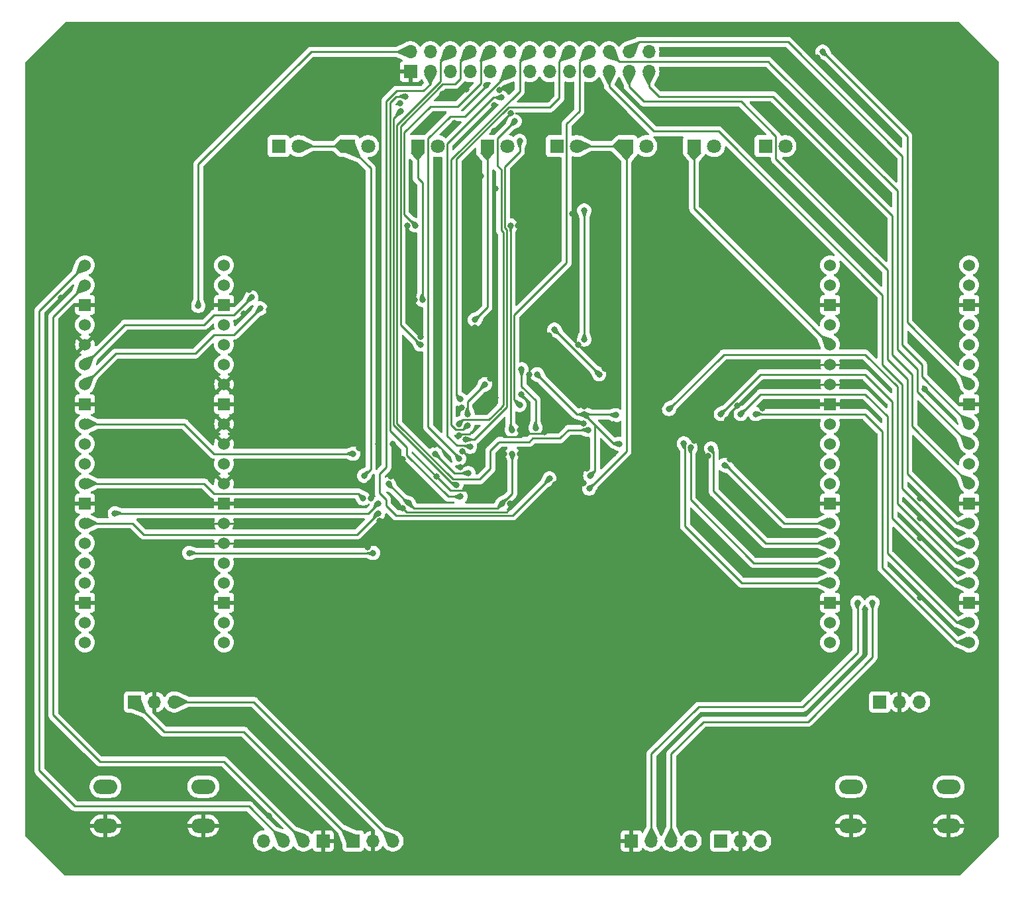
<source format=gbr>
%TF.GenerationSoftware,KiCad,Pcbnew,7.0.8*%
%TF.CreationDate,2023-10-15T21:25:11-07:00*%
%TF.ProjectId,DevkitHotswapPicoHub,4465766b-6974-4486-9f74-737761705069,rev?*%
%TF.SameCoordinates,Original*%
%TF.FileFunction,Copper,L2,Bot*%
%TF.FilePolarity,Positive*%
%FSLAX46Y46*%
G04 Gerber Fmt 4.6, Leading zero omitted, Abs format (unit mm)*
G04 Created by KiCad (PCBNEW 7.0.8) date 2023-10-15 21:25:11*
%MOMM*%
%LPD*%
G01*
G04 APERTURE LIST*
%TA.AperFunction,ComponentPad*%
%ADD10R,1.700000X1.700000*%
%TD*%
%TA.AperFunction,ComponentPad*%
%ADD11O,1.700000X1.700000*%
%TD*%
%TA.AperFunction,ComponentPad*%
%ADD12C,1.524000*%
%TD*%
%TA.AperFunction,ComponentPad*%
%ADD13R,1.524000X1.524000*%
%TD*%
%TA.AperFunction,ComponentPad*%
%ADD14O,3.048000X1.850000*%
%TD*%
%TA.AperFunction,ComponentPad*%
%ADD15R,1.800000X1.800000*%
%TD*%
%TA.AperFunction,ComponentPad*%
%ADD16C,1.800000*%
%TD*%
%TA.AperFunction,ViaPad*%
%ADD17C,0.800000*%
%TD*%
%TA.AperFunction,Conductor*%
%ADD18C,0.250000*%
%TD*%
G04 APERTURE END LIST*
D10*
%TO.P,J404,1,Pin_1*%
%TO.N,GND*%
X90170000Y-117475000D03*
D11*
%TO.P,J404,2,Pin_2*%
%TO.N,User UART RX*%
X92710000Y-117475000D03*
%TO.P,J404,3,Pin_3*%
%TO.N,User UART TX*%
X95250000Y-117475000D03*
%TO.P,J404,4,Pin_4*%
%TO.N,VBUS*%
X97790000Y-117475000D03*
%TD*%
%TO.P,J202,3,Pin_3*%
%TO.N,OS SWDCLK*%
X31750000Y-99695000D03*
%TO.P,J202,2,Pin_2*%
%TO.N,GND*%
X29210000Y-99695000D03*
D10*
%TO.P,J202,1,Pin_1*%
%TO.N,OS SWDIO*%
X26670000Y-99695000D03*
%TD*%
D12*
%TO.P,U200,1,GP0*%
%TO.N,OS UART TX*%
X20320000Y-43815000D03*
%TO.P,U200,2,GP1*%
%TO.N,OS UART RX*%
X20320000Y-46355000D03*
D13*
%TO.P,U200,3,GND*%
%TO.N,GND*%
X20320000Y-48895000D03*
D12*
%TO.P,U200,4,GP2*%
%TO.N,~{User RUN}*%
X20320000Y-51435000D03*
%TO.P,U200,5,GP3*%
%TO.N,GND*%
X20320000Y-53975000D03*
%TO.P,U200,6,GP4*%
%TO.N,User UART RX*%
X20320000Y-59055000D03*
%TO.P,U200,7,GP5*%
%TO.N,User UART TX*%
X20320000Y-56515000D03*
D13*
%TO.P,U200,8,GND*%
%TO.N,GND*%
X20320000Y-61595000D03*
D12*
%TO.P,U200,9,GP6*%
%TO.N,OS Motor*%
X20320000Y-64135000D03*
%TO.P,U200,10,GP7*%
%TO.N,OS I2S_DIN*%
X20320000Y-66675000D03*
%TO.P,U200,11,GP8*%
%TO.N,OS LCD DC*%
X20320000Y-69215000D03*
%TO.P,U200,12,GP9*%
%TO.N,OS LCD CS*%
X20320000Y-71755000D03*
D13*
%TO.P,U200,13,GND*%
%TO.N,GND*%
X20320000Y-74295000D03*
D12*
%TO.P,U200,14,GP10*%
%TO.N,OS LCD CLK*%
X20320000Y-76835000D03*
%TO.P,U200,15,GP11*%
%TO.N,OS LCD DIN*%
X20320000Y-79375000D03*
%TO.P,U200,16,GP12*%
%TO.N,OS LCD Reset*%
X20320000Y-81915000D03*
%TO.P,U200,17,GP13*%
%TO.N,OS LCD Backlight*%
X20320000Y-84455000D03*
D13*
%TO.P,U200,18,GND*%
%TO.N,GND*%
X20320000Y-86995000D03*
D12*
%TO.P,U200,19,GP14*%
%TO.N,OS I2S_CLK*%
X20320000Y-89535000D03*
%TO.P,U200,20,GP15*%
%TO.N,OS I2S_LRC*%
X20320000Y-92075000D03*
%TO.P,U200,21,GP16*%
%TO.N,OS SD MISO*%
X38100000Y-92075000D03*
%TO.P,U200,22,GP17*%
%TO.N,OS SD CS*%
X38100000Y-89535000D03*
D13*
%TO.P,U200,23,GND*%
%TO.N,GND*%
X38100000Y-86995000D03*
D12*
%TO.P,U200,24,GP18*%
%TO.N,OS SD CLK*%
X38100000Y-84455000D03*
%TO.P,U200,25,GP19*%
%TO.N,OS SD MOSI*%
X38100000Y-81915000D03*
%TO.P,U200,26,GP20*%
%TO.N,GND*%
X38100000Y-79375000D03*
%TO.P,U200,27,GP21*%
X38100000Y-76835000D03*
D13*
%TO.P,U200,28,GND*%
X38100000Y-74295000D03*
D12*
%TO.P,U200,29,GP22*%
X38100000Y-71755000D03*
%TO.P,U200,30,RUN*%
%TO.N,~{OS Reset}*%
X38100000Y-69215000D03*
%TO.P,U200,31,GP26*%
%TO.N,GND*%
X38100000Y-66675000D03*
%TO.P,U200,32,GP27*%
X38100000Y-64135000D03*
D13*
%TO.P,U200,33,GND*%
X38100000Y-61595000D03*
D12*
%TO.P,U200,34,GP28*%
X38100000Y-59055000D03*
%TO.P,U200,35,ADC_VREF*%
%TO.N,unconnected-(U200-ADC_VREF-Pad35)*%
X38100000Y-56515000D03*
%TO.P,U200,36,3V3*%
%TO.N,+3V3*%
X38100000Y-53975000D03*
%TO.P,U200,37,3V3_EN*%
%TO.N,unconnected-(U200-3V3_EN-Pad37)*%
X38100000Y-51435000D03*
D13*
%TO.P,U200,38,GND*%
%TO.N,GND*%
X38100000Y-48895000D03*
D12*
%TO.P,U200,39,VSYS*%
%TO.N,VSS*%
X38100000Y-46355000D03*
%TO.P,U200,40,VBUS*%
%TO.N,VBUS*%
X38100000Y-43815000D03*
%TD*%
D10*
%TO.P,J303,1,Pin_1*%
%TO.N,User SWDIO*%
X121920000Y-99695000D03*
D11*
%TO.P,J303,2,Pin_2*%
%TO.N,GND*%
X124460000Y-99695000D03*
%TO.P,J303,3,Pin_3*%
%TO.N,User SWDCLK*%
X127000000Y-99695000D03*
%TD*%
D12*
%TO.P,U300,40,VBUS*%
%TO.N,VBUS*%
X133350000Y-43815000D03*
%TO.P,U300,39,VSYS*%
%TO.N,VSS*%
X133350000Y-46355000D03*
D13*
%TO.P,U300,38,GND*%
%TO.N,GND*%
X133350000Y-48895000D03*
D12*
%TO.P,U300,37,3V3_EN*%
%TO.N,unconnected-(U300-3V3_EN-Pad37)*%
X133350000Y-51435000D03*
%TO.P,U300,36,3V3*%
%TO.N,+3V3*%
X133350000Y-53975000D03*
%TO.P,U300,35,ADC_VREF*%
%TO.N,unconnected-(U300-ADC_VREF-Pad35)*%
X133350000Y-56515000D03*
%TO.P,U300,34,GP28*%
%TO.N,Input Cathode 3*%
X133350000Y-59055000D03*
D13*
%TO.P,U300,33,GND*%
%TO.N,GND*%
X133350000Y-61595000D03*
D12*
%TO.P,U300,32,GP27*%
%TO.N,Input Cathode 2*%
X133350000Y-64135000D03*
%TO.P,U300,31,GP26*%
%TO.N,Input Cathode 1*%
X133350000Y-66675000D03*
%TO.P,U300,30,RUN*%
%TO.N,~{User Reset}*%
X133350000Y-69215000D03*
%TO.P,U300,29,GP22*%
%TO.N,Input Anode 3*%
X133350000Y-71755000D03*
D13*
%TO.P,U300,28,GND*%
%TO.N,GND*%
X133350000Y-74295000D03*
D12*
%TO.P,U300,27,GP21*%
%TO.N,Input Anode 2*%
X133350000Y-76835000D03*
%TO.P,U300,26,GP20*%
%TO.N,Input Anode 1*%
X133350000Y-79375000D03*
%TO.P,U300,25,GP19*%
%TO.N,User SD MOSI*%
X133350000Y-81915000D03*
%TO.P,U300,24,GP18*%
%TO.N,User SD CLK*%
X133350000Y-84455000D03*
D13*
%TO.P,U300,23,GND*%
%TO.N,GND*%
X133350000Y-86995000D03*
D12*
%TO.P,U300,22,GP17*%
%TO.N,User SD CS*%
X133350000Y-89535000D03*
%TO.P,U300,21,GP16*%
%TO.N,User SD MISO*%
X133350000Y-92075000D03*
%TO.P,U300,20,GP15*%
%TO.N,User I2S_LRC*%
X115570000Y-92075000D03*
%TO.P,U300,19,GP14*%
%TO.N,User I2S_CLK*%
X115570000Y-89535000D03*
D13*
%TO.P,U300,18,GND*%
%TO.N,GND*%
X115570000Y-86995000D03*
D12*
%TO.P,U300,17,GP13*%
%TO.N,User LCD Backlight*%
X115570000Y-84455000D03*
%TO.P,U300,16,GP12*%
%TO.N,User LCD Reset*%
X115570000Y-81915000D03*
%TO.P,U300,15,GP11*%
%TO.N,User LCD DIN*%
X115570000Y-79375000D03*
%TO.P,U300,14,GP10*%
%TO.N,User LCD CLK*%
X115570000Y-76835000D03*
D13*
%TO.P,U300,13,GND*%
%TO.N,GND*%
X115570000Y-74295000D03*
D12*
%TO.P,U300,12,GP9*%
%TO.N,User LCD CS*%
X115570000Y-71755000D03*
%TO.P,U300,11,GP8*%
%TO.N,User LCD DC*%
X115570000Y-69215000D03*
%TO.P,U300,10,GP7*%
%TO.N,User I2S_DIN*%
X115570000Y-66675000D03*
%TO.P,U300,9,GP6*%
%TO.N,User Motor*%
X115570000Y-64135000D03*
D13*
%TO.P,U300,8,GND*%
%TO.N,GND*%
X115570000Y-61595000D03*
D12*
%TO.P,U300,7,GP5*%
X115570000Y-56515000D03*
%TO.P,U300,6,GP4*%
X115570000Y-59055000D03*
%TO.P,U300,5,GP3*%
%TO.N,~{User Request Bus 2}*%
X115570000Y-53975000D03*
%TO.P,U300,4,GP2*%
%TO.N,~{User Request Bus 1}*%
X115570000Y-51435000D03*
D13*
%TO.P,U300,3,GND*%
%TO.N,GND*%
X115570000Y-48895000D03*
D12*
%TO.P,U300,2,GP1*%
%TO.N,User UART RX*%
X115570000Y-46355000D03*
%TO.P,U300,1,GP0*%
%TO.N,User UART TX*%
X115570000Y-43815000D03*
%TD*%
D10*
%TO.P,J405,1,Pin_1*%
%TO.N,User SWDIO*%
X101600000Y-117475000D03*
D11*
%TO.P,J405,2,Pin_2*%
%TO.N,GND*%
X104140000Y-117475000D03*
%TO.P,J405,3,Pin_3*%
%TO.N,User SWDCLK*%
X106680000Y-117475000D03*
%TD*%
D10*
%TO.P,J401,1,Pin_1*%
%TO.N,OS SWDIO*%
X54610000Y-117475000D03*
D11*
%TO.P,J401,2,Pin_2*%
%TO.N,GND*%
X57150000Y-117475000D03*
%TO.P,J401,3,Pin_3*%
%TO.N,OS SWDCLK*%
X59690000Y-117475000D03*
%TD*%
D14*
%TO.P,SW406,1,1*%
%TO.N,N/C*%
X118220000Y-110530000D03*
%TO.N,~{User Reset}*%
X130720000Y-110530000D03*
%TO.P,SW406,2,2*%
%TO.N,GND*%
X118220000Y-115530000D03*
X130720000Y-115530000D03*
%TD*%
%TO.P,SW403,2,2*%
%TO.N,~{OS Reset}*%
X22950000Y-110530000D03*
%TO.N,N/C*%
X35450000Y-110530000D03*
%TO.P,SW403,1,1*%
%TO.N,GND*%
X22950000Y-115530000D03*
X35450000Y-115530000D03*
%TD*%
D10*
%TO.P,J502,1,Pin_1*%
%TO.N,GND*%
X61912500Y-19050000D03*
D11*
%TO.P,J502,2,Pin_2*%
%TO.N,+3V3*%
X61912500Y-16510000D03*
%TO.P,J502,3,Pin_3*%
%TO.N,LCD DC*%
X64452500Y-19050000D03*
%TO.P,J502,4,Pin_4*%
%TO.N,unconnected-(J502-Pin_4-Pad4)*%
X64452500Y-16510000D03*
%TO.P,J502,5,Pin_5*%
%TO.N,LCD CS*%
X66992500Y-19050000D03*
%TO.P,J502,6,Pin_6*%
%TO.N,Motor*%
X66992500Y-16510000D03*
%TO.P,J502,7,Pin_7*%
%TO.N,LCD CLK*%
X69532500Y-19050000D03*
%TO.P,J502,8,Pin_8*%
%TO.N,SD MISO*%
X69532500Y-16510000D03*
%TO.P,J502,9,Pin_9*%
%TO.N,LCD DIN*%
X72072500Y-19050000D03*
%TO.P,J502,10,Pin_10*%
%TO.N,SD CS*%
X72072500Y-16510000D03*
%TO.P,J502,11,Pin_11*%
%TO.N,LCD Reset*%
X74612500Y-19050000D03*
%TO.P,J502,12,Pin_12*%
%TO.N,SD CLK*%
X74612500Y-16510000D03*
%TO.P,J502,13,Pin_13*%
%TO.N,LCD Backlight*%
X77152500Y-19050000D03*
%TO.P,J502,14,Pin_14*%
%TO.N,SD MOSI*%
X77152500Y-16510000D03*
%TO.P,J502,15,Pin_15*%
%TO.N,unconnected-(J502-Pin_15-Pad15)*%
X79692500Y-19050000D03*
%TO.P,J502,16,Pin_16*%
%TO.N,I2S_DIN*%
X79692500Y-16510000D03*
%TO.P,J502,17,Pin_17*%
%TO.N,unconnected-(J502-Pin_17-Pad17)*%
X82232500Y-19050000D03*
%TO.P,J502,18,Pin_18*%
%TO.N,I2S_CLK*%
X82232500Y-16510000D03*
%TO.P,J502,19,Pin_19*%
%TO.N,unconnected-(J502-Pin_19-Pad19)*%
X84772500Y-19050000D03*
%TO.P,J502,20,Pin_20*%
%TO.N,I2S_LRC*%
X84772500Y-16510000D03*
%TO.P,J502,21,Pin_21*%
%TO.N,Input Anode 1*%
X87312500Y-19050000D03*
%TO.P,J502,22,Pin_22*%
%TO.N,Input Cathode 1*%
X87312500Y-16510000D03*
%TO.P,J502,23,Pin_23*%
%TO.N,Input Anode 2*%
X89852500Y-19050000D03*
%TO.P,J502,24,Pin_24*%
%TO.N,Input Cathode 2*%
X89852500Y-16510000D03*
%TO.P,J502,25,Pin_25*%
%TO.N,Input Anode 3*%
X92392500Y-19050000D03*
%TO.P,J502,26,Pin_26*%
%TO.N,Input Cathode 3*%
X92392500Y-16510000D03*
%TD*%
%TO.P,J400,4,Pin_4*%
%TO.N,VBUS*%
X43170000Y-117475000D03*
%TO.P,J400,3,Pin_3*%
%TO.N,OS UART TX*%
X45710000Y-117475000D03*
%TO.P,J400,2,Pin_2*%
%TO.N,OS UART RX*%
X48250000Y-117475000D03*
D10*
%TO.P,J400,1,Pin_1*%
%TO.N,GND*%
X50790000Y-117475000D03*
%TD*%
D15*
%TO.P,D414,1,K*%
%TO.N,Net-(D414-K)*%
X107315000Y-28575000D03*
D16*
%TO.P,D414,2,A*%
%TO.N,+3V3*%
X109855000Y-28575000D03*
%TD*%
D15*
%TO.P,D413,1,K*%
%TO.N,~{User Request Bus 2}*%
X98185000Y-28575000D03*
D16*
%TO.P,D413,2,A*%
%TO.N,Net-(D413-A)*%
X100725000Y-28575000D03*
%TD*%
D15*
%TO.P,D412,1,K*%
%TO.N,OS Enable Bus 2*%
X89535000Y-28575000D03*
D16*
%TO.P,D412,2,A*%
%TO.N,Net-(D412-A)*%
X92075000Y-28575000D03*
%TD*%
%TO.P,D411,2,A*%
%TO.N,OS Enable Bus 2*%
X83185000Y-28575000D03*
D15*
%TO.P,D411,1,K*%
%TO.N,Net-(D411-K)*%
X80645000Y-28575000D03*
%TD*%
D16*
%TO.P,D410,2,A*%
%TO.N,Net-(D410-A)*%
X74295000Y-28575000D03*
D15*
%TO.P,D410,1,K*%
%TO.N,~{User RUN}*%
X71755000Y-28575000D03*
%TD*%
%TO.P,D409,1,K*%
%TO.N,~{User Request Bus 1}*%
X62865000Y-28575000D03*
D16*
%TO.P,D409,2,A*%
%TO.N,Net-(D409-A)*%
X65405000Y-28575000D03*
%TD*%
%TO.P,D408,2,A*%
%TO.N,Net-(D408-A)*%
X56515000Y-28575000D03*
D15*
%TO.P,D408,1,K*%
%TO.N,OS Enable Bus 1*%
X53975000Y-28575000D03*
%TD*%
%TO.P,D407,1,K*%
%TO.N,Net-(D407-K)*%
X45085000Y-28575000D03*
D16*
%TO.P,D407,2,A*%
%TO.N,OS Enable Bus 1*%
X47625000Y-28575000D03*
%TD*%
D17*
%TO.N,GND*%
X69342000Y-58420000D03*
X78740000Y-69088000D03*
X76454000Y-71628000D03*
X65024000Y-66802000D03*
%TO.N,+3V3*%
X88156550Y-63010550D03*
%TO.N,GND*%
X120650000Y-50038000D03*
X79502000Y-22606000D03*
X69215000Y-34290000D03*
X72803000Y-34036246D03*
%TO.N,User SD MOSI*%
X94979503Y-62230000D03*
%TO.N,GND*%
X93980000Y-61595000D03*
X59690000Y-66675000D03*
X57785000Y-66675000D03*
X43815000Y-114300000D03*
X15875000Y-45720000D03*
X18415000Y-109855000D03*
X79756000Y-61722000D03*
X30480000Y-68580000D03*
%TO.N,OS LCD DC*%
X33655000Y-80645000D03*
%TO.N,OS LCD DIN*%
X24130000Y-75565000D03*
%TO.N,GND*%
X19050000Y-94488000D03*
X17272000Y-48006000D03*
X40640000Y-50038000D03*
X32004000Y-53340000D03*
X72803000Y-60753500D03*
X65278000Y-70866000D03*
X71628000Y-20828000D03*
X72644000Y-26670000D03*
X108458000Y-31750000D03*
X67564000Y-25654000D03*
X64516000Y-25146000D03*
X62230000Y-34544000D03*
X60930078Y-68635266D03*
X70892000Y-32385000D03*
X52832000Y-34036000D03*
X27178000Y-90932000D03*
X33274000Y-90999800D03*
X51562000Y-82550000D03*
X49022000Y-82550000D03*
X46228000Y-82550000D03*
X95504000Y-66040000D03*
X98298000Y-76454000D03*
X102616000Y-71628000D03*
X94488000Y-71628000D03*
X61468000Y-60960000D03*
X65532000Y-60452000D03*
X86868000Y-59944000D03*
X78232000Y-59436000D03*
X73660000Y-71628000D03*
X72644000Y-23368000D03*
X65532000Y-57404000D03*
X73660000Y-64516000D03*
X61468000Y-53848000D03*
X47244000Y-64516000D03*
X45212000Y-69088000D03*
X48260000Y-76835000D03*
X44450000Y-76835000D03*
X24765000Y-78740000D03*
X46990000Y-112395000D03*
X93980000Y-111760000D03*
X80645000Y-75565000D03*
X85725000Y-75565000D03*
X88265000Y-71120000D03*
X87858000Y-64135000D03*
X95885000Y-90805000D03*
X101600000Y-90805000D03*
X120015000Y-87884000D03*
X127036049Y-86323951D03*
X127036049Y-78703951D03*
X127036049Y-76163951D03*
X127036049Y-73623951D03*
X127635000Y-59690000D03*
X127194799Y-63500000D03*
X127635000Y-38100000D03*
X122555000Y-34290000D03*
X120015000Y-36195000D03*
X75565000Y-13970000D03*
X66019594Y-21904969D03*
X69088000Y-21336000D03*
X76962000Y-21844000D03*
X86360000Y-23495000D03*
X95885000Y-24130000D03*
X103505000Y-19685000D03*
X112395000Y-19685000D03*
X110490000Y-45085000D03*
X65405000Y-45085000D03*
X52705000Y-45085000D03*
X40005000Y-43180000D03*
X77470000Y-41185500D03*
X131445000Y-43180000D03*
X110490000Y-37592000D03*
X69850000Y-38010500D03*
X113910745Y-17234500D03*
%TO.N,Input Cathode 3*%
X114617500Y-16510000D03*
%TO.N,GND*%
X62455997Y-48260000D03*
X70167500Y-51799503D03*
%TO.N,~{User Request Bus 1}*%
X63455500Y-48260000D03*
%TO.N,GND*%
X59436000Y-70866000D03*
X56743000Y-71661551D03*
%TO.N,OS Enable Bus 1*%
X59119930Y-71814211D03*
X55992549Y-70762049D03*
%TO.N,~{User RUN}*%
X70167500Y-50800000D03*
%TO.N,GND*%
X84065745Y-71683245D03*
%TO.N,OS Enable Bus 2*%
X84772500Y-72390000D03*
%TO.N,GND*%
X68434786Y-62084080D03*
X77092949Y-57772452D03*
X83385844Y-53998801D03*
X73280524Y-21406574D03*
X76200000Y-26670000D03*
X82594500Y-37220500D03*
X75701503Y-38735000D03*
X61548662Y-38771424D03*
X63195048Y-52962949D03*
%TO.N,LCD CS*%
X61277500Y-22225000D03*
X68326000Y-73406000D03*
%TO.N,GND*%
X68973422Y-72390000D03*
%TO.N,LCD CLK*%
X60642500Y-24130000D03*
X67818000Y-71934500D03*
%TO.N,LCD DIN*%
X84137500Y-36830000D03*
X84137500Y-53340000D03*
%TO.N,SD MISO*%
X63182500Y-53975000D03*
X76127745Y-57150000D03*
%TO.N,SD CS*%
X62547500Y-38735000D03*
X74702000Y-38735000D03*
%TO.N,SD CLK*%
X75882500Y-27940000D03*
X69016983Y-66114785D03*
%TO.N,GND*%
X87858000Y-67945000D03*
%TO.N,+3V3*%
X88582500Y-66675000D03*
X84901991Y-70743982D03*
%TO.N,GND*%
X72144255Y-58312255D03*
%TO.N,+3V3*%
X65087500Y-67945000D03*
%TO.N,GND*%
X60629952Y-23117949D03*
X74712239Y-24382739D03*
%TO.N,LCD Backlight*%
X73551131Y-22368747D03*
%TO.N,+3V3*%
X71437500Y-59055000D03*
%TO.N,I2S_LRC*%
X75882500Y-61700500D03*
%TO.N,I2S_DIN*%
X75247500Y-25400000D03*
%TO.N,GND*%
X80399255Y-71826755D03*
%TO.N,LCD DC*%
X79692500Y-71120000D03*
%TO.N,GND*%
X68303698Y-69675665D03*
%TO.N,+3V3*%
X69342000Y-70425000D03*
%TO.N,LCD Reset*%
X68132000Y-68580000D03*
%TO.N,GND*%
X68587812Y-67634919D03*
%TO.N,LCD Backlight*%
X69532500Y-67056000D03*
%TO.N,GND*%
X79057500Y-65149500D03*
%TO.N,SD MISO*%
X77913750Y-64649500D03*
%TO.N,SD CS*%
X74897047Y-64891213D03*
%TO.N,GND*%
X75962680Y-64949500D03*
X68169750Y-65584500D03*
%TO.N,Motor*%
X84608500Y-64893258D03*
%TO.N,GND*%
X84137500Y-61894749D03*
%TO.N,SD MOSI*%
X69190320Y-64314500D03*
%TO.N,I2S_DIN*%
X68132000Y-64135000D03*
%TO.N,User UART TX*%
X120967500Y-86995000D03*
%TO.N,User UART RX*%
X119062500Y-86995000D03*
%TO.N,+3V3*%
X34798000Y-49022000D03*
%TO.N,GND*%
X41275000Y-46990000D03*
X43815000Y-49530000D03*
%TO.N,User UART TX*%
X41592500Y-47942500D03*
%TO.N,User UART RX*%
X42739799Y-49335201D03*
%TO.N,~{User RUN}*%
X80327500Y-52070000D03*
%TO.N,I2S_CLK*%
X68262500Y-60960000D03*
%TO.N,GND*%
X84455000Y-69850000D03*
X76127364Y-60324463D03*
X84063722Y-64055271D03*
%TO.N,+3V3*%
X69215000Y-62865000D03*
X78105000Y-57785000D03*
X84137500Y-62894252D03*
%TO.N,GND*%
X55316755Y-67220500D03*
X102798803Y-68637428D03*
X99955399Y-68200500D03*
X98218390Y-66237616D03*
X106934000Y-62140500D03*
X103699800Y-61789800D03*
X102421201Y-63550000D03*
X100330000Y-62865000D03*
X86749255Y-57078245D03*
X79620745Y-52776755D03*
X75942051Y-67957548D03*
X73930497Y-67945000D03*
X74672051Y-74307548D03*
X60960000Y-74930000D03*
X56879503Y-73660000D03*
X57930347Y-76553878D03*
X56443245Y-79920500D03*
%TO.N,OS LCD DC*%
X57150000Y-80645000D03*
%TO.N,OS LCD CS*%
X55880000Y-73660000D03*
%TO.N,OS LCD DIN*%
X57785000Y-74295000D03*
%TO.N,OS Enable Bus 1*%
X61666755Y-74223245D03*
%TO.N,OS LCD CLK*%
X57785000Y-75565000D03*
%TO.N,OS Motor*%
X54610000Y-67945000D03*
%TO.N,~{User RUN}*%
X86042500Y-57785000D03*
%TO.N,OS Enable Bus 1*%
X73660000Y-74295000D03*
X74930000Y-67945000D03*
%TO.N,User SD MISO*%
X106045000Y-62865000D03*
%TO.N,User SD CS*%
X104140000Y-62865000D03*
%TO.N,User SD CLK*%
X101600000Y-62865000D03*
%TO.N,User LCD Backlight*%
X96859699Y-66618158D03*
%TO.N,User LCD Reset*%
X97729998Y-67109670D03*
%TO.N,User LCD DIN*%
X100342959Y-67279195D03*
%TO.N,User LCD CLK*%
X102118148Y-69369352D03*
%TD*%
D18*
%TO.N,GND*%
X76387680Y-65374500D02*
X75962680Y-64949500D01*
X76042500Y-65786000D02*
X73914000Y-65786000D01*
X78832500Y-65374500D02*
X76454000Y-65374500D01*
X73914000Y-65786000D02*
X73660000Y-65532000D01*
X76454000Y-65374500D02*
X76042500Y-65786000D01*
X76454000Y-65374500D02*
X76387680Y-65374500D01*
X73660000Y-65532000D02*
X73660000Y-64516000D01*
X79057500Y-65149500D02*
X78832500Y-65374500D01*
%TO.N,SD MISO*%
X77913750Y-61086250D02*
X76127745Y-59300245D01*
X77913750Y-64649500D02*
X77913750Y-61086250D01*
X76127745Y-59300245D02*
X76127745Y-57150000D01*
%TO.N,Motor*%
X81022701Y-65979798D02*
X81192407Y-65810092D01*
X77537688Y-65979798D02*
X81022701Y-65979798D01*
X77095842Y-66421644D02*
X77537688Y-65979798D01*
X73278356Y-66421644D02*
X77095842Y-66421644D01*
X73152000Y-66548000D02*
X73278356Y-66421644D01*
X82109242Y-64893258D02*
X81192407Y-65810092D01*
X73152000Y-66548000D02*
X72136000Y-67564000D01*
X65722500Y-17780000D02*
X66992500Y-16510000D01*
X65722500Y-20320000D02*
X65722500Y-17780000D01*
X60192500Y-25850000D02*
X65722500Y-20320000D01*
X60192500Y-64075305D02*
X60192500Y-25850000D01*
X67327195Y-71210000D02*
X60192500Y-64075305D01*
X70776000Y-71210000D02*
X67327195Y-71210000D01*
X72136000Y-67564000D02*
X72136000Y-69850000D01*
X72136000Y-69850000D02*
X70776000Y-71210000D01*
X84608500Y-64893258D02*
X82109242Y-64893258D01*
%TO.N,GND*%
X68703922Y-72659500D02*
X68973422Y-72390000D01*
X67071500Y-72659500D02*
X68703922Y-72659500D01*
X65278000Y-70866000D02*
X67071500Y-72659500D01*
%TO.N,LCD CLK*%
X67415299Y-71934500D02*
X59742500Y-64261701D01*
X67818000Y-71934500D02*
X67415299Y-71934500D01*
X59742500Y-25030000D02*
X60642500Y-24130000D01*
X59742500Y-64261701D02*
X59742500Y-25030000D01*
%TO.N,+3V3*%
X88156550Y-63010550D02*
X87957145Y-63010550D01*
X87957145Y-63010550D02*
X87840847Y-62894252D01*
X87840847Y-62894252D02*
X84137500Y-62894252D01*
X34798000Y-30924500D02*
X49212500Y-16510000D01*
X49212500Y-16510000D02*
X61912500Y-16510000D01*
X34798000Y-49022000D02*
X34798000Y-30924500D01*
X69342000Y-70425000D02*
X67567500Y-70425000D01*
X67567500Y-70425000D02*
X65087500Y-67945000D01*
%TO.N,LCD CS*%
X60068756Y-22225000D02*
X61277500Y-22225000D01*
X61436250Y-67151250D02*
X59292500Y-65007500D01*
X66738500Y-73406000D02*
X61436250Y-68103750D01*
X61436250Y-68103750D02*
X61436250Y-67151250D01*
X59292500Y-23001256D02*
X60068756Y-22225000D01*
X68326000Y-73406000D02*
X66738500Y-73406000D01*
X59292500Y-65007500D02*
X59292500Y-23001256D01*
%TO.N,LCD Backlight*%
X66630000Y-65677500D02*
X66630000Y-28302500D01*
X67862346Y-66909846D02*
X66630000Y-65677500D01*
X69386346Y-66909846D02*
X67862346Y-66909846D01*
X69532500Y-67056000D02*
X69386346Y-66909846D01*
X66630000Y-28302500D02*
X72563753Y-22368747D01*
X72563753Y-22368747D02*
X73551131Y-22368747D01*
%TO.N,LCD Reset*%
X68897500Y-24765000D02*
X74612500Y-19050000D01*
X64180000Y-27577500D02*
X66992500Y-24765000D01*
X64180000Y-64497500D02*
X64180000Y-27577500D01*
X66992500Y-24765000D02*
X68897500Y-24765000D01*
X68132000Y-68449500D02*
X64180000Y-64497500D01*
X68132000Y-68580000D02*
X68132000Y-68449500D01*
%TO.N,I2S_DIN*%
X73070000Y-27577500D02*
X75247500Y-25400000D01*
X73070000Y-31115000D02*
X73070000Y-27577500D01*
X73527500Y-31572500D02*
X73070000Y-31115000D01*
X73527500Y-39370000D02*
X73527500Y-31572500D01*
X73802000Y-61701500D02*
X73802000Y-39644500D01*
X73527500Y-61976000D02*
X73802000Y-61701500D01*
X71983000Y-63589500D02*
X73527500Y-62045000D01*
X73527500Y-62045000D02*
X73527500Y-61976000D01*
X68677500Y-63589500D02*
X71983000Y-63589500D01*
X68132000Y-64135000D02*
X68677500Y-63589500D01*
X73802000Y-39644500D02*
X73527500Y-39370000D01*
%TO.N,SD CLK*%
X74252000Y-61956896D02*
X70094111Y-66114785D01*
X73977000Y-39035305D02*
X74252000Y-39310305D01*
X73977000Y-31205500D02*
X73977000Y-39035305D01*
X74252000Y-39310305D02*
X74252000Y-61956896D01*
X75882500Y-29300000D02*
X73977000Y-31205500D01*
X75882500Y-27940000D02*
X75882500Y-29300000D01*
X70094111Y-66114785D02*
X69016983Y-66114785D01*
%TO.N,I2S_LRC*%
X81870000Y-25762500D02*
X83510360Y-24122140D01*
X83510360Y-24122140D02*
X83510360Y-17772140D01*
X83510360Y-17772140D02*
X84772500Y-16510000D01*
X75184000Y-50228500D02*
X81870000Y-43542500D01*
X75184000Y-61002000D02*
X75184000Y-50228500D01*
X75882500Y-61700500D02*
X75184000Y-61002000D01*
X81870000Y-43542500D02*
X81870000Y-25762500D01*
%TO.N,I2S_CLK*%
X67823788Y-60521288D02*
X68262500Y-60960000D01*
X79756000Y-23622000D02*
X74448380Y-23622000D01*
X67823788Y-30246592D02*
X67823788Y-60521288D01*
X80941128Y-17801372D02*
X80941128Y-22436872D01*
X74448380Y-23622000D02*
X67823788Y-30246592D01*
X82232500Y-16510000D02*
X80941128Y-17801372D01*
X80941128Y-22436872D02*
X79756000Y-23622000D01*
%TO.N,Input Cathode 1*%
X87312500Y-16510000D02*
X88582500Y-17780000D01*
X107918250Y-18065750D02*
X124142500Y-34290000D01*
X107632500Y-17780000D02*
X107918250Y-18065750D01*
X88582500Y-17780000D02*
X107632500Y-17780000D01*
X126682500Y-57150000D02*
X126682500Y-60007500D01*
X124142500Y-34290000D02*
X124142500Y-54610000D01*
X124142500Y-54610000D02*
X126682500Y-57150000D01*
X126682500Y-60007500D02*
X133350000Y-66675000D01*
%TO.N,SD MISO*%
X60642500Y-26036396D02*
X66041396Y-20637500D01*
X68262500Y-20002500D02*
X68262500Y-17780000D01*
X66041396Y-20637500D02*
X67627500Y-20637500D01*
X67627500Y-20637500D02*
X68262500Y-20002500D01*
X63182500Y-53975000D02*
X60642500Y-51435000D01*
X68262500Y-17780000D02*
X69532500Y-16510000D01*
X60642500Y-51435000D02*
X60642500Y-26036396D01*
%TO.N,GND*%
X74226000Y-75380000D02*
X74672051Y-74933949D01*
X60960000Y-74930000D02*
X61410000Y-75380000D01*
X74672051Y-74933949D02*
X74672051Y-74307548D01*
X61410000Y-75380000D02*
X74226000Y-75380000D01*
%TO.N,OS Enable Bus 1*%
X73025000Y-74930000D02*
X73660000Y-74295000D01*
X62373510Y-74930000D02*
X73025000Y-74930000D01*
X61666755Y-74223245D02*
X62373510Y-74930000D01*
X61523245Y-74223245D02*
X59119930Y-71819930D01*
X61666755Y-74223245D02*
X61523245Y-74223245D01*
X59119930Y-71819930D02*
X59119930Y-71814211D01*
%TO.N,User LCD Backlight*%
X97005498Y-77193498D02*
X104267000Y-84455000D01*
X97005498Y-66763957D02*
X97005498Y-77193498D01*
X104267000Y-84455000D02*
X115570000Y-84455000D01*
X96859699Y-66618158D02*
X97005498Y-66763957D01*
%TO.N,User SD MOSI*%
X124142500Y-74295000D02*
X131762500Y-81915000D01*
X124142500Y-59372500D02*
X124142500Y-74295000D01*
X120015000Y-55245000D02*
X124142500Y-59372500D01*
X94979503Y-62230000D02*
X101964503Y-55245000D01*
X94800762Y-62230000D02*
X94979503Y-62230000D01*
X131762500Y-81915000D02*
X133350000Y-81915000D01*
X101964503Y-55245000D02*
X120015000Y-55245000D01*
%TO.N,OS Motor*%
X33020000Y-64135000D02*
X20320000Y-64135000D01*
X36830000Y-67945000D02*
X33020000Y-64135000D01*
X54610000Y-67945000D02*
X36830000Y-67945000D01*
%TO.N,OS Enable Bus 1*%
X56832500Y-31432500D02*
X53975000Y-28575000D01*
X56832500Y-69922098D02*
X56832500Y-31432500D01*
X55992549Y-70762049D02*
X56832500Y-69922098D01*
%TO.N,OS SWDCLK*%
X41910000Y-99695000D02*
X31750000Y-99695000D01*
X59690000Y-117475000D02*
X41910000Y-99695000D01*
%TO.N,OS SWDIO*%
X30480000Y-103505000D02*
X40640000Y-103505000D01*
X40640000Y-103505000D02*
X54610000Y-117475000D01*
X26670000Y-99695000D02*
X30480000Y-103505000D01*
%TO.N,OS UART RX*%
X16256000Y-101346000D02*
X16256000Y-50419000D01*
X22225000Y-107315000D02*
X16256000Y-101346000D01*
X38090000Y-107315000D02*
X22225000Y-107315000D01*
X48250000Y-117475000D02*
X38090000Y-107315000D01*
X16256000Y-50419000D02*
X20320000Y-46355000D01*
%TO.N,OS UART TX*%
X14478000Y-49657000D02*
X20320000Y-43815000D01*
X14478000Y-108458000D02*
X14478000Y-49657000D01*
X19050000Y-113030000D02*
X14478000Y-108458000D01*
X41265000Y-113030000D02*
X19050000Y-113030000D01*
X45710000Y-117475000D02*
X41265000Y-113030000D01*
%TO.N,LCD DC*%
X63590000Y-21500000D02*
X64452500Y-20637500D01*
X60157360Y-21500000D02*
X63590000Y-21500000D01*
X58842500Y-22814860D02*
X60157360Y-21500000D01*
X58842500Y-69664805D02*
X58842500Y-22814860D01*
X57976451Y-70530854D02*
X58842500Y-69664805D01*
X57976451Y-72971756D02*
X57976451Y-70530854D01*
X58796347Y-74544347D02*
X58796347Y-73791653D01*
X74982500Y-75830000D02*
X60082000Y-75830000D01*
X60082000Y-75830000D02*
X58796347Y-74544347D01*
X79692500Y-71120000D02*
X74982500Y-75830000D01*
X58796347Y-73791653D02*
X57976451Y-72971756D01*
X64452500Y-20637500D02*
X64452500Y-19050000D01*
%TO.N,~{User Request Bus 1}*%
X63455500Y-33293000D02*
X63455500Y-48260000D01*
%TO.N,SD MOSI*%
X67098788Y-64241288D02*
X67098788Y-30335196D01*
X75882500Y-21551484D02*
X75882500Y-17780000D01*
X75882500Y-17780000D02*
X77152500Y-16510000D01*
X68644820Y-64860000D02*
X67717500Y-64860000D01*
X67098788Y-30335196D02*
X75882500Y-21551484D01*
X69190320Y-64314500D02*
X68644820Y-64860000D01*
X67717500Y-64860000D02*
X67098788Y-64241288D01*
%TO.N,GND*%
X115570000Y-56515000D02*
X117221000Y-56515000D01*
X115570000Y-59055000D02*
X114173000Y-59055000D01*
X115570000Y-59055000D02*
X116967000Y-59055000D01*
X38100000Y-79375000D02*
X39751000Y-79375000D01*
X38100000Y-79375000D02*
X36449000Y-79375000D01*
X38100000Y-76835000D02*
X40259000Y-76835000D01*
X38100000Y-76835000D02*
X35941000Y-76835000D01*
X115570000Y-56515000D02*
X113919000Y-56515000D01*
%TO.N,OS LCD DC*%
X33655000Y-80645000D02*
X57150000Y-80645000D01*
%TO.N,OS LCD CLK*%
X55062000Y-78288000D02*
X57785000Y-75565000D01*
X27869000Y-78288000D02*
X55062000Y-78288000D01*
X26416000Y-76835000D02*
X27869000Y-78288000D01*
X20320000Y-76835000D02*
X26416000Y-76835000D01*
%TO.N,OS LCD DIN*%
X24130000Y-75565000D02*
X56515000Y-75565000D01*
%TO.N,User UART RX*%
X39370000Y-52705000D02*
X42739799Y-49335201D01*
X36830000Y-52705000D02*
X39370000Y-52705000D01*
X24257000Y-55118000D02*
X34417000Y-55118000D01*
X34417000Y-55118000D02*
X36830000Y-52705000D01*
X20320000Y-59055000D02*
X24257000Y-55118000D01*
%TO.N,GND*%
X69484215Y-65389785D02*
X70104000Y-64770000D01*
X68364465Y-65389785D02*
X69484215Y-65389785D01*
X68169750Y-65584500D02*
X68364465Y-65389785D01*
%TO.N,SD CS*%
X61092500Y-26855000D02*
X61092500Y-37280000D01*
X61092500Y-37280000D02*
X62547500Y-38735000D01*
X64452500Y-23495000D02*
X61092500Y-26855000D01*
X67954305Y-23495000D02*
X64452500Y-23495000D01*
X70897500Y-17685000D02*
X70897500Y-20551805D01*
X72072500Y-16510000D02*
X70897500Y-17685000D01*
X70897500Y-20551805D02*
X67954305Y-23495000D01*
%TO.N,User LCD DIN*%
X100680399Y-67616635D02*
X100680399Y-72740399D01*
X100342959Y-67279195D02*
X100680399Y-67616635D01*
X101473000Y-73533000D02*
X107315000Y-79375000D01*
X100680399Y-72740399D02*
X101473000Y-73533000D01*
X100342959Y-67279195D02*
X100553195Y-67279195D01*
X107315000Y-79375000D02*
X115570000Y-79375000D01*
%TO.N,User LCD Reset*%
X97729998Y-73853998D02*
X97729998Y-67109670D01*
X105791000Y-81915000D02*
X97729998Y-73853998D01*
X115570000Y-81915000D02*
X105791000Y-81915000D01*
%TO.N,User LCD CLK*%
X102118148Y-69369352D02*
X102268852Y-69369352D01*
X102268852Y-69369352D02*
X109734500Y-76835000D01*
X109734500Y-76835000D02*
X115570000Y-76835000D01*
%TO.N,Input Cathode 3*%
X125412500Y-27305000D02*
X114617500Y-16510000D01*
X125412500Y-35560000D02*
X125412500Y-27305000D01*
%TO.N,Input Cathode 2*%
X124777500Y-53975000D02*
X127317500Y-56515000D01*
X124777500Y-29845000D02*
X124777500Y-53975000D01*
X110172500Y-15240000D02*
X124777500Y-29845000D01*
X91122500Y-15240000D02*
X110172500Y-15240000D01*
X127317500Y-56515000D02*
X127317500Y-58102500D01*
X127317500Y-58102500D02*
X133350000Y-64135000D01*
X89852500Y-16510000D02*
X91122500Y-15240000D01*
%TO.N,Input Anode 3*%
X92392500Y-20955000D02*
X92392500Y-19050000D01*
X93662500Y-22225000D02*
X92392500Y-20955000D01*
X108267500Y-22225000D02*
X93662500Y-22225000D01*
X123507500Y-37465000D02*
X108267500Y-22225000D01*
X126047500Y-64452500D02*
X126047500Y-57785000D01*
X133350000Y-71755000D02*
X126047500Y-64452500D01*
X126047500Y-57785000D02*
X123507500Y-55245000D01*
X123507500Y-55245000D02*
X123507500Y-37465000D01*
%TO.N,Input Anode 2*%
X104185000Y-22860000D02*
X91757500Y-22860000D01*
X108630000Y-27305000D02*
X104185000Y-22860000D01*
X108630000Y-30207500D02*
X108630000Y-27305000D01*
X125412500Y-58420000D02*
X122872500Y-55880000D01*
X131762500Y-76835000D02*
X125412500Y-70485000D01*
X125412500Y-70485000D02*
X125412500Y-58420000D01*
X133350000Y-76835000D02*
X131762500Y-76835000D01*
X122872500Y-55880000D02*
X122872500Y-44450000D01*
X122872500Y-44450000D02*
X108630000Y-30207500D01*
%TO.N,Input Anode 1*%
X131762500Y-79375000D02*
X133350000Y-79375000D01*
X124777500Y-72390000D02*
X131762500Y-79375000D01*
X122237500Y-47625000D02*
X122237500Y-56515000D01*
X101282500Y-26670000D02*
X122237500Y-47625000D01*
X122237500Y-56515000D02*
X124777500Y-59055000D01*
X93027500Y-26670000D02*
X101282500Y-26670000D01*
X87312500Y-20955000D02*
X93027500Y-26670000D01*
X124777500Y-59055000D02*
X124777500Y-72390000D01*
X87312500Y-19050000D02*
X87312500Y-20955000D01*
%TO.N,Input Anode 2*%
X89852500Y-20955000D02*
X91757500Y-22860000D01*
X94297500Y-22860000D02*
X91757500Y-22860000D01*
X89852500Y-19050000D02*
X89852500Y-20955000D01*
X94297500Y-22860000D02*
X93662500Y-22860000D01*
%TO.N,Input Cathode 3*%
X125412500Y-51117500D02*
X125412500Y-35560000D01*
X133350000Y-59055000D02*
X125412500Y-51117500D01*
%TO.N,User SD MISO*%
X122237500Y-65087500D02*
X120015000Y-62865000D01*
X122237500Y-82550000D02*
X122237500Y-65087500D01*
X120015000Y-62865000D02*
X106045000Y-62865000D01*
X131762500Y-92075000D02*
X122237500Y-82550000D01*
X133350000Y-92075000D02*
X131762500Y-92075000D01*
%TO.N,User SD CLK*%
X106680000Y-57785000D02*
X101600000Y-62865000D01*
X120015000Y-57785000D02*
X106680000Y-57785000D01*
X123507500Y-61277500D02*
X120015000Y-57785000D01*
X123507500Y-76200000D02*
X123507500Y-61277500D01*
X131762500Y-84455000D02*
X123507500Y-76200000D01*
X133350000Y-84455000D02*
X131762500Y-84455000D01*
%TO.N,User SD CS*%
X106680000Y-60325000D02*
X104140000Y-62865000D01*
X122872500Y-63182500D02*
X120015000Y-60325000D01*
X120015000Y-60325000D02*
X106680000Y-60325000D01*
X131762500Y-89535000D02*
X122872500Y-80645000D01*
X122872500Y-80645000D02*
X122872500Y-63182500D01*
X133350000Y-89535000D02*
X131762500Y-89535000D01*
%TO.N,~{User Request Bus 2}*%
X98185000Y-28575000D02*
X98185000Y-36590000D01*
X98185000Y-36590000D02*
X115570000Y-53975000D01*
%TO.N,~{User Request Bus 1}*%
X62865000Y-32702500D02*
X63455500Y-33293000D01*
X62865000Y-28575000D02*
X62865000Y-32702500D01*
%TO.N,OS Enable Bus 1*%
X47625000Y-28575000D02*
X53975000Y-28575000D01*
%TO.N,~{User RUN}*%
X70167500Y-50800000D02*
X71755000Y-49212500D01*
X71755000Y-49212500D02*
X71755000Y-28575000D01*
%TO.N,OS Enable Bus 2*%
X89535000Y-28575000D02*
X83185000Y-28575000D01*
X84772500Y-72390000D02*
X89535000Y-67627500D01*
X89535000Y-67627500D02*
X89535000Y-28575000D01*
%TO.N,LCD DIN*%
X84137500Y-36830000D02*
X84137500Y-53340000D01*
%TO.N,+3V3*%
X88582500Y-66675000D02*
X87947500Y-66675000D01*
X87947500Y-66675000D02*
X85407500Y-64135000D01*
X83214252Y-62894252D02*
X84137500Y-62894252D01*
X78105000Y-57785000D02*
X83214252Y-62894252D01*
%TO.N,SD CS*%
X74702000Y-64696166D02*
X74702000Y-38735000D01*
X74897047Y-64891213D02*
X74702000Y-64696166D01*
%TO.N,+3V3*%
X85407500Y-64135000D02*
X84166752Y-62894252D01*
X85497500Y-64225000D02*
X85407500Y-64135000D01*
X84166752Y-62894252D02*
X84137500Y-62894252D01*
X85497500Y-70148473D02*
X85497500Y-64225000D01*
X84901991Y-70743982D02*
X85497500Y-70148473D01*
X69215000Y-61277500D02*
X71437500Y-59055000D01*
X69215000Y-62865000D02*
X69215000Y-61277500D01*
%TO.N,User UART RX*%
X92710000Y-106362500D02*
X92710000Y-117475000D01*
X119062500Y-93345000D02*
X112077500Y-100330000D01*
X112077500Y-100330000D02*
X98742500Y-100330000D01*
X98742500Y-100330000D02*
X92710000Y-106362500D01*
X119062500Y-86995000D02*
X119062500Y-93345000D01*
%TO.N,User UART TX*%
X99377500Y-102235000D02*
X95250000Y-106362500D01*
X112712500Y-102235000D02*
X99377500Y-102235000D01*
X95250000Y-106362500D02*
X95250000Y-117475000D01*
X120967500Y-86995000D02*
X120967500Y-93980000D01*
X120967500Y-93980000D02*
X112712500Y-102235000D01*
%TO.N,~{User RUN}*%
X80327500Y-52070000D02*
X86042500Y-57785000D01*
%TO.N,User UART TX*%
X36830000Y-50165000D02*
X39370000Y-50165000D01*
X25400000Y-51435000D02*
X35560000Y-51435000D01*
X35560000Y-51435000D02*
X36830000Y-50165000D01*
X20320000Y-56515000D02*
X25400000Y-51435000D01*
X39370000Y-50165000D02*
X41592500Y-47942500D01*
%TO.N,OS Enable Bus 1*%
X74930000Y-67945000D02*
X74930000Y-73025000D01*
X74930000Y-73025000D02*
X73660000Y-74295000D01*
%TO.N,OS LCD DIN*%
X56515000Y-75565000D02*
X57785000Y-74295000D01*
%TO.N,OS LCD CS*%
X55245000Y-73025000D02*
X55880000Y-73660000D01*
X36830000Y-73025000D02*
X55245000Y-73025000D01*
X35560000Y-71755000D02*
X36830000Y-73025000D01*
X20320000Y-71755000D02*
X35560000Y-71755000D01*
%TD*%
%TA.AperFunction,Conductor*%
%TO.N,GND*%
G36*
X18866201Y-46267215D02*
G01*
X18922134Y-46309087D01*
X18946551Y-46374551D01*
X18939510Y-46425472D01*
X18715239Y-47047210D01*
X18686277Y-47092816D01*
X15867179Y-49911914D01*
X15854820Y-49921818D01*
X15854993Y-49922027D01*
X15848983Y-49926999D01*
X15801016Y-49978078D01*
X15779872Y-49999222D01*
X15779857Y-49999239D01*
X15775531Y-50004814D01*
X15771747Y-50009244D01*
X15739419Y-50043671D01*
X15739412Y-50043681D01*
X15729579Y-50061567D01*
X15718903Y-50077820D01*
X15706386Y-50093957D01*
X15706385Y-50093959D01*
X15687625Y-50137310D01*
X15685055Y-50142556D01*
X15662303Y-50183941D01*
X15662303Y-50183942D01*
X15657225Y-50203720D01*
X15650925Y-50222122D01*
X15642818Y-50240857D01*
X15635431Y-50287495D01*
X15634246Y-50293216D01*
X15622500Y-50338965D01*
X15622500Y-50359384D01*
X15620973Y-50378783D01*
X15617780Y-50398941D01*
X15617780Y-50398942D01*
X15622225Y-50445966D01*
X15622500Y-50451804D01*
X15622500Y-101262366D01*
X15620761Y-101278113D01*
X15621032Y-101278139D01*
X15620298Y-101285905D01*
X15622500Y-101355957D01*
X15622500Y-101385859D01*
X15623384Y-101392856D01*
X15623842Y-101398679D01*
X15625326Y-101445889D01*
X15625327Y-101445891D01*
X15631022Y-101465495D01*
X15634967Y-101484542D01*
X15637526Y-101504797D01*
X15637527Y-101504800D01*
X15637528Y-101504803D01*
X15654914Y-101548716D01*
X15656806Y-101554244D01*
X15669981Y-101599592D01*
X15680372Y-101617162D01*
X15688932Y-101634635D01*
X15696447Y-101653617D01*
X15724209Y-101691827D01*
X15727416Y-101696710D01*
X15751458Y-101737362D01*
X15751462Y-101737366D01*
X15765889Y-101751793D01*
X15778526Y-101766588D01*
X15790528Y-101783107D01*
X15826931Y-101813222D01*
X15831231Y-101817135D01*
X20247984Y-106233889D01*
X21717912Y-107703817D01*
X21727816Y-107716178D01*
X21728026Y-107716005D01*
X21733001Y-107722019D01*
X21784078Y-107769984D01*
X21805224Y-107791130D01*
X21810813Y-107795466D01*
X21815245Y-107799252D01*
X21847159Y-107829220D01*
X21849680Y-107831587D01*
X21867562Y-107841417D01*
X21883829Y-107852102D01*
X21899960Y-107864615D01*
X21921838Y-107874081D01*
X21943307Y-107883371D01*
X21948533Y-107885931D01*
X21989940Y-107908695D01*
X22009716Y-107913772D01*
X22028124Y-107920075D01*
X22046850Y-107928179D01*
X22046852Y-107928180D01*
X22046853Y-107928180D01*
X22046855Y-107928181D01*
X22087784Y-107934663D01*
X22093503Y-107935569D01*
X22099212Y-107936751D01*
X22144970Y-107948500D01*
X22165384Y-107948500D01*
X22184783Y-107950027D01*
X22204943Y-107953220D01*
X22251966Y-107948775D01*
X22257804Y-107948500D01*
X37776234Y-107948500D01*
X37843273Y-107968185D01*
X37863915Y-107984819D01*
X45633716Y-115754620D01*
X45667201Y-115815943D01*
X45662217Y-115885635D01*
X45620345Y-115941568D01*
X45554881Y-115965985D01*
X45504961Y-115959301D01*
X44892471Y-115744278D01*
X44845864Y-115714959D01*
X41772088Y-112641183D01*
X41762187Y-112628823D01*
X41761977Y-112628998D01*
X41757002Y-112622986D01*
X41757000Y-112622982D01*
X41730658Y-112598245D01*
X41705922Y-112575016D01*
X41684768Y-112553863D01*
X41682792Y-112552331D01*
X41679183Y-112549531D01*
X41674750Y-112545744D01*
X41640321Y-112513414D01*
X41640319Y-112513412D01*
X41622431Y-112503578D01*
X41606170Y-112492897D01*
X41590039Y-112480384D01*
X41546693Y-112461627D01*
X41541445Y-112459056D01*
X41514251Y-112444106D01*
X41500060Y-112436305D01*
X41496660Y-112435432D01*
X41480287Y-112431228D01*
X41461881Y-112424926D01*
X41443144Y-112416818D01*
X41443146Y-112416818D01*
X41396496Y-112409430D01*
X41390781Y-112408246D01*
X41370612Y-112403068D01*
X41345032Y-112396500D01*
X41345030Y-112396500D01*
X41324616Y-112396500D01*
X41305217Y-112394973D01*
X41285058Y-112391780D01*
X41285057Y-112391780D01*
X41238034Y-112396225D01*
X41232196Y-112396500D01*
X19363767Y-112396500D01*
X19296728Y-112376815D01*
X19276086Y-112360181D01*
X17564687Y-110648782D01*
X20917500Y-110648782D01*
X20956602Y-110883112D01*
X21033737Y-111107796D01*
X21033740Y-111107805D01*
X21146810Y-111316739D01*
X21146814Y-111316745D01*
X21292718Y-111504203D01*
X21292721Y-111504206D01*
X21292725Y-111504211D01*
X21437346Y-111637344D01*
X21467510Y-111665112D01*
X21666391Y-111795046D01*
X21883948Y-111890476D01*
X22114245Y-111948795D01*
X22291709Y-111963500D01*
X22291711Y-111963500D01*
X23608289Y-111963500D01*
X23608291Y-111963500D01*
X23785755Y-111948795D01*
X24016052Y-111890476D01*
X24233609Y-111795046D01*
X24432492Y-111665110D01*
X24607275Y-111504211D01*
X24753191Y-111316737D01*
X24866260Y-111107804D01*
X24943398Y-110883110D01*
X24982500Y-110648783D01*
X24982500Y-110648782D01*
X33417500Y-110648782D01*
X33456602Y-110883112D01*
X33533737Y-111107796D01*
X33533740Y-111107805D01*
X33646810Y-111316739D01*
X33646814Y-111316745D01*
X33792718Y-111504203D01*
X33792721Y-111504206D01*
X33792725Y-111504211D01*
X33937346Y-111637344D01*
X33967510Y-111665112D01*
X34166391Y-111795046D01*
X34383948Y-111890476D01*
X34614245Y-111948795D01*
X34791709Y-111963500D01*
X34791711Y-111963500D01*
X36108289Y-111963500D01*
X36108291Y-111963500D01*
X36285755Y-111948795D01*
X36516052Y-111890476D01*
X36733609Y-111795046D01*
X36932492Y-111665110D01*
X37107275Y-111504211D01*
X37253191Y-111316737D01*
X37366260Y-111107804D01*
X37443398Y-110883110D01*
X37482500Y-110648783D01*
X37482500Y-110411217D01*
X37443398Y-110176890D01*
X37366260Y-109952196D01*
X37253191Y-109743263D01*
X37253189Y-109743260D01*
X37253185Y-109743254D01*
X37107281Y-109555796D01*
X37107278Y-109555793D01*
X37107275Y-109555789D01*
X36932492Y-109394890D01*
X36932489Y-109394887D01*
X36733608Y-109264953D01*
X36516052Y-109169524D01*
X36285751Y-109111204D01*
X36143540Y-109099420D01*
X36108291Y-109096500D01*
X34791709Y-109096500D01*
X34759644Y-109099156D01*
X34614248Y-109111204D01*
X34383947Y-109169524D01*
X34166391Y-109264953D01*
X33967510Y-109394887D01*
X33792728Y-109555786D01*
X33792718Y-109555796D01*
X33646814Y-109743254D01*
X33646810Y-109743260D01*
X33533740Y-109952194D01*
X33533737Y-109952203D01*
X33456602Y-110176887D01*
X33417500Y-110411217D01*
X33417500Y-110648782D01*
X24982500Y-110648782D01*
X24982500Y-110411217D01*
X24943398Y-110176890D01*
X24866260Y-109952196D01*
X24753191Y-109743263D01*
X24753189Y-109743260D01*
X24753185Y-109743254D01*
X24607281Y-109555796D01*
X24607278Y-109555793D01*
X24607275Y-109555789D01*
X24432492Y-109394890D01*
X24432489Y-109394887D01*
X24233608Y-109264953D01*
X24016052Y-109169524D01*
X23785751Y-109111204D01*
X23643540Y-109099420D01*
X23608291Y-109096500D01*
X22291709Y-109096500D01*
X22259644Y-109099156D01*
X22114248Y-109111204D01*
X21883947Y-109169524D01*
X21666391Y-109264953D01*
X21467510Y-109394887D01*
X21292728Y-109555786D01*
X21292718Y-109555796D01*
X21146814Y-109743254D01*
X21146810Y-109743260D01*
X21033740Y-109952194D01*
X21033737Y-109952203D01*
X20956602Y-110176887D01*
X20917500Y-110411217D01*
X20917500Y-110648782D01*
X17564687Y-110648782D01*
X15147819Y-108231914D01*
X15114334Y-108170591D01*
X15111500Y-108144233D01*
X15111500Y-49970765D01*
X15131185Y-49903726D01*
X15147814Y-49883089D01*
X18735188Y-46295714D01*
X18796509Y-46262231D01*
X18866201Y-46267215D01*
G37*
%TD.AperFunction*%
%TA.AperFunction,Conductor*%
G36*
X123076203Y-81745053D02*
G01*
X123082681Y-81751085D01*
X131255410Y-89923814D01*
X131265316Y-89936178D01*
X131265526Y-89936005D01*
X131270501Y-89942019D01*
X131321595Y-89990000D01*
X131342724Y-90011129D01*
X131342728Y-90011132D01*
X131342731Y-90011135D01*
X131348305Y-90015458D01*
X131352747Y-90019252D01*
X131387179Y-90051586D01*
X131387183Y-90051589D01*
X131405063Y-90061418D01*
X131421327Y-90072101D01*
X131437460Y-90084614D01*
X131480801Y-90103369D01*
X131486050Y-90105941D01*
X131506127Y-90116978D01*
X131527440Y-90128695D01*
X131547218Y-90133773D01*
X131565619Y-90140073D01*
X131584355Y-90148181D01*
X131628862Y-90155229D01*
X131631003Y-90155569D01*
X131636712Y-90156751D01*
X131682470Y-90168500D01*
X131682483Y-90168500D01*
X131688011Y-90169199D01*
X131725199Y-90179989D01*
X132816650Y-90692768D01*
X132868956Y-90739091D01*
X132887915Y-90806339D01*
X132867507Y-90873162D01*
X132816650Y-90917230D01*
X132000113Y-91300849D01*
X131931066Y-91311539D01*
X131867200Y-91283203D01*
X131859704Y-91276299D01*
X122907319Y-82323914D01*
X122873834Y-82262591D01*
X122871000Y-82236233D01*
X122871000Y-81838766D01*
X122890685Y-81771727D01*
X122943489Y-81725972D01*
X123012647Y-81716028D01*
X123076203Y-81745053D01*
G37*
%TD.AperFunction*%
%TA.AperFunction,Conductor*%
G36*
X123711203Y-77300053D02*
G01*
X123717680Y-77306084D01*
X127506812Y-81095217D01*
X131255412Y-84843817D01*
X131265316Y-84856178D01*
X131265526Y-84856005D01*
X131270501Y-84862019D01*
X131321578Y-84909984D01*
X131342724Y-84931130D01*
X131342728Y-84931133D01*
X131342730Y-84931135D01*
X131348313Y-84935466D01*
X131352745Y-84939252D01*
X131384659Y-84969220D01*
X131387180Y-84971587D01*
X131405062Y-84981417D01*
X131421329Y-84992102D01*
X131437460Y-85004615D01*
X131459338Y-85014081D01*
X131480807Y-85023371D01*
X131486033Y-85025931D01*
X131527440Y-85048695D01*
X131547216Y-85053772D01*
X131565624Y-85060075D01*
X131584350Y-85068179D01*
X131584352Y-85068180D01*
X131584353Y-85068180D01*
X131584355Y-85068181D01*
X131625284Y-85074663D01*
X131631003Y-85075569D01*
X131636712Y-85076751D01*
X131682470Y-85088500D01*
X131682483Y-85088500D01*
X131688011Y-85089199D01*
X131725199Y-85099989D01*
X132572821Y-85498214D01*
X132625125Y-85544535D01*
X132644084Y-85611783D01*
X132623676Y-85678606D01*
X132570380Y-85723788D01*
X132533349Y-85733732D01*
X132480626Y-85739401D01*
X132480620Y-85739403D01*
X132345913Y-85789645D01*
X132345906Y-85789649D01*
X132230812Y-85875809D01*
X132230809Y-85875812D01*
X132144649Y-85990906D01*
X132144645Y-85990913D01*
X132094403Y-86125620D01*
X132094401Y-86125627D01*
X132088000Y-86185155D01*
X132088000Y-86745000D01*
X133062283Y-86745000D01*
X133026629Y-86783731D01*
X132975552Y-86900177D01*
X132965051Y-87026898D01*
X132996266Y-87150162D01*
X133058227Y-87245000D01*
X132088000Y-87245000D01*
X132088000Y-87804844D01*
X132094401Y-87864372D01*
X132094403Y-87864379D01*
X132144645Y-87999086D01*
X132144649Y-87999093D01*
X132230809Y-88114187D01*
X132230812Y-88114190D01*
X132345906Y-88200350D01*
X132345913Y-88200354D01*
X132480620Y-88250596D01*
X132480627Y-88250598D01*
X132533342Y-88256266D01*
X132597893Y-88283004D01*
X132637741Y-88340396D01*
X132640235Y-88410221D01*
X132604583Y-88470310D01*
X132572815Y-88491786D01*
X132000112Y-88760849D01*
X131931065Y-88771539D01*
X131867199Y-88743203D01*
X131859703Y-88736299D01*
X123542319Y-80418914D01*
X123508834Y-80357591D01*
X123506000Y-80331233D01*
X123506000Y-77393766D01*
X123525685Y-77326727D01*
X123578489Y-77280972D01*
X123647647Y-77271028D01*
X123711203Y-77300053D01*
G37*
%TD.AperFunction*%
%TA.AperFunction,Conductor*%
G36*
X97844201Y-74864551D02*
G01*
X97850679Y-74870583D01*
X105283910Y-82303814D01*
X105293816Y-82316178D01*
X105294026Y-82316005D01*
X105299001Y-82322019D01*
X105350094Y-82369999D01*
X105371225Y-82391129D01*
X105371230Y-82391134D01*
X105376802Y-82395456D01*
X105381242Y-82399249D01*
X105415678Y-82431586D01*
X105433567Y-82441420D01*
X105449833Y-82452104D01*
X105465959Y-82464613D01*
X105509298Y-82483367D01*
X105514545Y-82485937D01*
X105555940Y-82508695D01*
X105575718Y-82513773D01*
X105594121Y-82520074D01*
X105612852Y-82528180D01*
X105612853Y-82528180D01*
X105612855Y-82528181D01*
X105640250Y-82532519D01*
X105659497Y-82535568D01*
X105665213Y-82536751D01*
X105710970Y-82548500D01*
X105731390Y-82548500D01*
X105750789Y-82550027D01*
X105770941Y-82553218D01*
X105770942Y-82553219D01*
X105770942Y-82553218D01*
X105770943Y-82553219D01*
X105817959Y-82548775D01*
X105823796Y-82548500D01*
X113893065Y-82548500D01*
X113945793Y-82560269D01*
X114317243Y-82734781D01*
X115036650Y-83072768D01*
X115088956Y-83119091D01*
X115107915Y-83186339D01*
X115087507Y-83253162D01*
X115036650Y-83297230D01*
X113945790Y-83809731D01*
X113893062Y-83821500D01*
X104580766Y-83821500D01*
X104513727Y-83801815D01*
X104493085Y-83785181D01*
X97675317Y-76967412D01*
X97641832Y-76906089D01*
X97638998Y-76879731D01*
X97638998Y-74958264D01*
X97658683Y-74891225D01*
X97711487Y-74845470D01*
X97780645Y-74835526D01*
X97844201Y-74864551D01*
G37*
%TD.AperFunction*%
%TA.AperFunction,Conductor*%
G36*
X124346203Y-75395053D02*
G01*
X124352681Y-75401085D01*
X131255410Y-82303814D01*
X131265316Y-82316178D01*
X131265526Y-82316005D01*
X131270501Y-82322019D01*
X131321594Y-82369999D01*
X131342725Y-82391129D01*
X131342730Y-82391134D01*
X131348302Y-82395456D01*
X131352742Y-82399249D01*
X131387178Y-82431586D01*
X131405067Y-82441420D01*
X131421333Y-82452104D01*
X131437459Y-82464613D01*
X131480798Y-82483367D01*
X131486045Y-82485937D01*
X131527440Y-82508695D01*
X131547218Y-82513773D01*
X131565621Y-82520074D01*
X131584352Y-82528180D01*
X131584353Y-82528180D01*
X131584355Y-82528181D01*
X131611750Y-82532519D01*
X131630997Y-82535568D01*
X131636713Y-82536751D01*
X131682470Y-82548500D01*
X131682483Y-82548500D01*
X131688011Y-82549199D01*
X131725199Y-82559989D01*
X132816650Y-83072768D01*
X132868956Y-83119091D01*
X132887915Y-83186339D01*
X132867507Y-83253162D01*
X132816649Y-83297230D01*
X132000111Y-83680849D01*
X131931064Y-83691539D01*
X131867199Y-83663203D01*
X131859703Y-83656299D01*
X124177319Y-75973914D01*
X124143834Y-75912591D01*
X124141000Y-75886233D01*
X124141000Y-75488766D01*
X124160685Y-75421727D01*
X124213489Y-75375972D01*
X124282647Y-75366028D01*
X124346203Y-75395053D01*
G37*
%TD.AperFunction*%
%TA.AperFunction,Conductor*%
G36*
X124981203Y-73490053D02*
G01*
X124987680Y-73496084D01*
X128136602Y-76645007D01*
X131255412Y-79763817D01*
X131265316Y-79776178D01*
X131265526Y-79776005D01*
X131270501Y-79782019D01*
X131321578Y-79829984D01*
X131342724Y-79851130D01*
X131342728Y-79851133D01*
X131342730Y-79851135D01*
X131348313Y-79855466D01*
X131352745Y-79859252D01*
X131364035Y-79869853D01*
X131387180Y-79891587D01*
X131405062Y-79901417D01*
X131421329Y-79912102D01*
X131437460Y-79924615D01*
X131459338Y-79934081D01*
X131480807Y-79943371D01*
X131486033Y-79945931D01*
X131527440Y-79968695D01*
X131547216Y-79973772D01*
X131565624Y-79980075D01*
X131584350Y-79988179D01*
X131584352Y-79988180D01*
X131584353Y-79988180D01*
X131584355Y-79988181D01*
X131625284Y-79994663D01*
X131631003Y-79995569D01*
X131636712Y-79996751D01*
X131682470Y-80008500D01*
X131682483Y-80008500D01*
X131688011Y-80009199D01*
X131725199Y-80019989D01*
X132816650Y-80532768D01*
X132868956Y-80579091D01*
X132887915Y-80646339D01*
X132867507Y-80713162D01*
X132816650Y-80757230D01*
X132000113Y-81140849D01*
X131931066Y-81151539D01*
X131867200Y-81123203D01*
X131859704Y-81116299D01*
X124812319Y-74068914D01*
X124778834Y-74007591D01*
X124776000Y-73981233D01*
X124776000Y-73583766D01*
X124795685Y-73516727D01*
X124848489Y-73470972D01*
X124917647Y-73461028D01*
X124981203Y-73490053D01*
G37*
%TD.AperFunction*%
%TA.AperFunction,Conductor*%
G36*
X101510781Y-70051041D02*
G01*
X101661396Y-70160470D01*
X101835860Y-70238146D01*
X101865434Y-70244432D01*
X101869310Y-70245387D01*
X102366253Y-70385088D01*
X102420376Y-70416780D01*
X109227410Y-77223814D01*
X109237316Y-77236178D01*
X109237526Y-77236005D01*
X109242501Y-77242019D01*
X109293595Y-77290000D01*
X109314724Y-77311129D01*
X109314728Y-77311132D01*
X109314731Y-77311135D01*
X109320305Y-77315458D01*
X109324745Y-77319251D01*
X109328056Y-77322359D01*
X109359179Y-77351586D01*
X109359183Y-77351589D01*
X109377063Y-77361418D01*
X109393327Y-77372101D01*
X109409460Y-77384614D01*
X109452801Y-77403369D01*
X109458050Y-77405941D01*
X109478127Y-77416978D01*
X109499440Y-77428695D01*
X109519218Y-77433773D01*
X109537619Y-77440073D01*
X109556355Y-77448181D01*
X109600862Y-77455229D01*
X109603003Y-77455569D01*
X109608712Y-77456751D01*
X109654470Y-77468500D01*
X109674884Y-77468500D01*
X109694283Y-77470027D01*
X109714443Y-77473220D01*
X109761466Y-77468775D01*
X109767304Y-77468500D01*
X113893065Y-77468500D01*
X113945793Y-77480269D01*
X114265784Y-77630605D01*
X115036650Y-77992768D01*
X115088956Y-78039091D01*
X115107915Y-78106339D01*
X115087507Y-78173162D01*
X115036650Y-78217230D01*
X113945790Y-78729731D01*
X113893062Y-78741500D01*
X107628766Y-78741500D01*
X107561727Y-78721815D01*
X107541085Y-78705181D01*
X104722137Y-75886233D01*
X101892770Y-73056865D01*
X101892769Y-73056864D01*
X101891524Y-73055619D01*
X101891505Y-73055601D01*
X101350218Y-72514313D01*
X101316733Y-72452990D01*
X101313899Y-72426632D01*
X101313899Y-70151361D01*
X101333584Y-70084322D01*
X101386388Y-70038567D01*
X101455546Y-70028623D01*
X101510781Y-70051041D01*
G37*
%TD.AperFunction*%
%TA.AperFunction,Conductor*%
G36*
X125616203Y-71585053D02*
G01*
X125622680Y-71591084D01*
X128456479Y-74424884D01*
X131255412Y-77223817D01*
X131265316Y-77236178D01*
X131265526Y-77236005D01*
X131270501Y-77242019D01*
X131321578Y-77289984D01*
X131342724Y-77311130D01*
X131342728Y-77311133D01*
X131342730Y-77311135D01*
X131348313Y-77315466D01*
X131352745Y-77319252D01*
X131366364Y-77332040D01*
X131387180Y-77351587D01*
X131405062Y-77361417D01*
X131421329Y-77372102D01*
X131437460Y-77384615D01*
X131458609Y-77393766D01*
X131480807Y-77403371D01*
X131486033Y-77405931D01*
X131527440Y-77428695D01*
X131547216Y-77433772D01*
X131565624Y-77440075D01*
X131584350Y-77448179D01*
X131584352Y-77448180D01*
X131584353Y-77448180D01*
X131584355Y-77448181D01*
X131625284Y-77454663D01*
X131631003Y-77455569D01*
X131636712Y-77456751D01*
X131682470Y-77468500D01*
X131682483Y-77468500D01*
X131688011Y-77469199D01*
X131725199Y-77479989D01*
X132816650Y-77992768D01*
X132868956Y-78039091D01*
X132887915Y-78106339D01*
X132867507Y-78173162D01*
X132816649Y-78217230D01*
X132000111Y-78600849D01*
X131931064Y-78611539D01*
X131867199Y-78583203D01*
X131859703Y-78576299D01*
X128659376Y-75375972D01*
X125447319Y-72163914D01*
X125413834Y-72102591D01*
X125411000Y-72076233D01*
X125411000Y-71678766D01*
X125430685Y-71611727D01*
X125483489Y-71565972D01*
X125552647Y-71556028D01*
X125616203Y-71585053D01*
G37*
%TD.AperFunction*%
%TA.AperFunction,Conductor*%
G36*
X36876740Y-76218185D02*
G01*
X36922495Y-76270989D01*
X36932439Y-76340147D01*
X36922083Y-76374904D01*
X36909580Y-76401715D01*
X36909575Y-76401729D01*
X36852426Y-76615013D01*
X36852424Y-76615023D01*
X36833179Y-76834999D01*
X36833179Y-76835000D01*
X36852424Y-77054976D01*
X36852426Y-77054986D01*
X36909575Y-77268270D01*
X36909580Y-77268284D01*
X37002900Y-77468410D01*
X37002958Y-77468510D01*
X37002969Y-77468559D01*
X37005189Y-77473318D01*
X37004232Y-77473764D01*
X37019424Y-77536411D01*
X36996566Y-77602436D01*
X36941641Y-77645622D01*
X36895565Y-77654500D01*
X28182767Y-77654500D01*
X28115728Y-77634815D01*
X28095086Y-77618181D01*
X26923088Y-76446183D01*
X26913187Y-76433823D01*
X26912977Y-76433998D01*
X26908001Y-76427984D01*
X26908000Y-76427982D01*
X26891931Y-76412892D01*
X26856536Y-76352652D01*
X26859328Y-76282838D01*
X26899422Y-76225616D01*
X26964087Y-76199155D01*
X26976814Y-76198500D01*
X36809701Y-76198500D01*
X36876740Y-76218185D01*
G37*
%TD.AperFunction*%
%TA.AperFunction,Conductor*%
G36*
X56023273Y-76218185D02*
G01*
X56069028Y-76270989D01*
X56078972Y-76340147D01*
X56049947Y-76403703D01*
X56043916Y-76410178D01*
X55407826Y-77046269D01*
X54835914Y-77618181D01*
X54774591Y-77651666D01*
X54748233Y-77654500D01*
X39304435Y-77654500D01*
X39237396Y-77634815D01*
X39191641Y-77582011D01*
X39181697Y-77512853D01*
X39195299Y-77473545D01*
X39194811Y-77473318D01*
X39197010Y-77468601D01*
X39197042Y-77468510D01*
X39197099Y-77468410D01*
X39290419Y-77268284D01*
X39290424Y-77268270D01*
X39347573Y-77054986D01*
X39347575Y-77054976D01*
X39366821Y-76835000D01*
X39366821Y-76834999D01*
X39347575Y-76615023D01*
X39347573Y-76615013D01*
X39290424Y-76401729D01*
X39290419Y-76401715D01*
X39277917Y-76374904D01*
X39267425Y-76305827D01*
X39295945Y-76242043D01*
X39354422Y-76203804D01*
X39390299Y-76198500D01*
X55956234Y-76198500D01*
X56023273Y-76218185D01*
G37*
%TD.AperFunction*%
%TA.AperFunction,Conductor*%
G36*
X35313273Y-72408185D02*
G01*
X35333915Y-72424819D01*
X36322910Y-73413814D01*
X36332816Y-73426178D01*
X36333026Y-73426005D01*
X36338001Y-73432019D01*
X36389094Y-73479999D01*
X36405181Y-73496085D01*
X36410230Y-73501134D01*
X36413773Y-73503882D01*
X36415802Y-73505456D01*
X36420242Y-73509249D01*
X36454678Y-73541586D01*
X36472567Y-73551420D01*
X36488833Y-73562104D01*
X36504959Y-73574613D01*
X36548298Y-73593367D01*
X36553545Y-73595937D01*
X36594940Y-73618695D01*
X36614718Y-73623773D01*
X36633119Y-73630073D01*
X36651855Y-73638181D01*
X36696362Y-73645229D01*
X36698503Y-73645569D01*
X36704212Y-73646751D01*
X36744840Y-73657182D01*
X36804877Y-73692921D01*
X36836061Y-73755445D01*
X36838000Y-73777286D01*
X36838000Y-74045000D01*
X37812283Y-74045000D01*
X37776629Y-74083731D01*
X37725552Y-74200177D01*
X37715051Y-74326898D01*
X37746266Y-74450162D01*
X37808227Y-74545000D01*
X36838000Y-74545000D01*
X36838000Y-74807500D01*
X36818315Y-74874539D01*
X36765511Y-74920294D01*
X36714000Y-74931500D01*
X25059697Y-74931500D01*
X25015852Y-74923489D01*
X24783158Y-74835526D01*
X24492269Y-74725563D01*
X24483873Y-74722390D01*
X24475222Y-74719120D01*
X24464699Y-74715676D01*
X24434957Y-74705941D01*
X24429022Y-74703656D01*
X24412295Y-74696208D01*
X24412288Y-74696206D01*
X24225487Y-74656500D01*
X24034513Y-74656500D01*
X23847714Y-74696205D01*
X23830979Y-74703656D01*
X23704015Y-74760184D01*
X23673246Y-74773883D01*
X23518745Y-74886135D01*
X23390959Y-75028057D01*
X23295473Y-75193443D01*
X23295470Y-75193450D01*
X23236459Y-75375068D01*
X23236458Y-75375072D01*
X23216496Y-75565000D01*
X23236458Y-75754928D01*
X23236459Y-75754931D01*
X23295470Y-75936549D01*
X23295472Y-75936553D01*
X23295473Y-75936556D01*
X23317042Y-75973914D01*
X23341052Y-76015501D01*
X23357524Y-76083401D01*
X23334671Y-76149428D01*
X23279749Y-76192618D01*
X23233664Y-76201500D01*
X21996937Y-76201500D01*
X21944209Y-76189731D01*
X21097182Y-75791786D01*
X21044876Y-75745463D01*
X21025917Y-75678215D01*
X21046325Y-75611392D01*
X21099621Y-75566210D01*
X21136655Y-75556265D01*
X21189380Y-75550596D01*
X21324086Y-75500354D01*
X21324093Y-75500350D01*
X21439187Y-75414190D01*
X21439190Y-75414187D01*
X21525350Y-75299093D01*
X21525354Y-75299086D01*
X21575596Y-75164379D01*
X21575598Y-75164372D01*
X21581999Y-75104844D01*
X21582000Y-75104827D01*
X21582000Y-74545000D01*
X20607717Y-74545000D01*
X20643371Y-74506269D01*
X20694448Y-74389823D01*
X20704949Y-74263102D01*
X20673734Y-74139838D01*
X20611773Y-74045000D01*
X21582000Y-74045000D01*
X21582000Y-73485172D01*
X21581999Y-73485155D01*
X21575598Y-73425627D01*
X21575596Y-73425620D01*
X21525354Y-73290913D01*
X21525350Y-73290906D01*
X21439190Y-73175812D01*
X21439187Y-73175809D01*
X21324093Y-73089649D01*
X21324086Y-73089645D01*
X21189379Y-73039403D01*
X21189373Y-73039401D01*
X21136650Y-73033732D01*
X21072099Y-73006993D01*
X21032253Y-72949599D01*
X21029761Y-72879774D01*
X21065414Y-72819686D01*
X21097175Y-72798215D01*
X21652736Y-72537206D01*
X21944208Y-72400269D01*
X21996935Y-72388500D01*
X35246234Y-72388500D01*
X35313273Y-72408185D01*
G37*
%TD.AperFunction*%
%TA.AperFunction,Conductor*%
G36*
X126251203Y-65552553D02*
G01*
X126257681Y-65558585D01*
X131716278Y-71017182D01*
X131745240Y-71062788D01*
X131889617Y-71463040D01*
X132148435Y-72180555D01*
X132148608Y-72181033D01*
X132150173Y-72186023D01*
X132151558Y-72191192D01*
X132153528Y-72195417D01*
X132155656Y-72200576D01*
X132158813Y-72209326D01*
X132160849Y-72214969D01*
X132163188Y-72221010D01*
X132165198Y-72225346D01*
X132191065Y-72281151D01*
X132194358Y-72286672D01*
X132194198Y-72286767D01*
X132202957Y-72301417D01*
X132242557Y-72386341D01*
X132245512Y-72392677D01*
X132373023Y-72574781D01*
X132530219Y-72731977D01*
X132637972Y-72807427D01*
X132681596Y-72862002D01*
X132688788Y-72931501D01*
X132657266Y-72993855D01*
X132597036Y-73029269D01*
X132566847Y-73033000D01*
X132540155Y-73033000D01*
X132480627Y-73039401D01*
X132480620Y-73039403D01*
X132345913Y-73089645D01*
X132345906Y-73089649D01*
X132230812Y-73175809D01*
X132230809Y-73175812D01*
X132144649Y-73290906D01*
X132144645Y-73290913D01*
X132094403Y-73425620D01*
X132094401Y-73425627D01*
X132088000Y-73485155D01*
X132088000Y-74045000D01*
X133062283Y-74045000D01*
X133026629Y-74083731D01*
X132975552Y-74200177D01*
X132965051Y-74326898D01*
X132996266Y-74450162D01*
X133058227Y-74545000D01*
X132088000Y-74545000D01*
X132088000Y-75104844D01*
X132094401Y-75164372D01*
X132094403Y-75164379D01*
X132144645Y-75299086D01*
X132144649Y-75299093D01*
X132230809Y-75414187D01*
X132230812Y-75414190D01*
X132345906Y-75500350D01*
X132345913Y-75500354D01*
X132480620Y-75550596D01*
X132480627Y-75550598D01*
X132533342Y-75556266D01*
X132597893Y-75583004D01*
X132637741Y-75640396D01*
X132640235Y-75710221D01*
X132604583Y-75770310D01*
X132572815Y-75791786D01*
X132000112Y-76060849D01*
X131931065Y-76071539D01*
X131867199Y-76043203D01*
X131859703Y-76036299D01*
X128979901Y-73156497D01*
X126082319Y-70258914D01*
X126048834Y-70197591D01*
X126046000Y-70171233D01*
X126046000Y-65646266D01*
X126065685Y-65579227D01*
X126118489Y-65533472D01*
X126187647Y-65523528D01*
X126251203Y-65552553D01*
G37*
%TD.AperFunction*%
%TA.AperFunction,Conductor*%
G36*
X59007213Y-72766907D02*
G01*
X59288815Y-72895735D01*
X59324909Y-72920813D01*
X60529347Y-74125251D01*
X60546662Y-74146964D01*
X60857157Y-74641156D01*
X60863214Y-74650570D01*
X60865938Y-74654160D01*
X60870237Y-74660634D01*
X60927711Y-74760184D01*
X60927713Y-74760187D01*
X61055501Y-74902110D01*
X61055503Y-74902112D01*
X61151946Y-74972182D01*
X61194612Y-75027512D01*
X61200591Y-75097125D01*
X61167985Y-75158920D01*
X61107146Y-75193278D01*
X61079061Y-75196500D01*
X60395766Y-75196500D01*
X60328727Y-75176815D01*
X60308085Y-75160181D01*
X59466166Y-74318261D01*
X59432681Y-74256938D01*
X59429847Y-74230580D01*
X59429847Y-73875285D01*
X59431586Y-73859533D01*
X59431315Y-73859508D01*
X59432047Y-73851752D01*
X59432049Y-73851745D01*
X59429847Y-73781681D01*
X59429847Y-73751797D01*
X59428961Y-73744794D01*
X59428504Y-73738975D01*
X59427021Y-73691766D01*
X59427021Y-73691764D01*
X59421321Y-73672145D01*
X59417378Y-73653099D01*
X59416576Y-73646754D01*
X59414821Y-73632856D01*
X59397428Y-73588927D01*
X59395551Y-73583445D01*
X59382366Y-73538060D01*
X59371967Y-73520477D01*
X59363413Y-73503016D01*
X59355899Y-73484036D01*
X59346407Y-73470972D01*
X59328142Y-73445832D01*
X59324933Y-73440947D01*
X59300891Y-73400294D01*
X59300890Y-73400293D01*
X59300889Y-73400291D01*
X59286455Y-73385857D01*
X59273818Y-73371062D01*
X59261819Y-73354546D01*
X59261817Y-73354543D01*
X59225420Y-73324434D01*
X59221098Y-73320500D01*
X58867948Y-72967349D01*
X58834463Y-72906026D01*
X58839447Y-72836334D01*
X58881319Y-72780401D01*
X58946783Y-72755984D01*
X59007213Y-72766907D01*
G37*
%TD.AperFunction*%
%TA.AperFunction,Conductor*%
G36*
X54864258Y-73678185D02*
G01*
X54910013Y-73730989D01*
X54910240Y-73731487D01*
X55037759Y-74014010D01*
X55037760Y-74014011D01*
X55039014Y-74016486D01*
X55042793Y-74025636D01*
X55042830Y-74025620D01*
X55045473Y-74031556D01*
X55054300Y-74046846D01*
X55055901Y-74049802D01*
X55058717Y-74055357D01*
X55059921Y-74057264D01*
X55062769Y-74061515D01*
X55140958Y-74196942D01*
X55256167Y-74324894D01*
X55268747Y-74338866D01*
X55423248Y-74451118D01*
X55597712Y-74528794D01*
X55784513Y-74568500D01*
X55975487Y-74568500D01*
X56162288Y-74528794D01*
X56336752Y-74451118D01*
X56491253Y-74338866D01*
X56503835Y-74324892D01*
X56563317Y-74288243D01*
X56633175Y-74289571D01*
X56691224Y-74328456D01*
X56719036Y-74392552D01*
X56709006Y-74458875D01*
X56704989Y-74467775D01*
X56679649Y-74504444D01*
X56288914Y-74895181D01*
X56227591Y-74928666D01*
X56201233Y-74931500D01*
X39486000Y-74931500D01*
X39418961Y-74911815D01*
X39373206Y-74859011D01*
X39362000Y-74807500D01*
X39362000Y-74545000D01*
X38387717Y-74545000D01*
X38423371Y-74506269D01*
X38474448Y-74389823D01*
X38484949Y-74263102D01*
X38453734Y-74139838D01*
X38391773Y-74045000D01*
X39362000Y-74045000D01*
X39362000Y-73782500D01*
X39381685Y-73715461D01*
X39434489Y-73669706D01*
X39486000Y-73658500D01*
X54797219Y-73658500D01*
X54864258Y-73678185D01*
G37*
%TD.AperFunction*%
%TA.AperFunction,Conductor*%
G36*
X59681203Y-66292553D02*
G01*
X59687681Y-66298585D01*
X60766431Y-67377335D01*
X60799916Y-67438658D01*
X60802750Y-67465016D01*
X60802750Y-68020116D01*
X60801011Y-68035863D01*
X60801282Y-68035889D01*
X60800548Y-68043655D01*
X60800548Y-68043658D01*
X60800548Y-68043659D01*
X60801875Y-68085857D01*
X60802750Y-68113707D01*
X60802750Y-68143609D01*
X60803634Y-68150606D01*
X60804092Y-68156429D01*
X60805576Y-68203639D01*
X60805577Y-68203641D01*
X60811272Y-68223245D01*
X60815217Y-68242292D01*
X60817776Y-68262547D01*
X60817777Y-68262550D01*
X60817778Y-68262553D01*
X60835164Y-68306466D01*
X60837056Y-68311994D01*
X60850231Y-68357342D01*
X60860622Y-68374912D01*
X60869182Y-68392385D01*
X60876697Y-68411367D01*
X60904459Y-68449577D01*
X60907668Y-68454462D01*
X60923920Y-68481944D01*
X60931708Y-68495112D01*
X60931712Y-68495116D01*
X60946139Y-68509543D01*
X60958776Y-68524338D01*
X60970778Y-68540857D01*
X61007181Y-68570972D01*
X61011481Y-68574885D01*
X64930474Y-72493879D01*
X66231412Y-73794817D01*
X66241316Y-73807178D01*
X66241526Y-73807005D01*
X66246501Y-73813019D01*
X66297578Y-73860984D01*
X66318724Y-73882130D01*
X66324313Y-73886466D01*
X66328745Y-73890252D01*
X66354036Y-73914000D01*
X66363180Y-73922587D01*
X66381062Y-73932417D01*
X66397329Y-73943102D01*
X66413460Y-73955615D01*
X66435338Y-73965081D01*
X66456807Y-73974371D01*
X66462033Y-73976931D01*
X66503440Y-73999695D01*
X66523216Y-74004772D01*
X66541624Y-74011075D01*
X66560350Y-74019179D01*
X66560352Y-74019180D01*
X66560353Y-74019180D01*
X66560355Y-74019181D01*
X66601011Y-74025620D01*
X66607003Y-74026569D01*
X66612712Y-74027751D01*
X66658470Y-74039500D01*
X66678884Y-74039500D01*
X66698283Y-74041027D01*
X66718443Y-74044220D01*
X66765466Y-74039775D01*
X66771304Y-74039500D01*
X67396305Y-74039500D01*
X67440149Y-74047510D01*
X67463960Y-74056511D01*
X67519708Y-74098629D01*
X67543835Y-74164201D01*
X67528681Y-74232407D01*
X67479058Y-74281594D01*
X67420113Y-74296500D01*
X62781922Y-74296500D01*
X62714883Y-74276815D01*
X62669128Y-74224011D01*
X62668901Y-74223513D01*
X62508995Y-73869234D01*
X62509000Y-73869243D01*
X62508452Y-73868163D01*
X62507750Y-73866779D01*
X62503967Y-73857617D01*
X62503929Y-73857635D01*
X62501284Y-73851698D01*
X62501282Y-73851689D01*
X62492451Y-73836394D01*
X62490841Y-73833420D01*
X62488037Y-73827887D01*
X62488030Y-73827878D01*
X62486839Y-73825991D01*
X62484002Y-73821760D01*
X62405795Y-73686301D01*
X62278008Y-73544379D01*
X62123507Y-73432127D01*
X61975340Y-73366159D01*
X61949041Y-73354450D01*
X61923890Y-73349104D01*
X61919590Y-73348028D01*
X61422260Y-73204513D01*
X61368959Y-73173055D01*
X60223056Y-72027152D01*
X60197418Y-71989819D01*
X60174469Y-71938168D01*
X59963369Y-71463040D01*
X59963368Y-71463039D01*
X59963361Y-71463022D01*
X59961061Y-71458436D01*
X59956087Y-71446317D01*
X59954459Y-71442661D01*
X59954457Y-71442655D01*
X59945409Y-71426984D01*
X59943697Y-71423805D01*
X59941905Y-71420230D01*
X59941902Y-71420226D01*
X59941900Y-71420222D01*
X59940225Y-71417546D01*
X59938271Y-71414620D01*
X59903271Y-71353998D01*
X59858970Y-71277267D01*
X59731183Y-71135345D01*
X59576682Y-71023093D01*
X59402218Y-70945417D01*
X59402216Y-70945416D01*
X59215417Y-70905711D01*
X59024443Y-70905711D01*
X58837644Y-70945416D01*
X58784386Y-70969128D01*
X58715136Y-70978412D01*
X58651859Y-70948783D01*
X58614646Y-70889648D01*
X58609951Y-70855848D01*
X58609951Y-70844619D01*
X58629636Y-70777580D01*
X58646266Y-70756942D01*
X59231315Y-70171892D01*
X59243680Y-70161988D01*
X59243506Y-70161778D01*
X59249512Y-70156808D01*
X59249518Y-70156805D01*
X59297499Y-70105709D01*
X59318634Y-70084575D01*
X59322963Y-70078992D01*
X59326742Y-70074568D01*
X59359086Y-70040126D01*
X59368923Y-70022229D01*
X59379597Y-70005979D01*
X59392113Y-69989846D01*
X59410872Y-69946494D01*
X59413433Y-69941267D01*
X59436195Y-69899865D01*
X59441274Y-69880079D01*
X59447572Y-69861687D01*
X59455681Y-69842950D01*
X59463069Y-69796302D01*
X59464251Y-69790591D01*
X59476000Y-69744835D01*
X59476000Y-69724420D01*
X59477527Y-69705019D01*
X59480720Y-69684862D01*
X59476275Y-69637838D01*
X59476000Y-69632000D01*
X59476000Y-66386266D01*
X59495685Y-66319227D01*
X59548489Y-66273472D01*
X59617647Y-66263528D01*
X59681203Y-66292553D01*
G37*
%TD.AperFunction*%
%TA.AperFunction,Conductor*%
G36*
X74297254Y-67074829D02*
G01*
X74343009Y-67127633D01*
X74352953Y-67196791D01*
X74323928Y-67260347D01*
X74322365Y-67262116D01*
X74318747Y-67266133D01*
X74318747Y-67266134D01*
X74244386Y-67348720D01*
X74190959Y-67408057D01*
X74095473Y-67573443D01*
X74095470Y-67573450D01*
X74036459Y-67755068D01*
X74036458Y-67755072D01*
X74020403Y-67907831D01*
X74016496Y-67945000D01*
X74036422Y-68134591D01*
X74036458Y-68134928D01*
X74071342Y-68242292D01*
X74077157Y-68260187D01*
X74078716Y-68265900D01*
X74084119Y-68290219D01*
X74084125Y-68290239D01*
X74196123Y-68586511D01*
X74278734Y-68805047D01*
X74288489Y-68830850D01*
X74296500Y-68874697D01*
X74296500Y-72711232D01*
X74276815Y-72778271D01*
X74260181Y-72798913D01*
X73869446Y-73189647D01*
X73832778Y-73214987D01*
X73664563Y-73290913D01*
X73305986Y-73452760D01*
X73305977Y-73452764D01*
X73264597Y-73473742D01*
X73259668Y-73476854D01*
X73259343Y-73476339D01*
X73242381Y-73486458D01*
X73203250Y-73503880D01*
X73048745Y-73616135D01*
X72920959Y-73758057D01*
X72825475Y-73923439D01*
X72822831Y-73929379D01*
X72822697Y-73929319D01*
X72819451Y-73936896D01*
X72819581Y-73936955D01*
X72817762Y-73940984D01*
X72817760Y-73940988D01*
X72749917Y-74091297D01*
X72690240Y-74223513D01*
X72644718Y-74276519D01*
X72577766Y-74296499D01*
X72577219Y-74296500D01*
X69025205Y-74296500D01*
X68958166Y-74276815D01*
X68912411Y-74224011D01*
X68902467Y-74154853D01*
X68931492Y-74091297D01*
X68933055Y-74089528D01*
X68961515Y-74057920D01*
X69065040Y-73942944D01*
X69160527Y-73777556D01*
X69219542Y-73595928D01*
X69239504Y-73406000D01*
X69219542Y-73216072D01*
X69160527Y-73034444D01*
X69065040Y-72869056D01*
X68937253Y-72727134D01*
X68838520Y-72655400D01*
X68782751Y-72614881D01*
X68663125Y-72561620D01*
X68609888Y-72516370D01*
X68589567Y-72449521D01*
X68606174Y-72386341D01*
X68652527Y-72306056D01*
X68711542Y-72124428D01*
X68729398Y-71954538D01*
X68755983Y-71889923D01*
X68813280Y-71849939D01*
X68852719Y-71843500D01*
X70692366Y-71843500D01*
X70708113Y-71845238D01*
X70708139Y-71844968D01*
X70715905Y-71845701D01*
X70715909Y-71845702D01*
X70785958Y-71843500D01*
X70815856Y-71843500D01*
X70815857Y-71843500D01*
X70817222Y-71843327D01*
X70822862Y-71842614D01*
X70828685Y-71842156D01*
X70854708Y-71841338D01*
X70875890Y-71840673D01*
X70885681Y-71837827D01*
X70895481Y-71834980D01*
X70914538Y-71831032D01*
X70934797Y-71828474D01*
X70978721Y-71811082D01*
X70984221Y-71809199D01*
X71029593Y-71796018D01*
X71047165Y-71785625D01*
X71064632Y-71777068D01*
X71083617Y-71769552D01*
X71121826Y-71741790D01*
X71126704Y-71738585D01*
X71167362Y-71714542D01*
X71181802Y-71700100D01*
X71196592Y-71687470D01*
X71213107Y-71675472D01*
X71243222Y-71639067D01*
X71247126Y-71634776D01*
X72524815Y-70357087D01*
X72537180Y-70347183D01*
X72537006Y-70346973D01*
X72543012Y-70342003D01*
X72543018Y-70342000D01*
X72590999Y-70290904D01*
X72612134Y-70269770D01*
X72616463Y-70264187D01*
X72620242Y-70259763D01*
X72652586Y-70225321D01*
X72662423Y-70207424D01*
X72673097Y-70191174D01*
X72685613Y-70175041D01*
X72704372Y-70131689D01*
X72706933Y-70126462D01*
X72729695Y-70085060D01*
X72734774Y-70065274D01*
X72741072Y-70046882D01*
X72749181Y-70028145D01*
X72756568Y-69981501D01*
X72757748Y-69975794D01*
X72769500Y-69930030D01*
X72769500Y-69909609D01*
X72771027Y-69890209D01*
X72774219Y-69870057D01*
X72774219Y-69870053D01*
X72769775Y-69823040D01*
X72769500Y-69817203D01*
X72769500Y-67877766D01*
X72789185Y-67810727D01*
X72805819Y-67790085D01*
X73504442Y-67091463D01*
X73565765Y-67057978D01*
X73592123Y-67055144D01*
X74230215Y-67055144D01*
X74297254Y-67074829D01*
G37*
%TD.AperFunction*%
%TA.AperFunction,Conductor*%
G36*
X62274953Y-67690504D02*
G01*
X62281431Y-67696536D01*
X66671029Y-72086134D01*
X66676283Y-72092111D01*
X66698148Y-72120464D01*
X66702544Y-72131754D01*
X66704123Y-72132098D01*
X66731113Y-72152002D01*
X66869690Y-72286672D01*
X66908286Y-72324180D01*
X66917825Y-72335913D01*
X66918322Y-72335502D01*
X66923296Y-72341514D01*
X66923299Y-72341518D01*
X66950402Y-72366969D01*
X66974393Y-72389499D01*
X66985164Y-72400269D01*
X66995529Y-72410634D01*
X66997057Y-72411819D01*
X67001313Y-72415121D01*
X67006219Y-72419384D01*
X67007170Y-72420278D01*
X67087743Y-72498578D01*
X67135038Y-72544540D01*
X67150509Y-72559574D01*
X67184867Y-72620412D01*
X67180879Y-72690168D01*
X67139812Y-72746694D01*
X67074704Y-72772045D01*
X67064090Y-72772500D01*
X67052266Y-72772500D01*
X66985227Y-72752815D01*
X66964585Y-72736181D01*
X66557015Y-72328611D01*
X66542489Y-72302008D01*
X66527073Y-72296509D01*
X66512274Y-72283869D01*
X62106069Y-67877664D01*
X62072584Y-67816341D01*
X62069750Y-67789983D01*
X62069750Y-67784217D01*
X62089435Y-67717178D01*
X62142239Y-67671423D01*
X62211397Y-67661479D01*
X62274953Y-67690504D01*
G37*
%TD.AperFunction*%
%TA.AperFunction,Conductor*%
G36*
X32773273Y-64788185D02*
G01*
X32793915Y-64804819D01*
X36322910Y-68333814D01*
X36332816Y-68346178D01*
X36333026Y-68346005D01*
X36338001Y-68352019D01*
X36389095Y-68400000D01*
X36410224Y-68421129D01*
X36410228Y-68421132D01*
X36410231Y-68421135D01*
X36415805Y-68425458D01*
X36420247Y-68429252D01*
X36454679Y-68461586D01*
X36454683Y-68461589D01*
X36472563Y-68471418D01*
X36488827Y-68482101D01*
X36504960Y-68494614D01*
X36548301Y-68513369D01*
X36553550Y-68515941D01*
X36573627Y-68526978D01*
X36594940Y-68538695D01*
X36614718Y-68543773D01*
X36633119Y-68550073D01*
X36651855Y-68558181D01*
X36696362Y-68565229D01*
X36698503Y-68565569D01*
X36704212Y-68566751D01*
X36749970Y-68578500D01*
X36770384Y-68578500D01*
X36789783Y-68580027D01*
X36817650Y-68584441D01*
X36817019Y-68588421D01*
X36865303Y-68602599D01*
X36911058Y-68655403D01*
X36921002Y-68724561D01*
X36910646Y-68759318D01*
X36901562Y-68778797D01*
X36844022Y-68993535D01*
X36844021Y-68993542D01*
X36824647Y-69214997D01*
X36824647Y-69215002D01*
X36844021Y-69436457D01*
X36844022Y-69436465D01*
X36901558Y-69651191D01*
X36901559Y-69651193D01*
X36901560Y-69651196D01*
X36911595Y-69672716D01*
X36995511Y-69852676D01*
X37008088Y-69870638D01*
X37123023Y-70034781D01*
X37280219Y-70191977D01*
X37462323Y-70319488D01*
X37586317Y-70377307D01*
X37638756Y-70423479D01*
X37657908Y-70490673D01*
X37637692Y-70557554D01*
X37586317Y-70602071D01*
X37466586Y-70657903D01*
X37401812Y-70703257D01*
X37401811Y-70703258D01*
X38072554Y-71374000D01*
X38068431Y-71374000D01*
X37974579Y-71389661D01*
X37862749Y-71450180D01*
X37776629Y-71543731D01*
X37725552Y-71660177D01*
X37719894Y-71728448D01*
X37048258Y-71056812D01*
X37048257Y-71056812D01*
X37002903Y-71121586D01*
X36909579Y-71321720D01*
X36909575Y-71321729D01*
X36852426Y-71535013D01*
X36852424Y-71535023D01*
X36833179Y-71754999D01*
X36833179Y-71755001D01*
X36839658Y-71829056D01*
X36825891Y-71897556D01*
X36777276Y-71947739D01*
X36709248Y-71963672D01*
X36643404Y-71940297D01*
X36628449Y-71927544D01*
X36067088Y-71366183D01*
X36057187Y-71353823D01*
X36056977Y-71353998D01*
X36052002Y-71347986D01*
X36052000Y-71347982D01*
X36024034Y-71321720D01*
X36000922Y-71300016D01*
X35979768Y-71278863D01*
X35977710Y-71277267D01*
X35974183Y-71274531D01*
X35969750Y-71270744D01*
X35935321Y-71238414D01*
X35935319Y-71238412D01*
X35917431Y-71228578D01*
X35901170Y-71217897D01*
X35885039Y-71205384D01*
X35841693Y-71186627D01*
X35836445Y-71184056D01*
X35809251Y-71169106D01*
X35795060Y-71161305D01*
X35791660Y-71160432D01*
X35775287Y-71156228D01*
X35756881Y-71149926D01*
X35738144Y-71141818D01*
X35738146Y-71141818D01*
X35691496Y-71134430D01*
X35685781Y-71133246D01*
X35664038Y-71127664D01*
X35640032Y-71121500D01*
X35640030Y-71121500D01*
X35619616Y-71121500D01*
X35600217Y-71119973D01*
X35580058Y-71116780D01*
X35580057Y-71116780D01*
X35533034Y-71121225D01*
X35527196Y-71121500D01*
X21996937Y-71121500D01*
X21944209Y-71109731D01*
X21594464Y-70945416D01*
X20848399Y-70594904D01*
X20796095Y-70548583D01*
X20777136Y-70481335D01*
X20797544Y-70414512D01*
X20848725Y-70370293D01*
X20864326Y-70363018D01*
X20957677Y-70319488D01*
X21139781Y-70191977D01*
X21296977Y-70034781D01*
X21424488Y-69852677D01*
X21518440Y-69651196D01*
X21575978Y-69436463D01*
X21591515Y-69258866D01*
X21595353Y-69215002D01*
X21595353Y-69214997D01*
X21586774Y-69116942D01*
X21575978Y-68993537D01*
X21518440Y-68778804D01*
X21424488Y-68577324D01*
X21424486Y-68577321D01*
X21424485Y-68577319D01*
X21296978Y-68395220D01*
X21235572Y-68333814D01*
X21139781Y-68238023D01*
X20957677Y-68110512D01*
X20936195Y-68100495D01*
X20843739Y-68057382D01*
X20791299Y-68011210D01*
X20772147Y-67944017D01*
X20792363Y-67877135D01*
X20843739Y-67832618D01*
X20857065Y-67826404D01*
X20957677Y-67779488D01*
X21139781Y-67651977D01*
X21296977Y-67494781D01*
X21424488Y-67312677D01*
X21518440Y-67111196D01*
X21575978Y-66896463D01*
X21595353Y-66675000D01*
X21593132Y-66649617D01*
X21586953Y-66578990D01*
X21575978Y-66453537D01*
X21518440Y-66238804D01*
X21424488Y-66037324D01*
X21424486Y-66037321D01*
X21424485Y-66037319D01*
X21296978Y-65855220D01*
X21223930Y-65782172D01*
X21139781Y-65698023D01*
X20999677Y-65599921D01*
X20957676Y-65570511D01*
X20848723Y-65519706D01*
X20796284Y-65473534D01*
X20777132Y-65406340D01*
X20797348Y-65339459D01*
X20848398Y-65295094D01*
X21809658Y-64843482D01*
X21944207Y-64780269D01*
X21996935Y-64768500D01*
X32706234Y-64768500D01*
X32773273Y-64788185D01*
G37*
%TD.AperFunction*%
%TA.AperFunction,Conductor*%
G36*
X73987834Y-63219479D02*
G01*
X74043767Y-63261351D01*
X74068184Y-63326815D01*
X74068500Y-63335661D01*
X74068500Y-64077116D01*
X74065541Y-64100649D01*
X74066119Y-64100754D01*
X74065331Y-64105109D01*
X73987173Y-64829977D01*
X73986076Y-64843482D01*
X73985641Y-64851444D01*
X73985639Y-64851473D01*
X73985937Y-64863445D01*
X73985617Y-64871472D01*
X73983543Y-64891211D01*
X73983543Y-64891215D01*
X73987337Y-64927326D01*
X73987657Y-64932234D01*
X73987679Y-64933137D01*
X73988830Y-64941524D01*
X74003505Y-65081142D01*
X74003506Y-65081145D01*
X74062517Y-65262762D01*
X74062520Y-65262769D01*
X74158007Y-65428157D01*
X74239112Y-65518233D01*
X74285792Y-65570077D01*
X74287920Y-65571993D01*
X74288792Y-65573409D01*
X74290142Y-65574908D01*
X74289867Y-65575154D01*
X74324569Y-65631480D01*
X74323240Y-65701337D01*
X74284354Y-65759385D01*
X74220257Y-65787195D01*
X74204949Y-65788144D01*
X73361985Y-65788144D01*
X73346242Y-65786405D01*
X73346217Y-65786677D01*
X73338449Y-65785942D01*
X73268416Y-65788144D01*
X73238498Y-65788144D01*
X73231492Y-65789028D01*
X73225674Y-65789486D01*
X73178467Y-65790970D01*
X73178464Y-65790971D01*
X73158861Y-65796666D01*
X73139815Y-65800610D01*
X73119559Y-65803170D01*
X73119557Y-65803170D01*
X73075648Y-65820554D01*
X73070124Y-65822445D01*
X73024760Y-65835626D01*
X73024759Y-65835627D01*
X73007180Y-65846022D01*
X72989720Y-65854576D01*
X72970740Y-65862091D01*
X72970737Y-65862093D01*
X72932538Y-65889845D01*
X72927656Y-65893053D01*
X72886994Y-65917100D01*
X72872552Y-65931542D01*
X72857764Y-65944171D01*
X72841253Y-65956167D01*
X72841248Y-65956172D01*
X72811151Y-65992552D01*
X72807220Y-65996873D01*
X72766775Y-66037319D01*
X72675865Y-66128230D01*
X72675861Y-66128234D01*
X71747182Y-67056912D01*
X71734820Y-67066816D01*
X71734994Y-67067026D01*
X71728985Y-67071997D01*
X71728982Y-67071999D01*
X71728982Y-67072000D01*
X71705753Y-67096736D01*
X71681015Y-67123079D01*
X71659872Y-67144222D01*
X71659857Y-67144239D01*
X71655531Y-67149814D01*
X71651747Y-67154244D01*
X71619419Y-67188671D01*
X71619412Y-67188681D01*
X71609579Y-67206567D01*
X71598903Y-67222820D01*
X71586386Y-67238957D01*
X71586385Y-67238959D01*
X71567625Y-67282310D01*
X71565055Y-67287556D01*
X71542303Y-67328941D01*
X71542303Y-67328942D01*
X71537225Y-67348720D01*
X71530925Y-67367122D01*
X71522818Y-67385857D01*
X71515431Y-67432495D01*
X71514246Y-67438216D01*
X71502500Y-67483965D01*
X71502500Y-67504384D01*
X71500973Y-67523783D01*
X71497804Y-67543794D01*
X71497780Y-67543943D01*
X71500569Y-67573443D01*
X71502225Y-67590966D01*
X71502500Y-67596804D01*
X71502500Y-69536233D01*
X71482815Y-69603272D01*
X71466181Y-69623914D01*
X70549914Y-70540181D01*
X70488591Y-70573666D01*
X70462233Y-70576500D01*
X70377297Y-70576500D01*
X70310258Y-70556815D01*
X70264503Y-70504011D01*
X70253976Y-70439541D01*
X70254352Y-70435957D01*
X70255504Y-70425000D01*
X70235542Y-70235072D01*
X70176527Y-70053444D01*
X70081040Y-69888056D01*
X69953253Y-69746134D01*
X69798752Y-69633882D01*
X69624288Y-69556206D01*
X69624286Y-69556205D01*
X69437487Y-69516500D01*
X69246513Y-69516500D01*
X69059715Y-69556205D01*
X69059711Y-69556206D01*
X69031044Y-69568969D01*
X69007508Y-69576736D01*
X68996778Y-69579119D01*
X68996764Y-69579124D01*
X68456148Y-69783489D01*
X68412302Y-69791500D01*
X67881266Y-69791500D01*
X67814227Y-69771815D01*
X67793585Y-69755181D01*
X67669349Y-69630945D01*
X67635864Y-69569622D01*
X67640848Y-69499930D01*
X67682720Y-69443997D01*
X67748184Y-69419580D01*
X67807462Y-69429983D01*
X67849712Y-69448794D01*
X67849715Y-69448794D01*
X67849716Y-69448795D01*
X68036513Y-69488500D01*
X68227487Y-69488500D01*
X68414288Y-69448794D01*
X68588752Y-69371118D01*
X68743253Y-69258866D01*
X68871040Y-69116944D01*
X68966527Y-68951556D01*
X69025542Y-68769928D01*
X69045504Y-68580000D01*
X69025542Y-68390072D01*
X68966527Y-68208444D01*
X68871040Y-68043056D01*
X68780132Y-67942092D01*
X68749902Y-67879100D01*
X68758527Y-67809765D01*
X68803269Y-67756100D01*
X68869921Y-67735142D01*
X68937324Y-67753547D01*
X68938493Y-67754277D01*
X69009879Y-67799418D01*
X69013156Y-67801641D01*
X69024337Y-67809765D01*
X69075744Y-67847116D01*
X69075749Y-67847119D01*
X69107644Y-67861319D01*
X69113317Y-67864202D01*
X69118430Y-67867140D01*
X69121278Y-67868777D01*
X69132663Y-67874693D01*
X69132670Y-67874696D01*
X69141535Y-67878274D01*
X69186371Y-67896370D01*
X69250212Y-67924794D01*
X69437013Y-67964500D01*
X69627987Y-67964500D01*
X69814788Y-67924794D01*
X69989252Y-67847118D01*
X70143753Y-67734866D01*
X70271540Y-67592944D01*
X70367027Y-67427556D01*
X70426042Y-67245928D01*
X70446004Y-67056000D01*
X70426042Y-66866072D01*
X70399068Y-66783057D01*
X70397074Y-66713220D01*
X70433154Y-66653387D01*
X70453878Y-66638010D01*
X70485473Y-66619327D01*
X70499913Y-66604885D01*
X70514703Y-66592255D01*
X70531218Y-66580257D01*
X70561333Y-66543852D01*
X70565237Y-66539561D01*
X73856821Y-63247978D01*
X73918142Y-63214495D01*
X73987834Y-63219479D01*
G37*
%TD.AperFunction*%
%TA.AperFunction,Conductor*%
G36*
X86336203Y-65960053D02*
G01*
X86342681Y-65966085D01*
X87374237Y-66997641D01*
X87377528Y-67001202D01*
X87383514Y-67008213D01*
X87386761Y-67010773D01*
X87386767Y-67010778D01*
X87392215Y-67015619D01*
X87416713Y-67040117D01*
X87440410Y-67063814D01*
X87450316Y-67076178D01*
X87450526Y-67076005D01*
X87455501Y-67082019D01*
X87506594Y-67129999D01*
X87517606Y-67141010D01*
X87527730Y-67151134D01*
X87532847Y-67155103D01*
X87533302Y-67155456D01*
X87537742Y-67159249D01*
X87572178Y-67191586D01*
X87590067Y-67201420D01*
X87606331Y-67212103D01*
X87622459Y-67224613D01*
X87655731Y-67239011D01*
X87665798Y-67243367D01*
X87671045Y-67245937D01*
X87712440Y-67268695D01*
X87732218Y-67273773D01*
X87750619Y-67280073D01*
X87769355Y-67288181D01*
X87816001Y-67295568D01*
X87821713Y-67296751D01*
X87838495Y-67301060D01*
X87869797Y-67313858D01*
X87895843Y-67328941D01*
X88095579Y-67444610D01*
X88100952Y-67448104D01*
X88117517Y-67460138D01*
X88125748Y-67466118D01*
X88152907Y-67478209D01*
X88158759Y-67481196D01*
X88167796Y-67486430D01*
X88182527Y-67494332D01*
X88191375Y-67498714D01*
X88191379Y-67498715D01*
X88191382Y-67498717D01*
X88205827Y-67504384D01*
X88253942Y-67523260D01*
X88256474Y-67524320D01*
X88300212Y-67543794D01*
X88425334Y-67570389D01*
X88486815Y-67603581D01*
X88520591Y-67664744D01*
X88515939Y-67734459D01*
X88487233Y-67779360D01*
X86342681Y-69923913D01*
X86281358Y-69957398D01*
X86211666Y-69952414D01*
X86155733Y-69910542D01*
X86131316Y-69845078D01*
X86131000Y-69836232D01*
X86131000Y-66053766D01*
X86150685Y-65986727D01*
X86203489Y-65940972D01*
X86272647Y-65931028D01*
X86336203Y-65960053D01*
G37*
%TD.AperFunction*%
%TA.AperFunction,Conductor*%
G36*
X126886203Y-61107553D02*
G01*
X126892680Y-61113584D01*
X129306846Y-63527751D01*
X131716278Y-65937183D01*
X131745240Y-65982789D01*
X131906846Y-66430804D01*
X132147918Y-67099122D01*
X132148608Y-67101033D01*
X132150173Y-67106023D01*
X132151558Y-67111192D01*
X132153528Y-67115417D01*
X132155656Y-67120576D01*
X132158202Y-67127633D01*
X132160849Y-67134969D01*
X132163188Y-67141010D01*
X132176558Y-67169853D01*
X132191065Y-67201151D01*
X132194358Y-67206672D01*
X132194198Y-67206767D01*
X132202957Y-67221417D01*
X132241227Y-67303489D01*
X132245512Y-67312677D01*
X132373023Y-67494781D01*
X132530219Y-67651977D01*
X132712323Y-67779488D01*
X132808566Y-67824367D01*
X132826261Y-67832618D01*
X132878700Y-67878790D01*
X132897852Y-67945984D01*
X132877636Y-68012865D01*
X132826261Y-68057382D01*
X132712323Y-68110512D01*
X132712319Y-68110514D01*
X132530217Y-68238023D01*
X132373023Y-68395217D01*
X132245514Y-68577319D01*
X132245512Y-68577323D01*
X132151561Y-68778800D01*
X132094022Y-68993535D01*
X132094021Y-68993542D01*
X132074647Y-69214997D01*
X132074647Y-69215003D01*
X132080307Y-69279707D01*
X132066540Y-69348207D01*
X132017924Y-69398389D01*
X131949895Y-69414322D01*
X131884052Y-69390946D01*
X131869098Y-69378194D01*
X129417092Y-66926188D01*
X126717319Y-64226414D01*
X126683834Y-64165091D01*
X126681000Y-64138733D01*
X126681000Y-61201266D01*
X126700685Y-61134227D01*
X126753489Y-61088472D01*
X126822647Y-61078528D01*
X126886203Y-61107553D01*
G37*
%TD.AperFunction*%
%TA.AperFunction,Conductor*%
G36*
X61031203Y-52720053D02*
G01*
X61037681Y-52726085D01*
X62077149Y-53765553D01*
X62102489Y-53802221D01*
X62340259Y-54329010D01*
X62340260Y-54329011D01*
X62341514Y-54331486D01*
X62345293Y-54340636D01*
X62345330Y-54340620D01*
X62347973Y-54346556D01*
X62356800Y-54361846D01*
X62358401Y-54364802D01*
X62361217Y-54370357D01*
X62362421Y-54372264D01*
X62365269Y-54376515D01*
X62443458Y-54511942D01*
X62559237Y-54640527D01*
X62571247Y-54653866D01*
X62725748Y-54766118D01*
X62900212Y-54843794D01*
X63087013Y-54883500D01*
X63277986Y-54883500D01*
X63277987Y-54883500D01*
X63396720Y-54858262D01*
X63466385Y-54863578D01*
X63522119Y-54905714D01*
X63546225Y-54971294D01*
X63546500Y-54979552D01*
X63546500Y-64413866D01*
X63544761Y-64429613D01*
X63545032Y-64429639D01*
X63544298Y-64437405D01*
X63544298Y-64437408D01*
X63544298Y-64437409D01*
X63545471Y-64474713D01*
X63546500Y-64507457D01*
X63546500Y-64537359D01*
X63547384Y-64544356D01*
X63547842Y-64550179D01*
X63549326Y-64597389D01*
X63549327Y-64597391D01*
X63555022Y-64616995D01*
X63558967Y-64636042D01*
X63561526Y-64656297D01*
X63561527Y-64656300D01*
X63561528Y-64656303D01*
X63578914Y-64700216D01*
X63580806Y-64705744D01*
X63593981Y-64751092D01*
X63604372Y-64768662D01*
X63612932Y-64786135D01*
X63620447Y-64805117D01*
X63648209Y-64843327D01*
X63651416Y-64848210D01*
X63675458Y-64888862D01*
X63675462Y-64888866D01*
X63689889Y-64903293D01*
X63702526Y-64918088D01*
X63714528Y-64934607D01*
X63750931Y-64964722D01*
X63755231Y-64968635D01*
X66251611Y-67465016D01*
X67076827Y-68290232D01*
X67107844Y-68342043D01*
X67226932Y-68736116D01*
X67268980Y-68875255D01*
X67272884Y-68887124D01*
X67275360Y-68894076D01*
X67278378Y-68900837D01*
X67287729Y-68970078D01*
X67258161Y-69033383D01*
X67199062Y-69070653D01*
X67129195Y-69070055D01*
X67077466Y-69039062D01*
X66192847Y-68154443D01*
X66167507Y-68117774D01*
X65929740Y-67590989D01*
X65929745Y-67590998D01*
X65929197Y-67589918D01*
X65928495Y-67588534D01*
X65924712Y-67579372D01*
X65924674Y-67579390D01*
X65922029Y-67573450D01*
X65922027Y-67573444D01*
X65913196Y-67558149D01*
X65911586Y-67555175D01*
X65908782Y-67549642D01*
X65908775Y-67549633D01*
X65907584Y-67547746D01*
X65904747Y-67543515D01*
X65826540Y-67408056D01*
X65707816Y-67276199D01*
X65698754Y-67266135D01*
X65693223Y-67262116D01*
X65544252Y-67153882D01*
X65369788Y-67076206D01*
X65369786Y-67076205D01*
X65182987Y-67036500D01*
X64992013Y-67036500D01*
X64805214Y-67076205D01*
X64753737Y-67099124D01*
X64636932Y-67151129D01*
X64630746Y-67153883D01*
X64476244Y-67266136D01*
X64476239Y-67266140D01*
X64470330Y-67272703D01*
X64410840Y-67309347D01*
X64340983Y-67308012D01*
X64290505Y-67277405D01*
X60862319Y-63849219D01*
X60828834Y-63787896D01*
X60826000Y-63761538D01*
X60826000Y-52813766D01*
X60845685Y-52746727D01*
X60898489Y-52700972D01*
X60967647Y-52691028D01*
X61031203Y-52720053D01*
G37*
%TD.AperFunction*%
%TA.AperFunction,Conductor*%
G36*
X36750113Y-53783303D02*
G01*
X36806046Y-53825175D01*
X36830463Y-53890639D01*
X36830307Y-53910290D01*
X36824647Y-53974995D01*
X36824647Y-53975002D01*
X36844021Y-54196457D01*
X36844022Y-54196465D01*
X36901558Y-54411191D01*
X36901559Y-54411192D01*
X36901560Y-54411196D01*
X36947562Y-54509847D01*
X36995511Y-54612676D01*
X37005208Y-54626524D01*
X37123023Y-54794781D01*
X37280219Y-54951977D01*
X37451763Y-55072094D01*
X37462323Y-55079488D01*
X37576261Y-55132618D01*
X37628700Y-55178790D01*
X37647852Y-55245984D01*
X37627636Y-55312865D01*
X37576261Y-55357382D01*
X37462323Y-55410512D01*
X37462319Y-55410514D01*
X37280217Y-55538023D01*
X37123023Y-55695217D01*
X36995514Y-55877319D01*
X36995512Y-55877323D01*
X36901561Y-56078800D01*
X36844022Y-56293535D01*
X36844021Y-56293542D01*
X36824647Y-56514997D01*
X36824647Y-56515002D01*
X36844021Y-56736457D01*
X36844022Y-56736465D01*
X36901558Y-56951191D01*
X36901559Y-56951193D01*
X36901560Y-56951196D01*
X36928912Y-57009853D01*
X36995511Y-57152676D01*
X37005208Y-57166524D01*
X37123023Y-57334781D01*
X37280219Y-57491977D01*
X37462323Y-57619488D01*
X37586317Y-57677307D01*
X37638756Y-57723479D01*
X37657908Y-57790673D01*
X37637692Y-57857554D01*
X37586317Y-57902071D01*
X37466586Y-57957903D01*
X37401812Y-58003257D01*
X37401811Y-58003258D01*
X38072554Y-58674000D01*
X38068431Y-58674000D01*
X37974579Y-58689661D01*
X37862749Y-58750180D01*
X37776629Y-58843731D01*
X37725552Y-58960177D01*
X37719894Y-59028447D01*
X37048258Y-58356811D01*
X37048257Y-58356812D01*
X37002903Y-58421586D01*
X36909579Y-58621720D01*
X36909575Y-58621729D01*
X36852426Y-58835013D01*
X36852424Y-58835023D01*
X36833179Y-59054999D01*
X36833179Y-59055000D01*
X36852424Y-59274976D01*
X36852426Y-59274986D01*
X36909575Y-59488270D01*
X36909580Y-59488284D01*
X37002899Y-59688407D01*
X37002900Y-59688409D01*
X37048258Y-59753187D01*
X37715096Y-59086349D01*
X37715051Y-59086898D01*
X37746266Y-59210162D01*
X37815813Y-59316612D01*
X37916157Y-59394713D01*
X38036422Y-59436000D01*
X38072553Y-59436000D01*
X37401811Y-60106741D01*
X37402789Y-60107426D01*
X37446414Y-60162003D01*
X37453606Y-60231501D01*
X37422083Y-60293856D01*
X37361853Y-60329269D01*
X37331665Y-60333000D01*
X37290155Y-60333000D01*
X37230627Y-60339401D01*
X37230620Y-60339403D01*
X37095913Y-60389645D01*
X37095906Y-60389649D01*
X36980812Y-60475809D01*
X36980809Y-60475812D01*
X36894649Y-60590906D01*
X36894645Y-60590913D01*
X36844403Y-60725620D01*
X36844401Y-60725627D01*
X36838000Y-60785155D01*
X36838000Y-61345000D01*
X37812283Y-61345000D01*
X37776629Y-61383731D01*
X37725552Y-61500177D01*
X37715051Y-61626898D01*
X37746266Y-61750162D01*
X37808227Y-61845000D01*
X36838000Y-61845000D01*
X36838000Y-62404844D01*
X36844401Y-62464372D01*
X36844403Y-62464379D01*
X36894645Y-62599086D01*
X36894649Y-62599093D01*
X36980809Y-62714187D01*
X36980812Y-62714190D01*
X37095906Y-62800350D01*
X37095913Y-62800354D01*
X37230620Y-62850596D01*
X37230627Y-62850598D01*
X37290155Y-62856999D01*
X37290172Y-62857000D01*
X37331664Y-62857000D01*
X37398703Y-62876685D01*
X37444458Y-62929489D01*
X37454402Y-62998647D01*
X37425377Y-63062203D01*
X37402787Y-63082575D01*
X37401812Y-63083257D01*
X37401811Y-63083258D01*
X38072554Y-63754000D01*
X38068431Y-63754000D01*
X37974579Y-63769661D01*
X37862749Y-63830180D01*
X37776629Y-63923731D01*
X37725552Y-64040177D01*
X37719894Y-64108447D01*
X37048258Y-63436811D01*
X37048257Y-63436812D01*
X37002903Y-63501586D01*
X36909579Y-63701720D01*
X36909575Y-63701729D01*
X36852426Y-63915013D01*
X36852424Y-63915023D01*
X36833179Y-64134999D01*
X36833179Y-64135000D01*
X36852424Y-64354976D01*
X36852426Y-64354986D01*
X36909575Y-64568270D01*
X36909580Y-64568284D01*
X37002899Y-64768407D01*
X37002900Y-64768409D01*
X37048258Y-64833187D01*
X37715096Y-64166349D01*
X37715051Y-64166898D01*
X37746266Y-64290162D01*
X37815813Y-64396612D01*
X37916157Y-64474713D01*
X38036422Y-64516000D01*
X38072553Y-64516000D01*
X37401811Y-65186741D01*
X37466582Y-65232094D01*
X37466588Y-65232098D01*
X37596373Y-65292618D01*
X37648812Y-65338790D01*
X37667964Y-65405984D01*
X37647748Y-65472865D01*
X37596373Y-65517382D01*
X37466586Y-65577903D01*
X37401812Y-65623257D01*
X37401811Y-65623258D01*
X38072554Y-66294000D01*
X38068431Y-66294000D01*
X37974579Y-66309661D01*
X37862749Y-66370180D01*
X37776629Y-66463731D01*
X37725552Y-66580177D01*
X37719894Y-66648448D01*
X37048258Y-65976812D01*
X37048257Y-65976812D01*
X37002903Y-66041586D01*
X36909579Y-66241720D01*
X36909575Y-66241729D01*
X36852426Y-66455013D01*
X36852424Y-66455023D01*
X36833179Y-66674999D01*
X36833179Y-66675001D01*
X36839658Y-66749057D01*
X36825891Y-66817557D01*
X36777276Y-66867740D01*
X36709247Y-66883673D01*
X36643404Y-66860298D01*
X36628449Y-66847545D01*
X35304432Y-65523528D01*
X33527088Y-63746183D01*
X33517187Y-63733823D01*
X33516977Y-63733998D01*
X33512002Y-63727986D01*
X33512000Y-63727982D01*
X33484034Y-63701720D01*
X33460922Y-63680016D01*
X33439768Y-63658863D01*
X33436229Y-63656118D01*
X33434183Y-63654531D01*
X33429750Y-63650744D01*
X33395321Y-63618414D01*
X33395319Y-63618412D01*
X33377431Y-63608578D01*
X33361170Y-63597897D01*
X33345039Y-63585384D01*
X33301693Y-63566627D01*
X33296445Y-63564056D01*
X33269251Y-63549106D01*
X33255060Y-63541305D01*
X33245888Y-63538950D01*
X33235287Y-63536228D01*
X33216881Y-63529926D01*
X33198144Y-63521818D01*
X33198146Y-63521818D01*
X33151496Y-63514430D01*
X33145781Y-63513246D01*
X33119547Y-63506511D01*
X33100032Y-63501500D01*
X33100030Y-63501500D01*
X33079616Y-63501500D01*
X33060217Y-63499973D01*
X33040058Y-63496780D01*
X33040057Y-63496780D01*
X32993034Y-63501225D01*
X32987196Y-63501500D01*
X21996937Y-63501500D01*
X21944209Y-63489731D01*
X21097182Y-63091786D01*
X21044876Y-63045463D01*
X21025917Y-62978215D01*
X21046325Y-62911392D01*
X21099621Y-62866210D01*
X21136655Y-62856265D01*
X21189380Y-62850596D01*
X21324086Y-62800354D01*
X21324093Y-62800350D01*
X21439187Y-62714190D01*
X21439190Y-62714187D01*
X21525350Y-62599093D01*
X21525354Y-62599086D01*
X21575596Y-62464379D01*
X21575598Y-62464372D01*
X21581999Y-62404844D01*
X21582000Y-62404827D01*
X21582000Y-61845000D01*
X20607717Y-61845000D01*
X20643371Y-61806269D01*
X20694448Y-61689823D01*
X20704949Y-61563102D01*
X20673734Y-61439838D01*
X20611773Y-61345000D01*
X21582000Y-61345000D01*
X21582000Y-60785172D01*
X21581999Y-60785155D01*
X21575598Y-60725627D01*
X21575596Y-60725620D01*
X21525354Y-60590913D01*
X21525350Y-60590906D01*
X21439190Y-60475812D01*
X21439187Y-60475809D01*
X21324093Y-60389649D01*
X21324086Y-60389645D01*
X21189379Y-60339403D01*
X21189372Y-60339401D01*
X21129844Y-60333000D01*
X21103153Y-60333000D01*
X21036114Y-60313315D01*
X20990359Y-60260511D01*
X20980415Y-60191353D01*
X21009440Y-60127797D01*
X21032024Y-60107429D01*
X21139781Y-60031977D01*
X21296977Y-59874781D01*
X21424488Y-59692677D01*
X21500813Y-59528994D01*
X21502230Y-59526154D01*
X21511185Y-59509326D01*
X21514342Y-59500572D01*
X21516458Y-59495444D01*
X21518440Y-59491196D01*
X21519829Y-59486009D01*
X21521390Y-59481028D01*
X21924758Y-58362787D01*
X21953717Y-58317186D01*
X24483086Y-55787819D01*
X24544409Y-55754334D01*
X24570767Y-55751500D01*
X34333366Y-55751500D01*
X34349113Y-55753238D01*
X34349139Y-55752968D01*
X34356905Y-55753701D01*
X34356909Y-55753702D01*
X34426958Y-55751500D01*
X34456856Y-55751500D01*
X34456857Y-55751500D01*
X34458222Y-55751327D01*
X34463862Y-55750614D01*
X34469685Y-55750156D01*
X34495708Y-55749338D01*
X34516890Y-55748673D01*
X34526681Y-55745827D01*
X34536481Y-55742980D01*
X34555538Y-55739032D01*
X34575797Y-55736474D01*
X34619721Y-55719082D01*
X34625221Y-55717199D01*
X34670593Y-55704018D01*
X34688165Y-55693625D01*
X34705632Y-55685068D01*
X34724617Y-55677552D01*
X34762826Y-55649790D01*
X34767704Y-55646585D01*
X34808362Y-55622542D01*
X34822802Y-55608100D01*
X34837592Y-55595470D01*
X34854107Y-55583472D01*
X34884222Y-55547067D01*
X34888126Y-55542776D01*
X36619100Y-53811802D01*
X36680421Y-53778319D01*
X36750113Y-53783303D01*
G37*
%TD.AperFunction*%
%TA.AperFunction,Conductor*%
G36*
X67677283Y-65495027D02*
G01*
X67697443Y-65498220D01*
X67744466Y-65493775D01*
X67750304Y-65493500D01*
X68111863Y-65493500D01*
X68178902Y-65513185D01*
X68224657Y-65565989D01*
X68234601Y-65635147D01*
X68219250Y-65679500D01*
X68182456Y-65743228D01*
X68182453Y-65743235D01*
X68124735Y-65920873D01*
X68123441Y-65924857D01*
X68117311Y-65983185D01*
X68090726Y-66047800D01*
X68033429Y-66087784D01*
X67963609Y-66090444D01*
X67906309Y-66057904D01*
X67553586Y-65705181D01*
X67520101Y-65643858D01*
X67525085Y-65574166D01*
X67566957Y-65518233D01*
X67632421Y-65493816D01*
X67641267Y-65493500D01*
X67657884Y-65493500D01*
X67677283Y-65495027D01*
G37*
%TD.AperFunction*%
%TA.AperFunction,Conductor*%
G36*
X87262023Y-63544417D02*
G01*
X87487598Y-63674906D01*
X87669940Y-63780386D01*
X87675332Y-63783892D01*
X87680839Y-63787893D01*
X87699796Y-63801667D01*
X87699797Y-63801667D01*
X87699798Y-63801668D01*
X87726914Y-63813740D01*
X87732703Y-63816693D01*
X87741519Y-63821793D01*
X87742073Y-63822114D01*
X87756829Y-63830020D01*
X87765697Y-63834404D01*
X87765699Y-63834405D01*
X87790116Y-63843975D01*
X87828206Y-63858906D01*
X87830768Y-63859978D01*
X87874262Y-63879344D01*
X88061063Y-63919050D01*
X88252037Y-63919050D01*
X88438838Y-63879344D01*
X88613302Y-63801668D01*
X88704615Y-63735324D01*
X88770420Y-63711845D01*
X88838474Y-63727670D01*
X88887169Y-63777776D01*
X88901500Y-63835643D01*
X88901500Y-65660882D01*
X88881815Y-65727921D01*
X88829011Y-65773676D01*
X88759853Y-65783620D01*
X88751719Y-65782172D01*
X88677987Y-65766500D01*
X88487013Y-65766500D01*
X88300215Y-65806205D01*
X88300206Y-65806207D01*
X88288090Y-65811602D01*
X88265752Y-65818370D01*
X88265900Y-65818973D01*
X88261601Y-65820026D01*
X88127165Y-65863368D01*
X88057319Y-65865204D01*
X88001436Y-65833031D01*
X85987606Y-63819201D01*
X85974969Y-63804406D01*
X85972979Y-63801667D01*
X85962972Y-63787893D01*
X85958140Y-63783896D01*
X85926584Y-63757790D01*
X85922262Y-63753857D01*
X85907838Y-63739433D01*
X85874353Y-63678110D01*
X85879337Y-63608418D01*
X85921209Y-63552485D01*
X85986673Y-63528068D01*
X85995519Y-63527752D01*
X87199933Y-63527752D01*
X87262023Y-63544417D01*
G37*
%TD.AperFunction*%
%TA.AperFunction,Conductor*%
G36*
X76022703Y-60091553D02*
G01*
X76029181Y-60097585D01*
X77243931Y-61312335D01*
X77277416Y-61373658D01*
X77280250Y-61400016D01*
X77280250Y-63719801D01*
X77272239Y-63763647D01*
X77193897Y-63970891D01*
X77067872Y-64304272D01*
X77065307Y-64312109D01*
X77053460Y-64348307D01*
X77053459Y-64348309D01*
X77053026Y-64351666D01*
X77047980Y-64374096D01*
X77020208Y-64459570D01*
X77008476Y-64571196D01*
X77000246Y-64649500D01*
X77020208Y-64839428D01*
X77020209Y-64839431D01*
X77079220Y-65021049D01*
X77079223Y-65021056D01*
X77174710Y-65186444D01*
X77215303Y-65231527D01*
X77231716Y-65249756D01*
X77261946Y-65312748D01*
X77253320Y-65382083D01*
X77212451Y-65433046D01*
X77191866Y-65448002D01*
X77186983Y-65451210D01*
X77146323Y-65475257D01*
X77131888Y-65489692D01*
X77117100Y-65502323D01*
X77100582Y-65514324D01*
X77100577Y-65514330D01*
X77070469Y-65550723D01*
X77066537Y-65555044D01*
X76869756Y-65751825D01*
X76808433Y-65785310D01*
X76782075Y-65788144D01*
X75589145Y-65788144D01*
X75522106Y-65768459D01*
X75476351Y-65715655D01*
X75466407Y-65646497D01*
X75495432Y-65582941D01*
X75506174Y-65571993D01*
X75508293Y-65570083D01*
X75508300Y-65570079D01*
X75636087Y-65428157D01*
X75731574Y-65262769D01*
X75790589Y-65081141D01*
X75810551Y-64891213D01*
X75790589Y-64701285D01*
X75731574Y-64519657D01*
X75637354Y-64356463D01*
X75636089Y-64354272D01*
X75636085Y-64354267D01*
X75598127Y-64312109D01*
X75582240Y-64289997D01*
X75580616Y-64287113D01*
X75509917Y-64195223D01*
X75361222Y-64001958D01*
X75335943Y-63936821D01*
X75335500Y-63926344D01*
X75335500Y-62642379D01*
X75355185Y-62575340D01*
X75407989Y-62529585D01*
X75477147Y-62519641D01*
X75509931Y-62529098D01*
X75600212Y-62569294D01*
X75787013Y-62609000D01*
X75977987Y-62609000D01*
X76164788Y-62569294D01*
X76339252Y-62491618D01*
X76493753Y-62379366D01*
X76621540Y-62237444D01*
X76717027Y-62072056D01*
X76776042Y-61890428D01*
X76796004Y-61700500D01*
X76776042Y-61510572D01*
X76717027Y-61328944D01*
X76621540Y-61163556D01*
X76493753Y-61021634D01*
X76391993Y-60947701D01*
X76339251Y-60909381D01*
X76273031Y-60879898D01*
X76256894Y-60871232D01*
X76236510Y-60858259D01*
X76236509Y-60858258D01*
X75890487Y-60702079D01*
X75837482Y-60656557D01*
X75817501Y-60589606D01*
X75817500Y-60589058D01*
X75817500Y-60185266D01*
X75837185Y-60118227D01*
X75889989Y-60072472D01*
X75959147Y-60062528D01*
X76022703Y-60091553D01*
G37*
%TD.AperFunction*%
%TA.AperFunction,Conductor*%
G36*
X70857668Y-64242685D02*
G01*
X70903423Y-64295489D01*
X70913367Y-64364647D01*
X70884342Y-64428203D01*
X70878310Y-64434681D01*
X69913654Y-65399335D01*
X69852331Y-65432820D01*
X69782639Y-65427836D01*
X69782127Y-65427643D01*
X69601911Y-65359518D01*
X69546163Y-65317400D01*
X69522035Y-65251829D01*
X69537188Y-65183622D01*
X69574490Y-65144846D01*
X69573236Y-65143167D01*
X69577627Y-65139887D01*
X69581373Y-65137690D01*
X69581691Y-65137361D01*
X69583378Y-65136343D01*
X69583455Y-65136470D01*
X69601397Y-65125953D01*
X69647072Y-65105618D01*
X69801573Y-64993366D01*
X69929360Y-64851444D01*
X70024847Y-64686056D01*
X70083862Y-64504428D01*
X70101770Y-64334036D01*
X70128355Y-64269424D01*
X70185652Y-64229439D01*
X70225091Y-64223000D01*
X70790629Y-64223000D01*
X70857668Y-64242685D01*
G37*
%TD.AperFunction*%
%TA.AperFunction,Conductor*%
G36*
X87559579Y-29228185D02*
G01*
X87573450Y-29238535D01*
X88263884Y-29833075D01*
X88276922Y-29846113D01*
X88871461Y-30536545D01*
X88871463Y-30536547D01*
X88900292Y-30600192D01*
X88901500Y-30617460D01*
X88901500Y-62185456D01*
X88881815Y-62252495D01*
X88829011Y-62298250D01*
X88759853Y-62308194D01*
X88704615Y-62285774D01*
X88613306Y-62219434D01*
X88613302Y-62219432D01*
X88438838Y-62141756D01*
X88438836Y-62141755D01*
X88252037Y-62102050D01*
X88061063Y-62102050D01*
X87874262Y-62141755D01*
X87868078Y-62143765D01*
X87867865Y-62143110D01*
X87854544Y-62147377D01*
X87315476Y-62258211D01*
X87290506Y-62260752D01*
X85067197Y-62260752D01*
X85023352Y-62252741D01*
X84790973Y-62164897D01*
X84499769Y-62054815D01*
X84491373Y-62051642D01*
X84482722Y-62048372D01*
X84472199Y-62044928D01*
X84442457Y-62035193D01*
X84436522Y-62032908D01*
X84419795Y-62025460D01*
X84419788Y-62025458D01*
X84232987Y-61985752D01*
X84042013Y-61985752D01*
X83855215Y-62025457D01*
X83855211Y-62025458D01*
X83826544Y-62038221D01*
X83803008Y-62045988D01*
X83792278Y-62048371D01*
X83792264Y-62048376D01*
X83484021Y-62164897D01*
X83414352Y-62170189D01*
X83352882Y-62136975D01*
X83352494Y-62136589D01*
X79210347Y-57994442D01*
X79185007Y-57957774D01*
X79181729Y-57950512D01*
X78947240Y-57430989D01*
X78947245Y-57430998D01*
X78946697Y-57429918D01*
X78945995Y-57428534D01*
X78942212Y-57419372D01*
X78942174Y-57419390D01*
X78939529Y-57413450D01*
X78939527Y-57413444D01*
X78930696Y-57398149D01*
X78929086Y-57395175D01*
X78926282Y-57389642D01*
X78926275Y-57389633D01*
X78925084Y-57387746D01*
X78922247Y-57383515D01*
X78844040Y-57248056D01*
X78728981Y-57120270D01*
X78716254Y-57106135D01*
X78678922Y-57079011D01*
X78561752Y-56993882D01*
X78387288Y-56916206D01*
X78387286Y-56916205D01*
X78200487Y-56876500D01*
X78009513Y-56876500D01*
X77822714Y-56916205D01*
X77822712Y-56916206D01*
X77714471Y-56964398D01*
X77648246Y-56993883D01*
X77493745Y-57106135D01*
X77365959Y-57248057D01*
X77270473Y-57413443D01*
X77270470Y-57413450D01*
X77211459Y-57595068D01*
X77211458Y-57595072D01*
X77191496Y-57785000D01*
X77211458Y-57974928D01*
X77211459Y-57974931D01*
X77270470Y-58156549D01*
X77270473Y-58156556D01*
X77365960Y-58321944D01*
X77452899Y-58418500D01*
X77492105Y-58462043D01*
X77493747Y-58463866D01*
X77579029Y-58525827D01*
X77648251Y-58576120D01*
X77714464Y-58605599D01*
X77730610Y-58614270D01*
X77750984Y-58627237D01*
X77750983Y-58627237D01*
X77750987Y-58627238D01*
X77750989Y-58627240D01*
X78277777Y-58865009D01*
X78314444Y-58890348D01*
X82707162Y-63283066D01*
X82717068Y-63295430D01*
X82717278Y-63295257D01*
X82722253Y-63301271D01*
X82773346Y-63349251D01*
X82794477Y-63370381D01*
X82794482Y-63370386D01*
X82800054Y-63374708D01*
X82804494Y-63378501D01*
X82838930Y-63410838D01*
X82856819Y-63420672D01*
X82873085Y-63431356D01*
X82889211Y-63443865D01*
X82932550Y-63462619D01*
X82937797Y-63465189D01*
X82979192Y-63487947D01*
X82998970Y-63493025D01*
X83017373Y-63499326D01*
X83036104Y-63507432D01*
X83036105Y-63507432D01*
X83036107Y-63507433D01*
X83063502Y-63511771D01*
X83082749Y-63514820D01*
X83088465Y-63516003D01*
X83134222Y-63527752D01*
X83154642Y-63527752D01*
X83174041Y-63529279D01*
X83194195Y-63532471D01*
X83204563Y-63531490D01*
X83260082Y-63538949D01*
X83690665Y-63701720D01*
X83795021Y-63741169D01*
X83798030Y-63742420D01*
X83798035Y-63742423D01*
X84133916Y-63882086D01*
X84188257Y-63925999D01*
X84210232Y-63992323D01*
X84192860Y-64059999D01*
X84154384Y-64100220D01*
X84119358Y-64123228D01*
X84067467Y-64142527D01*
X84038952Y-64146281D01*
X84027260Y-64147821D01*
X84027256Y-64147821D01*
X84027254Y-64147822D01*
X83998086Y-64153393D01*
X83998085Y-64153393D01*
X83966782Y-64161270D01*
X83949775Y-64166605D01*
X83938628Y-64170102D01*
X83938630Y-64170101D01*
X83872174Y-64195223D01*
X83722647Y-64251747D01*
X83678802Y-64259758D01*
X82192874Y-64259758D01*
X82177122Y-64258018D01*
X82177097Y-64258290D01*
X82169335Y-64257556D01*
X82169334Y-64257556D01*
X82099271Y-64259758D01*
X82069386Y-64259758D01*
X82069383Y-64259758D01*
X82069371Y-64259759D01*
X82062379Y-64260642D01*
X82056562Y-64261099D01*
X82009353Y-64262583D01*
X82009351Y-64262584D01*
X81989738Y-64268281D01*
X81970701Y-64272223D01*
X81950450Y-64274782D01*
X81950444Y-64274784D01*
X81906541Y-64292165D01*
X81901017Y-64294056D01*
X81855648Y-64307239D01*
X81855643Y-64307241D01*
X81838069Y-64317634D01*
X81820604Y-64326190D01*
X81801629Y-64333703D01*
X81801627Y-64333704D01*
X81763418Y-64361464D01*
X81758536Y-64364670D01*
X81717877Y-64388716D01*
X81703442Y-64403152D01*
X81688654Y-64415783D01*
X81672136Y-64427784D01*
X81672130Y-64427790D01*
X81642022Y-64464183D01*
X81638091Y-64468503D01*
X81217729Y-64888866D01*
X80796615Y-65309979D01*
X80735292Y-65343464D01*
X80708934Y-65346298D01*
X78775273Y-65346298D01*
X78708234Y-65326613D01*
X78662479Y-65273809D01*
X78652535Y-65204651D01*
X78667886Y-65160298D01*
X78699455Y-65105618D01*
X78748277Y-65021056D01*
X78807292Y-64839428D01*
X78827254Y-64649500D01*
X78807292Y-64459572D01*
X78766587Y-64334298D01*
X78765029Y-64328587D01*
X78759627Y-64304271D01*
X78754294Y-64290162D01*
X78555261Y-63763648D01*
X78547250Y-63719802D01*
X78547250Y-61169876D01*
X78548988Y-61154131D01*
X78548717Y-61154106D01*
X78549451Y-61146343D01*
X78548421Y-61113585D01*
X78547250Y-61076309D01*
X78547250Y-61046394D01*
X78546365Y-61039390D01*
X78545906Y-61033561D01*
X78544423Y-60986359D01*
X78538729Y-60966764D01*
X78534782Y-60947707D01*
X78532224Y-60927453D01*
X78514838Y-60883541D01*
X78512946Y-60878014D01*
X78507206Y-60858258D01*
X78499768Y-60832656D01*
X78489375Y-60815083D01*
X78480813Y-60797605D01*
X78473302Y-60778633D01*
X78473300Y-60778630D01*
X78473299Y-60778628D01*
X78445544Y-60740427D01*
X78442336Y-60735543D01*
X78434383Y-60722097D01*
X78418292Y-60694887D01*
X78403858Y-60680453D01*
X78391219Y-60665656D01*
X78379222Y-60649143D01*
X78342834Y-60619040D01*
X78338512Y-60615107D01*
X76797564Y-59074159D01*
X76764079Y-59012836D01*
X76761245Y-58986478D01*
X76761245Y-58079696D01*
X76769256Y-58035850D01*
X76973624Y-57495223D01*
X76973624Y-57495224D01*
X76981022Y-57472616D01*
X76988033Y-57451197D01*
X76988464Y-57447859D01*
X76993514Y-57425401D01*
X76997399Y-57413444D01*
X77021287Y-57339928D01*
X77041249Y-57150000D01*
X77021287Y-56960072D01*
X76962272Y-56778444D01*
X76866785Y-56613056D01*
X76738998Y-56471134D01*
X76584497Y-56358882D01*
X76410033Y-56281206D01*
X76410031Y-56281205D01*
X76223232Y-56241500D01*
X76032258Y-56241500D01*
X75967281Y-56255311D01*
X75897613Y-56249995D01*
X75841880Y-56207858D01*
X75817775Y-56142278D01*
X75817500Y-56134021D01*
X75817500Y-52070000D01*
X79413996Y-52070000D01*
X79433958Y-52259928D01*
X79433959Y-52259931D01*
X79492970Y-52441549D01*
X79492973Y-52441556D01*
X79588460Y-52606944D01*
X79716247Y-52748866D01*
X79805574Y-52813766D01*
X79870751Y-52861120D01*
X79936964Y-52890599D01*
X79953110Y-52899270D01*
X79973484Y-52912237D01*
X79973483Y-52912237D01*
X79973487Y-52912238D01*
X79973489Y-52912240D01*
X80500277Y-53150009D01*
X80536944Y-53175348D01*
X84937149Y-57575553D01*
X84962489Y-57612221D01*
X85200259Y-58139010D01*
X85200260Y-58139011D01*
X85201514Y-58141486D01*
X85205293Y-58150636D01*
X85205330Y-58150620D01*
X85207973Y-58156556D01*
X85216800Y-58171846D01*
X85218401Y-58174802D01*
X85221217Y-58180357D01*
X85222421Y-58182264D01*
X85225269Y-58186515D01*
X85303458Y-58321942D01*
X85429606Y-58462043D01*
X85431247Y-58463866D01*
X85585748Y-58576118D01*
X85760212Y-58653794D01*
X85947013Y-58693500D01*
X86137987Y-58693500D01*
X86324788Y-58653794D01*
X86499252Y-58576118D01*
X86653753Y-58463866D01*
X86781540Y-58321944D01*
X86877027Y-58156556D01*
X86936042Y-57974928D01*
X86956004Y-57785000D01*
X86936042Y-57595072D01*
X86877027Y-57413444D01*
X86781540Y-57248056D01*
X86666481Y-57120270D01*
X86653754Y-57106135D01*
X86616421Y-57079011D01*
X86521234Y-57009853D01*
X86499251Y-56993881D01*
X86433031Y-56964398D01*
X86416894Y-56955732D01*
X86396510Y-56942759D01*
X86396509Y-56942758D01*
X85869721Y-56704989D01*
X85833053Y-56679649D01*
X82493405Y-53340000D01*
X83223996Y-53340000D01*
X83243958Y-53529928D01*
X83243959Y-53529931D01*
X83302970Y-53711549D01*
X83302973Y-53711556D01*
X83398460Y-53876944D01*
X83526247Y-54018866D01*
X83680748Y-54131118D01*
X83855212Y-54208794D01*
X84042013Y-54248500D01*
X84232987Y-54248500D01*
X84419788Y-54208794D01*
X84594252Y-54131118D01*
X84748753Y-54018866D01*
X84876540Y-53876944D01*
X84972027Y-53711556D01*
X85031042Y-53529928D01*
X85051004Y-53340000D01*
X85031042Y-53150072D01*
X84990337Y-53024798D01*
X84988779Y-53019087D01*
X84987885Y-53015062D01*
X84983377Y-52994771D01*
X84957395Y-52926039D01*
X84779011Y-52454148D01*
X84771000Y-52410302D01*
X84771000Y-37759696D01*
X84779011Y-37715850D01*
X84983379Y-37175223D01*
X84983379Y-37175224D01*
X84993209Y-37145187D01*
X84997788Y-37131197D01*
X84998219Y-37127859D01*
X85003269Y-37105401D01*
X85031042Y-37019928D01*
X85051004Y-36830000D01*
X85031042Y-36640072D01*
X84972027Y-36458444D01*
X84876540Y-36293056D01*
X84748753Y-36151134D01*
X84594252Y-36038882D01*
X84419788Y-35961206D01*
X84419786Y-35961205D01*
X84232987Y-35921500D01*
X84042013Y-35921500D01*
X83855214Y-35961205D01*
X83680746Y-36038883D01*
X83526245Y-36151135D01*
X83398459Y-36293057D01*
X83302973Y-36458443D01*
X83302970Y-36458450D01*
X83243959Y-36640068D01*
X83243958Y-36640072D01*
X83223996Y-36830000D01*
X83243958Y-37019928D01*
X83275300Y-37116391D01*
X83284657Y-37145187D01*
X83286216Y-37150900D01*
X83291619Y-37175219D01*
X83291625Y-37175239D01*
X83424664Y-37527172D01*
X83469459Y-37645671D01*
X83495989Y-37715850D01*
X83504000Y-37759697D01*
X83504000Y-52410301D01*
X83495989Y-52454147D01*
X83376133Y-52771210D01*
X83291622Y-52994772D01*
X83284703Y-53015913D01*
X83277210Y-53038807D01*
X83277209Y-53038809D01*
X83276776Y-53042166D01*
X83271730Y-53064596D01*
X83243958Y-53150070D01*
X83227674Y-53305010D01*
X83223996Y-53340000D01*
X82493405Y-53340000D01*
X81432847Y-52279442D01*
X81407507Y-52242774D01*
X81400625Y-52227527D01*
X81169740Y-51715989D01*
X81169745Y-51715998D01*
X81169197Y-51714918D01*
X81168495Y-51713534D01*
X81164712Y-51704372D01*
X81164674Y-51704390D01*
X81162029Y-51698450D01*
X81162027Y-51698444D01*
X81153196Y-51683149D01*
X81151586Y-51680175D01*
X81148782Y-51674642D01*
X81148775Y-51674633D01*
X81147584Y-51672746D01*
X81144747Y-51668515D01*
X81066540Y-51533056D01*
X80938753Y-51391134D01*
X80784252Y-51278882D01*
X80609788Y-51201206D01*
X80609786Y-51201205D01*
X80422987Y-51161500D01*
X80232013Y-51161500D01*
X80045214Y-51201205D01*
X79870746Y-51278883D01*
X79716245Y-51391135D01*
X79588459Y-51533057D01*
X79492973Y-51698443D01*
X79492970Y-51698450D01*
X79436841Y-51871198D01*
X79433958Y-51880072D01*
X79413996Y-52070000D01*
X75817500Y-52070000D01*
X75817500Y-50542266D01*
X75837185Y-50475227D01*
X75853819Y-50454585D01*
X79044770Y-47263634D01*
X82258817Y-44049586D01*
X82271178Y-44039685D01*
X82271004Y-44039475D01*
X82277013Y-44034502D01*
X82277018Y-44034500D01*
X82324983Y-43983421D01*
X82346135Y-43962270D01*
X82350461Y-43956692D01*
X82354250Y-43952255D01*
X82386586Y-43917821D01*
X82396419Y-43899932D01*
X82407102Y-43883669D01*
X82419614Y-43867541D01*
X82438371Y-43824191D01*
X82440941Y-43818947D01*
X82463693Y-43777564D01*
X82463693Y-43777563D01*
X82463695Y-43777560D01*
X82468774Y-43757773D01*
X82475070Y-43739385D01*
X82483181Y-43720645D01*
X82490569Y-43673997D01*
X82491751Y-43668286D01*
X82503500Y-43622530D01*
X82503500Y-43602115D01*
X82505027Y-43582714D01*
X82508220Y-43562557D01*
X82503775Y-43515533D01*
X82503500Y-43509695D01*
X82503500Y-30003901D01*
X82523185Y-29936862D01*
X82575989Y-29891107D01*
X82645147Y-29881163D01*
X82667757Y-29886618D01*
X82838049Y-29945080D01*
X83068288Y-29983500D01*
X83068289Y-29983500D01*
X83301711Y-29983500D01*
X83301712Y-29983500D01*
X83531951Y-29945080D01*
X83752727Y-29869287D01*
X83759780Y-29865469D01*
X83764787Y-29863039D01*
X83764791Y-29863038D01*
X85087693Y-29220945D01*
X85141838Y-29208500D01*
X87492540Y-29208500D01*
X87559579Y-29228185D01*
G37*
%TD.AperFunction*%
%TA.AperFunction,Conductor*%
G36*
X64977763Y-29917518D02*
G01*
X65058045Y-29945079D01*
X65058047Y-29945079D01*
X65058049Y-29945080D01*
X65288288Y-29983500D01*
X65288289Y-29983500D01*
X65521711Y-29983500D01*
X65521712Y-29983500D01*
X65751951Y-29945080D01*
X65751954Y-29945079D01*
X65832237Y-29917518D01*
X65902035Y-29914368D01*
X65962457Y-29949454D01*
X65994317Y-30011636D01*
X65996500Y-30034799D01*
X65996500Y-65118733D01*
X65976815Y-65185772D01*
X65924011Y-65231527D01*
X65854853Y-65241471D01*
X65791297Y-65212446D01*
X65784819Y-65206414D01*
X64849819Y-64271414D01*
X64816334Y-64210091D01*
X64813500Y-64183733D01*
X64813500Y-30034799D01*
X64833185Y-29967760D01*
X64885989Y-29922005D01*
X64955147Y-29912061D01*
X64977763Y-29917518D01*
G37*
%TD.AperFunction*%
%TA.AperFunction,Conductor*%
G36*
X127521203Y-59202553D02*
G01*
X127527681Y-59208585D01*
X131716278Y-63397182D01*
X131745240Y-63442788D01*
X131969509Y-64064524D01*
X131973740Y-64134266D01*
X131939594Y-64195223D01*
X131877913Y-64228043D01*
X131808279Y-64222305D01*
X131765185Y-64194280D01*
X127352319Y-59781414D01*
X127318834Y-59720091D01*
X127316000Y-59693733D01*
X127316000Y-59296266D01*
X127335685Y-59229227D01*
X127388489Y-59183472D01*
X127457647Y-59173528D01*
X127521203Y-59202553D01*
G37*
%TD.AperFunction*%
%TA.AperFunction,Conductor*%
G36*
X119768273Y-60978185D02*
G01*
X119788915Y-60994819D01*
X122202681Y-63408585D01*
X122236166Y-63469908D01*
X122239000Y-63496266D01*
X122239000Y-63893733D01*
X122219315Y-63960772D01*
X122166511Y-64006527D01*
X122097353Y-64016471D01*
X122033797Y-63987446D01*
X122027319Y-63981414D01*
X120522088Y-62476183D01*
X120512184Y-62463819D01*
X120511974Y-62463994D01*
X120507001Y-62457983D01*
X120507000Y-62457982D01*
X120455920Y-62410016D01*
X120445346Y-62399441D01*
X120434773Y-62388867D01*
X120434770Y-62388865D01*
X120429188Y-62384534D01*
X120424751Y-62380744D01*
X120390322Y-62348414D01*
X120390319Y-62348412D01*
X120372431Y-62338578D01*
X120356170Y-62327897D01*
X120340039Y-62315384D01*
X120296693Y-62296627D01*
X120291445Y-62294056D01*
X120264251Y-62279106D01*
X120250060Y-62271305D01*
X120246660Y-62270432D01*
X120230287Y-62266228D01*
X120211881Y-62259926D01*
X120193144Y-62251818D01*
X120193146Y-62251818D01*
X120146496Y-62244430D01*
X120140781Y-62243246D01*
X120118173Y-62237442D01*
X120095032Y-62231500D01*
X120095030Y-62231500D01*
X120074616Y-62231500D01*
X120055217Y-62229973D01*
X120035058Y-62226780D01*
X120035057Y-62226780D01*
X119988034Y-62231225D01*
X119982196Y-62231500D01*
X116956000Y-62231500D01*
X116888961Y-62211815D01*
X116843206Y-62159011D01*
X116832000Y-62107500D01*
X116832000Y-61845000D01*
X115857717Y-61845000D01*
X115893371Y-61806269D01*
X115944448Y-61689823D01*
X115954949Y-61563102D01*
X115923734Y-61439838D01*
X115861773Y-61345000D01*
X116832000Y-61345000D01*
X116832000Y-61082500D01*
X116851685Y-61015461D01*
X116904489Y-60969706D01*
X116956000Y-60958500D01*
X119701234Y-60958500D01*
X119768273Y-60978185D01*
G37*
%TD.AperFunction*%
%TA.AperFunction,Conductor*%
G36*
X67906722Y-61796074D02*
G01*
X67980212Y-61828794D01*
X68167013Y-61868500D01*
X68357986Y-61868500D01*
X68357987Y-61868500D01*
X68415763Y-61856219D01*
X68485430Y-61861535D01*
X68541163Y-61903671D01*
X68565269Y-61969251D01*
X68557533Y-62021355D01*
X68418607Y-62388867D01*
X68369122Y-62519772D01*
X68361164Y-62544087D01*
X68354710Y-62563807D01*
X68354709Y-62563809D01*
X68354276Y-62567166D01*
X68349230Y-62589596D01*
X68321458Y-62675070D01*
X68301496Y-62865000D01*
X68313086Y-62975275D01*
X68300516Y-63044005D01*
X68252784Y-63095028D01*
X68237186Y-63102810D01*
X67903709Y-63240833D01*
X67834238Y-63248283D01*
X67771767Y-63216991D01*
X67736131Y-63156892D01*
X67732288Y-63126259D01*
X67732288Y-61909354D01*
X67751973Y-61842315D01*
X67804777Y-61796560D01*
X67873935Y-61786616D01*
X67906722Y-61796074D01*
G37*
%TD.AperFunction*%
%TA.AperFunction,Conductor*%
G36*
X70265834Y-28802964D02*
G01*
X70321767Y-28844836D01*
X70346184Y-28910300D01*
X70346500Y-28919146D01*
X70346500Y-29484003D01*
X70346123Y-29490828D01*
X70346053Y-29491460D01*
X70346343Y-29500326D01*
X70346098Y-29500333D01*
X70346500Y-29504893D01*
X70346500Y-29523654D01*
X70353010Y-29584197D01*
X70353012Y-29584207D01*
X70369240Y-29627714D01*
X70371264Y-29634208D01*
X70371554Y-29635358D01*
X70371560Y-29635378D01*
X70371561Y-29635380D01*
X70373477Y-29641197D01*
X70374367Y-29643897D01*
X70395341Y-29697694D01*
X70400633Y-29711880D01*
X70404111Y-29721204D01*
X70436424Y-29764370D01*
X70449445Y-29781763D01*
X70452073Y-29785561D01*
X70472961Y-29818286D01*
X70472966Y-29818292D01*
X70472968Y-29818295D01*
X71091461Y-30536545D01*
X71091463Y-30536547D01*
X71120292Y-30600192D01*
X71121500Y-30617460D01*
X71121500Y-48898732D01*
X71101815Y-48965771D01*
X71085181Y-48986413D01*
X70376947Y-49694646D01*
X70340279Y-49719986D01*
X70133944Y-49813118D01*
X69813486Y-49957760D01*
X69813477Y-49957764D01*
X69772097Y-49978742D01*
X69767168Y-49981854D01*
X69766843Y-49981339D01*
X69749881Y-49991458D01*
X69710750Y-50008880D01*
X69556245Y-50121135D01*
X69428459Y-50263057D01*
X69332973Y-50428443D01*
X69332970Y-50428450D01*
X69273959Y-50610068D01*
X69273958Y-50610072D01*
X69253996Y-50800000D01*
X69273958Y-50989928D01*
X69273959Y-50989931D01*
X69332970Y-51171549D01*
X69332973Y-51171556D01*
X69428460Y-51336944D01*
X69556247Y-51478866D01*
X69710748Y-51591118D01*
X69885212Y-51668794D01*
X70072013Y-51708500D01*
X70262987Y-51708500D01*
X70449788Y-51668794D01*
X70624252Y-51591118D01*
X70778753Y-51478866D01*
X70906540Y-51336944D01*
X71002027Y-51171556D01*
X71002028Y-51171551D01*
X71004672Y-51165615D01*
X71004808Y-51165675D01*
X71008050Y-51158110D01*
X71007917Y-51158050D01*
X71150547Y-50842045D01*
X71247508Y-50627223D01*
X71272844Y-50590559D01*
X72143817Y-49719586D01*
X72156178Y-49709685D01*
X72156004Y-49709475D01*
X72162013Y-49704502D01*
X72162018Y-49704500D01*
X72209984Y-49653420D01*
X72231135Y-49632270D01*
X72235461Y-49626692D01*
X72239250Y-49622255D01*
X72271586Y-49587821D01*
X72281419Y-49569932D01*
X72292102Y-49553669D01*
X72304614Y-49537541D01*
X72323371Y-49494191D01*
X72325941Y-49488947D01*
X72331490Y-49478855D01*
X72348695Y-49447560D01*
X72353774Y-49427773D01*
X72360070Y-49409385D01*
X72368181Y-49390645D01*
X72375569Y-49343997D01*
X72376751Y-49338286D01*
X72388500Y-49292530D01*
X72388500Y-49272115D01*
X72390027Y-49252714D01*
X72393220Y-49232557D01*
X72388775Y-49185533D01*
X72388500Y-49179695D01*
X72388500Y-31635248D01*
X72408185Y-31568209D01*
X72460989Y-31522454D01*
X72530147Y-31512510D01*
X72593703Y-31541535D01*
X72602900Y-31550372D01*
X72604533Y-31552112D01*
X72621493Y-31566141D01*
X72640931Y-31582222D01*
X72645231Y-31586135D01*
X72754000Y-31694904D01*
X72857681Y-31798585D01*
X72891166Y-31859908D01*
X72894000Y-31886266D01*
X72894000Y-39286366D01*
X72892261Y-39302113D01*
X72892532Y-39302139D01*
X72891798Y-39309905D01*
X72894000Y-39379957D01*
X72894000Y-39409859D01*
X72894884Y-39416856D01*
X72895342Y-39422679D01*
X72896826Y-39469889D01*
X72896827Y-39469891D01*
X72902522Y-39489495D01*
X72906467Y-39508542D01*
X72909026Y-39528797D01*
X72909027Y-39528800D01*
X72909028Y-39528803D01*
X72926414Y-39572716D01*
X72928306Y-39578244D01*
X72941481Y-39623592D01*
X72951872Y-39641162D01*
X72960432Y-39658635D01*
X72967947Y-39677617D01*
X72995709Y-39715827D01*
X72998916Y-39720710D01*
X73022958Y-39761362D01*
X73022962Y-39761366D01*
X73037389Y-39775793D01*
X73050026Y-39790588D01*
X73062028Y-39807107D01*
X73098431Y-39837222D01*
X73102731Y-39841135D01*
X73132181Y-39870585D01*
X73165666Y-39931908D01*
X73168500Y-39958266D01*
X73168500Y-61385925D01*
X73148815Y-61452964D01*
X73123552Y-61481459D01*
X73120486Y-61483995D01*
X73072515Y-61535079D01*
X73051372Y-61556222D01*
X73051357Y-61556239D01*
X73047031Y-61561814D01*
X73043247Y-61566244D01*
X73010919Y-61600671D01*
X73010912Y-61600681D01*
X73001079Y-61618567D01*
X72990403Y-61634820D01*
X72977886Y-61650957D01*
X72959125Y-61694310D01*
X72956555Y-61699556D01*
X72940046Y-61729585D01*
X72919065Y-61757529D01*
X71756914Y-62919681D01*
X71695591Y-62953166D01*
X71669233Y-62956000D01*
X70249719Y-62956000D01*
X70182680Y-62936315D01*
X70136925Y-62883511D01*
X70126398Y-62844962D01*
X70125846Y-62839719D01*
X70108542Y-62675072D01*
X70067837Y-62549798D01*
X70066279Y-62544087D01*
X70063057Y-62529585D01*
X70060877Y-62519771D01*
X70050925Y-62493444D01*
X69856511Y-61979148D01*
X69848500Y-61935302D01*
X69848500Y-61591265D01*
X69868185Y-61524226D01*
X69884814Y-61503589D01*
X71228058Y-60160344D01*
X71264722Y-60135008D01*
X71526331Y-60016930D01*
X71791511Y-59897240D01*
X71791510Y-59897240D01*
X71832857Y-59876282D01*
X71832862Y-59876277D01*
X71837790Y-59873168D01*
X71838116Y-59873684D01*
X71855083Y-59863556D01*
X71894252Y-59846118D01*
X72048753Y-59733866D01*
X72176540Y-59591944D01*
X72272027Y-59426556D01*
X72331042Y-59244928D01*
X72351004Y-59055000D01*
X72331042Y-58865072D01*
X72272027Y-58683444D01*
X72176540Y-58518056D01*
X72048753Y-58376134D01*
X71894252Y-58263882D01*
X71719788Y-58186206D01*
X71719786Y-58186205D01*
X71532987Y-58146500D01*
X71342013Y-58146500D01*
X71155214Y-58186205D01*
X71155212Y-58186206D01*
X71045127Y-58235219D01*
X70980746Y-58263883D01*
X70826245Y-58376135D01*
X70698459Y-58518057D01*
X70602975Y-58683439D01*
X70600331Y-58689379D01*
X70600197Y-58689319D01*
X70596951Y-58696896D01*
X70597081Y-58696955D01*
X70595262Y-58700984D01*
X70595260Y-58700988D01*
X70478273Y-58960177D01*
X70357489Y-59227777D01*
X70332149Y-59264445D01*
X69175429Y-60421165D01*
X69114106Y-60454650D01*
X69044414Y-60449666D01*
X68995598Y-60416456D01*
X68873754Y-60281135D01*
X68835635Y-60253440D01*
X68719252Y-60168882D01*
X68703802Y-60162003D01*
X68676304Y-60149760D01*
X68653448Y-60136502D01*
X68647687Y-60132280D01*
X68582575Y-60097585D01*
X68522974Y-60065826D01*
X68473069Y-60016930D01*
X68457288Y-59956394D01*
X68457288Y-30560358D01*
X68476973Y-30493319D01*
X68493607Y-30472677D01*
X70134819Y-28831465D01*
X70196142Y-28797980D01*
X70265834Y-28802964D01*
G37*
%TD.AperFunction*%
%TA.AperFunction,Conductor*%
G36*
X114251039Y-60978185D02*
G01*
X114296794Y-61030989D01*
X114308000Y-61082500D01*
X114308000Y-61345000D01*
X115282283Y-61345000D01*
X115246629Y-61383731D01*
X115195552Y-61500177D01*
X115185051Y-61626898D01*
X115216266Y-61750162D01*
X115278227Y-61845000D01*
X114308000Y-61845000D01*
X114308000Y-62107500D01*
X114288315Y-62174539D01*
X114235511Y-62220294D01*
X114184000Y-62231500D01*
X106953102Y-62231500D01*
X106929829Y-62229296D01*
X106927193Y-62228793D01*
X106925953Y-62228556D01*
X106901779Y-62221322D01*
X106878643Y-62211739D01*
X106872220Y-62208635D01*
X106864127Y-62204132D01*
X106864125Y-62204131D01*
X106796038Y-62172527D01*
X106390242Y-62019127D01*
X106390227Y-62019122D01*
X106349960Y-62005942D01*
X106344031Y-62003660D01*
X106327295Y-61996208D01*
X106327290Y-61996206D01*
X106202163Y-61969609D01*
X106140681Y-61936416D01*
X106106905Y-61875253D01*
X106111559Y-61805538D01*
X106140261Y-61760641D01*
X106906085Y-60994819D01*
X106967408Y-60961334D01*
X106993766Y-60958500D01*
X114184000Y-60958500D01*
X114251039Y-60978185D01*
G37*
%TD.AperFunction*%
%TA.AperFunction,Conductor*%
G36*
X119768273Y-58438185D02*
G01*
X119788915Y-58454819D01*
X122837681Y-61503585D01*
X122871166Y-61564908D01*
X122874000Y-61591266D01*
X122874000Y-61988733D01*
X122854315Y-62055772D01*
X122801511Y-62101527D01*
X122732353Y-62111471D01*
X122668797Y-62082446D01*
X122662319Y-62076414D01*
X120522088Y-59936183D01*
X120512187Y-59923823D01*
X120511977Y-59923998D01*
X120507002Y-59917986D01*
X120507000Y-59917982D01*
X120461000Y-59874785D01*
X120455922Y-59870016D01*
X120434768Y-59848863D01*
X120431229Y-59846118D01*
X120429183Y-59844531D01*
X120424750Y-59840744D01*
X120418524Y-59834898D01*
X120390321Y-59808414D01*
X120390319Y-59808412D01*
X120372431Y-59798578D01*
X120356170Y-59787897D01*
X120340039Y-59775384D01*
X120296693Y-59756627D01*
X120291445Y-59754056D01*
X120254718Y-59733866D01*
X120250060Y-59731305D01*
X120246660Y-59730432D01*
X120230287Y-59726228D01*
X120211881Y-59719926D01*
X120193144Y-59711818D01*
X120193146Y-59711818D01*
X120146496Y-59704430D01*
X120140781Y-59703246D01*
X120120612Y-59698068D01*
X120095032Y-59691500D01*
X120095030Y-59691500D01*
X120074616Y-59691500D01*
X120055217Y-59689973D01*
X120035058Y-59686780D01*
X120035057Y-59686780D01*
X119988034Y-59691225D01*
X119982196Y-59691500D01*
X116860299Y-59691500D01*
X116793260Y-59671815D01*
X116747505Y-59619011D01*
X116737561Y-59549853D01*
X116747917Y-59515096D01*
X116760419Y-59488284D01*
X116760424Y-59488270D01*
X116817573Y-59274986D01*
X116817575Y-59274976D01*
X116836821Y-59055000D01*
X116836821Y-59054999D01*
X116817575Y-58835023D01*
X116817573Y-58835013D01*
X116760424Y-58621729D01*
X116760419Y-58621715D01*
X116747917Y-58594904D01*
X116737425Y-58525827D01*
X116765945Y-58462043D01*
X116824422Y-58423804D01*
X116860299Y-58418500D01*
X119701234Y-58418500D01*
X119768273Y-58438185D01*
G37*
%TD.AperFunction*%
%TA.AperFunction,Conductor*%
G36*
X125616203Y-52217553D02*
G01*
X125622681Y-52223585D01*
X131716278Y-58317182D01*
X131745240Y-58362788D01*
X131837589Y-58618804D01*
X132104884Y-59359820D01*
X132148608Y-59481033D01*
X132150173Y-59486023D01*
X132151558Y-59491192D01*
X132153528Y-59495417D01*
X132155656Y-59500576D01*
X132158813Y-59509326D01*
X132160849Y-59514969D01*
X132163188Y-59521010D01*
X132176558Y-59549853D01*
X132191065Y-59581151D01*
X132194358Y-59586672D01*
X132194198Y-59586767D01*
X132202957Y-59601417D01*
X132242522Y-59686266D01*
X132245512Y-59692677D01*
X132373023Y-59874781D01*
X132530219Y-60031977D01*
X132637972Y-60107427D01*
X132681596Y-60162002D01*
X132688788Y-60231501D01*
X132657266Y-60293855D01*
X132597036Y-60329269D01*
X132566847Y-60333000D01*
X132540155Y-60333000D01*
X132480627Y-60339401D01*
X132480620Y-60339403D01*
X132345913Y-60389645D01*
X132345906Y-60389649D01*
X132230812Y-60475809D01*
X132230809Y-60475812D01*
X132144649Y-60590906D01*
X132144645Y-60590913D01*
X132094403Y-60725620D01*
X132094401Y-60725627D01*
X132088000Y-60785155D01*
X132088000Y-61345000D01*
X133062283Y-61345000D01*
X133026629Y-61383731D01*
X132975552Y-61500177D01*
X132965051Y-61626898D01*
X132996266Y-61750162D01*
X133058227Y-61845000D01*
X132070013Y-61845000D01*
X132048306Y-61856852D01*
X131978614Y-61851865D01*
X131934271Y-61823366D01*
X127987319Y-57876414D01*
X127953834Y-57815091D01*
X127951000Y-57788733D01*
X127951000Y-56598626D01*
X127952738Y-56582881D01*
X127952467Y-56582856D01*
X127953201Y-56575093D01*
X127951000Y-56505059D01*
X127951000Y-56475150D01*
X127951000Y-56475144D01*
X127950115Y-56468140D01*
X127949656Y-56462311D01*
X127948173Y-56415109D01*
X127942479Y-56395514D01*
X127938532Y-56376457D01*
X127935974Y-56356203D01*
X127918588Y-56312291D01*
X127916696Y-56306764D01*
X127909270Y-56281205D01*
X127903518Y-56261406D01*
X127893125Y-56243833D01*
X127884563Y-56226355D01*
X127878159Y-56210180D01*
X127877052Y-56207383D01*
X127877050Y-56207380D01*
X127877049Y-56207378D01*
X127849294Y-56169177D01*
X127846086Y-56164293D01*
X127833066Y-56142278D01*
X127822042Y-56123637D01*
X127807608Y-56109203D01*
X127794969Y-56094406D01*
X127782971Y-56077892D01*
X127746584Y-56047790D01*
X127742262Y-56043857D01*
X125447319Y-53748914D01*
X125413834Y-53687591D01*
X125411000Y-53661233D01*
X125411000Y-52311266D01*
X125430685Y-52244227D01*
X125483489Y-52198472D01*
X125552647Y-52188528D01*
X125616203Y-52217553D01*
G37*
%TD.AperFunction*%
%TA.AperFunction,Conductor*%
G36*
X119768273Y-55898185D02*
G01*
X119788915Y-55914819D01*
X123472681Y-59598585D01*
X123506166Y-59659908D01*
X123509000Y-59686266D01*
X123509000Y-60083733D01*
X123489315Y-60150772D01*
X123436511Y-60196527D01*
X123367353Y-60206471D01*
X123303797Y-60177446D01*
X123297319Y-60171414D01*
X120522088Y-57396183D01*
X120512187Y-57383823D01*
X120511977Y-57383998D01*
X120507002Y-57377986D01*
X120507000Y-57377982D01*
X120480658Y-57353245D01*
X120455922Y-57330016D01*
X120434768Y-57308863D01*
X120432792Y-57307331D01*
X120429183Y-57304531D01*
X120424750Y-57300744D01*
X120390321Y-57268414D01*
X120390319Y-57268412D01*
X120372431Y-57258578D01*
X120356170Y-57247897D01*
X120340039Y-57235384D01*
X120296693Y-57216627D01*
X120291445Y-57214056D01*
X120264019Y-57198979D01*
X120250060Y-57191305D01*
X120246660Y-57190432D01*
X120230287Y-57186228D01*
X120211881Y-57179926D01*
X120193144Y-57171818D01*
X120193146Y-57171818D01*
X120146496Y-57164430D01*
X120140781Y-57163246D01*
X120120612Y-57158068D01*
X120095032Y-57151500D01*
X120095030Y-57151500D01*
X120074616Y-57151500D01*
X120055217Y-57149973D01*
X120035058Y-57146780D01*
X120035057Y-57146780D01*
X119988034Y-57151225D01*
X119982196Y-57151500D01*
X116860299Y-57151500D01*
X116793260Y-57131815D01*
X116747505Y-57079011D01*
X116737561Y-57009853D01*
X116747917Y-56975096D01*
X116760419Y-56948284D01*
X116760424Y-56948270D01*
X116817573Y-56734986D01*
X116817575Y-56734976D01*
X116836821Y-56515000D01*
X116836821Y-56514999D01*
X116817575Y-56295023D01*
X116817573Y-56295013D01*
X116760424Y-56081729D01*
X116760419Y-56081715D01*
X116747917Y-56054904D01*
X116737425Y-55985827D01*
X116765945Y-55922043D01*
X116824422Y-55883804D01*
X116860299Y-55878500D01*
X119701234Y-55878500D01*
X119768273Y-55898185D01*
G37*
%TD.AperFunction*%
%TA.AperFunction,Conductor*%
G36*
X36750113Y-51243303D02*
G01*
X36806046Y-51285175D01*
X36830463Y-51350639D01*
X36830307Y-51370290D01*
X36824647Y-51434995D01*
X36824647Y-51435002D01*
X36844021Y-51656457D01*
X36844022Y-51656465D01*
X36901558Y-51871191D01*
X36901559Y-51871195D01*
X36901560Y-51871196D01*
X36901561Y-51871198D01*
X36912705Y-51895097D01*
X36923196Y-51964174D01*
X36894675Y-52027958D01*
X36836198Y-52066197D01*
X36800322Y-52071500D01*
X36790142Y-52071500D01*
X36783136Y-52072384D01*
X36777318Y-52072842D01*
X36730111Y-52074326D01*
X36730108Y-52074327D01*
X36710505Y-52080022D01*
X36691459Y-52083966D01*
X36671203Y-52086526D01*
X36671201Y-52086526D01*
X36671199Y-52086527D01*
X36627282Y-52103914D01*
X36621756Y-52105806D01*
X36576406Y-52118982D01*
X36558833Y-52129374D01*
X36541370Y-52137929D01*
X36522385Y-52145446D01*
X36522383Y-52145447D01*
X36484179Y-52173204D01*
X36479296Y-52176412D01*
X36438637Y-52200458D01*
X36424196Y-52214898D01*
X36409408Y-52227527D01*
X36392897Y-52239523D01*
X36392892Y-52239528D01*
X36362790Y-52275914D01*
X36358858Y-52280236D01*
X34190914Y-54448181D01*
X34129591Y-54481666D01*
X34103233Y-54484500D01*
X24340631Y-54484500D01*
X24324879Y-54482760D01*
X24324854Y-54483032D01*
X24317092Y-54482298D01*
X24317091Y-54482298D01*
X24247028Y-54484500D01*
X24217144Y-54484500D01*
X24217141Y-54484500D01*
X24217129Y-54484501D01*
X24210137Y-54485384D01*
X24204320Y-54485841D01*
X24157114Y-54487325D01*
X24157107Y-54487326D01*
X24137500Y-54493022D01*
X24118461Y-54496965D01*
X24098211Y-54499524D01*
X24098201Y-54499526D01*
X24054291Y-54516911D01*
X24048765Y-54518803D01*
X24003412Y-54531979D01*
X24003407Y-54531981D01*
X23985833Y-54542374D01*
X23968372Y-54550928D01*
X23949386Y-54558446D01*
X23949384Y-54558447D01*
X23911172Y-54586208D01*
X23906290Y-54589415D01*
X23865637Y-54613457D01*
X23851201Y-54627894D01*
X23836415Y-54640523D01*
X23819893Y-54652528D01*
X23819891Y-54652529D01*
X23819891Y-54652530D01*
X23819888Y-54652532D01*
X23789780Y-54688925D01*
X23785849Y-54693246D01*
X21904811Y-56574282D01*
X21843488Y-56607767D01*
X21773796Y-56602783D01*
X21717863Y-56560911D01*
X21693446Y-56495447D01*
X21700486Y-56444528D01*
X21924758Y-55822787D01*
X21953717Y-55777186D01*
X25626086Y-52104819D01*
X25687409Y-52071334D01*
X25713767Y-52068500D01*
X35476366Y-52068500D01*
X35492113Y-52070238D01*
X35492139Y-52069968D01*
X35499905Y-52070701D01*
X35499909Y-52070702D01*
X35569958Y-52068500D01*
X35599856Y-52068500D01*
X35599857Y-52068500D01*
X35601222Y-52068327D01*
X35606862Y-52067614D01*
X35612685Y-52067156D01*
X35643211Y-52066197D01*
X35659890Y-52065673D01*
X35669681Y-52062827D01*
X35679481Y-52059980D01*
X35698538Y-52056032D01*
X35718797Y-52053474D01*
X35762721Y-52036082D01*
X35768221Y-52034199D01*
X35813593Y-52021018D01*
X35831165Y-52010625D01*
X35848632Y-52002068D01*
X35867617Y-51994552D01*
X35905826Y-51966790D01*
X35910704Y-51963585D01*
X35951362Y-51939542D01*
X35965802Y-51925100D01*
X35980592Y-51912470D01*
X35997107Y-51900472D01*
X36027222Y-51864067D01*
X36031126Y-51859776D01*
X36619100Y-51271802D01*
X36680421Y-51238319D01*
X36750113Y-51243303D01*
G37*
%TD.AperFunction*%
%TA.AperFunction,Conductor*%
G36*
X116942494Y-43235542D02*
G01*
X116975994Y-43259398D01*
X121567681Y-47851085D01*
X121601166Y-47912408D01*
X121604000Y-47938766D01*
X121604000Y-55638733D01*
X121584315Y-55705772D01*
X121531511Y-55751527D01*
X121462353Y-55761471D01*
X121398797Y-55732446D01*
X121392319Y-55726414D01*
X120522088Y-54856183D01*
X120512187Y-54843823D01*
X120511977Y-54843998D01*
X120507002Y-54837986D01*
X120507000Y-54837982D01*
X120461000Y-54794785D01*
X120455922Y-54790016D01*
X120434768Y-54768863D01*
X120431229Y-54766118D01*
X120429183Y-54764531D01*
X120424750Y-54760744D01*
X120390321Y-54728414D01*
X120390319Y-54728412D01*
X120372431Y-54718578D01*
X120356170Y-54707897D01*
X120340039Y-54695384D01*
X120296693Y-54676627D01*
X120291445Y-54674056D01*
X120254718Y-54653866D01*
X120250060Y-54651305D01*
X120246660Y-54650432D01*
X120230287Y-54646228D01*
X120211881Y-54639926D01*
X120193144Y-54631818D01*
X120193146Y-54631818D01*
X120146496Y-54624430D01*
X120140781Y-54623246D01*
X120120612Y-54618068D01*
X120095032Y-54611500D01*
X120095030Y-54611500D01*
X120074616Y-54611500D01*
X120055217Y-54609973D01*
X120035058Y-54606780D01*
X120035057Y-54606780D01*
X119988034Y-54611225D01*
X119982196Y-54611500D01*
X116869678Y-54611500D01*
X116802639Y-54591815D01*
X116756884Y-54539011D01*
X116746940Y-54469853D01*
X116757295Y-54435097D01*
X116758939Y-54431569D01*
X116768440Y-54411196D01*
X116825978Y-54196463D01*
X116841515Y-54018866D01*
X116845353Y-53975002D01*
X116845353Y-53974997D01*
X116831778Y-53819838D01*
X116825978Y-53753537D01*
X116768440Y-53538804D01*
X116674488Y-53337324D01*
X116674486Y-53337321D01*
X116674485Y-53337319D01*
X116546978Y-53155220D01*
X116471707Y-53079949D01*
X116389781Y-52998023D01*
X116207677Y-52870512D01*
X116187531Y-52861118D01*
X116093739Y-52817382D01*
X116041299Y-52771210D01*
X116022147Y-52704017D01*
X116042363Y-52637135D01*
X116093739Y-52592618D01*
X116207677Y-52539488D01*
X116389781Y-52411977D01*
X116546977Y-52254781D01*
X116674488Y-52072677D01*
X116768440Y-51871196D01*
X116825978Y-51656463D01*
X116841515Y-51478866D01*
X116845353Y-51435002D01*
X116845353Y-51434997D01*
X116831695Y-51278882D01*
X116825978Y-51213537D01*
X116768440Y-50998804D01*
X116674488Y-50797324D01*
X116674486Y-50797321D01*
X116674485Y-50797319D01*
X116546978Y-50615220D01*
X116474024Y-50542266D01*
X116389781Y-50458023D01*
X116282027Y-50382572D01*
X116238404Y-50327998D01*
X116231212Y-50258499D01*
X116262734Y-50196145D01*
X116322964Y-50160731D01*
X116353153Y-50157000D01*
X116379828Y-50157000D01*
X116379844Y-50156999D01*
X116439372Y-50150598D01*
X116439379Y-50150596D01*
X116574086Y-50100354D01*
X116574093Y-50100350D01*
X116689187Y-50014190D01*
X116689190Y-50014187D01*
X116775350Y-49899093D01*
X116775354Y-49899086D01*
X116825596Y-49764379D01*
X116825598Y-49764372D01*
X116831999Y-49704844D01*
X116832000Y-49704827D01*
X116832000Y-49145000D01*
X115857717Y-49145000D01*
X115893371Y-49106269D01*
X115944448Y-48989823D01*
X115954949Y-48863102D01*
X115923734Y-48739838D01*
X115861773Y-48645000D01*
X116832000Y-48645000D01*
X116832000Y-48085172D01*
X116831999Y-48085155D01*
X116825598Y-48025627D01*
X116825596Y-48025620D01*
X116775354Y-47890913D01*
X116775350Y-47890906D01*
X116689190Y-47775812D01*
X116689187Y-47775809D01*
X116574093Y-47689649D01*
X116574086Y-47689645D01*
X116439379Y-47639403D01*
X116439372Y-47639401D01*
X116379844Y-47633000D01*
X116353153Y-47633000D01*
X116286114Y-47613315D01*
X116240359Y-47560511D01*
X116230415Y-47491353D01*
X116259440Y-47427797D01*
X116282024Y-47407429D01*
X116389781Y-47331977D01*
X116546977Y-47174781D01*
X116674488Y-46992677D01*
X116768440Y-46791196D01*
X116825978Y-46576463D01*
X116845353Y-46355000D01*
X116840166Y-46295716D01*
X116825978Y-46133542D01*
X116825978Y-46133537D01*
X116768440Y-45918804D01*
X116674488Y-45717324D01*
X116674486Y-45717321D01*
X116674485Y-45717319D01*
X116546978Y-45535220D01*
X116546975Y-45535217D01*
X116389781Y-45378023D01*
X116207677Y-45250512D01*
X116093738Y-45197381D01*
X116041299Y-45151210D01*
X116022147Y-45084017D01*
X116042363Y-45017135D01*
X116093739Y-44972618D01*
X116097992Y-44970635D01*
X116207677Y-44919488D01*
X116389781Y-44791977D01*
X116546977Y-44634781D01*
X116674488Y-44452677D01*
X116768440Y-44251196D01*
X116825978Y-44036463D01*
X116844548Y-43824199D01*
X116845353Y-43815002D01*
X116845353Y-43814997D01*
X116833017Y-43673997D01*
X116825978Y-43593537D01*
X116768538Y-43379170D01*
X116770201Y-43309323D01*
X116809363Y-43251460D01*
X116873591Y-43223956D01*
X116942494Y-43235542D01*
G37*
%TD.AperFunction*%
%TA.AperFunction,Conductor*%
G36*
X61481203Y-38579705D02*
G01*
X61501659Y-38603905D01*
X61502303Y-38603457D01*
X61504488Y-38606593D01*
X61508014Y-38611043D01*
X61508024Y-38611055D01*
X61571365Y-38673418D01*
X61600625Y-38702226D01*
X61599335Y-38703536D01*
X61632984Y-38756269D01*
X61636834Y-38774630D01*
X61638952Y-38790717D01*
X61639481Y-38798334D01*
X61640220Y-38892908D01*
X61640220Y-38892913D01*
X61641154Y-38899240D01*
X61681119Y-39035526D01*
X61705259Y-39089010D01*
X61705260Y-39089013D01*
X61706513Y-39091485D01*
X61710293Y-39100637D01*
X61710330Y-39100621D01*
X61712974Y-39106560D01*
X61721812Y-39121868D01*
X61723419Y-39124833D01*
X61726240Y-39130398D01*
X61727430Y-39132283D01*
X61730298Y-39136564D01*
X61808460Y-39271944D01*
X61936247Y-39413866D01*
X62090748Y-39526118D01*
X62265212Y-39603794D01*
X62452013Y-39643500D01*
X62642985Y-39643500D01*
X62642987Y-39643500D01*
X62672220Y-39637286D01*
X62741884Y-39642601D01*
X62797619Y-39684737D01*
X62821725Y-39750317D01*
X62822000Y-39758576D01*
X62822000Y-47330301D01*
X62813989Y-47374147D01*
X62732964Y-47588488D01*
X62670939Y-47752568D01*
X62609623Y-47914770D01*
X62595210Y-47958807D01*
X62595209Y-47958809D01*
X62594776Y-47962166D01*
X62589730Y-47984596D01*
X62561958Y-48070070D01*
X62557240Y-48114957D01*
X62541996Y-48260000D01*
X62561958Y-48449928D01*
X62561959Y-48449931D01*
X62620970Y-48631549D01*
X62620973Y-48631556D01*
X62716460Y-48796944D01*
X62844247Y-48938866D01*
X62998748Y-49051118D01*
X63173212Y-49128794D01*
X63360013Y-49168500D01*
X63422500Y-49168500D01*
X63489539Y-49188185D01*
X63535294Y-49240989D01*
X63546500Y-49292500D01*
X63546500Y-52957211D01*
X63526815Y-53024250D01*
X63474011Y-53070005D01*
X63404853Y-53079949D01*
X63387605Y-53076200D01*
X63318716Y-53055997D01*
X63318714Y-53055996D01*
X63318712Y-53055996D01*
X63318708Y-53055995D01*
X63318706Y-53055995D01*
X63312373Y-53055060D01*
X63226676Y-53054389D01*
X63219061Y-53053860D01*
X63197361Y-53051003D01*
X63133465Y-53022735D01*
X63125188Y-53015062D01*
X63068229Y-52957211D01*
X63037541Y-52926042D01*
X63037534Y-52926037D01*
X63037529Y-52926032D01*
X63033078Y-52922505D01*
X63033075Y-52922503D01*
X63033072Y-52922501D01*
X63027423Y-52919061D01*
X63004243Y-52900838D01*
X61312319Y-51208914D01*
X61278834Y-51147591D01*
X61276000Y-51121233D01*
X61276000Y-38673418D01*
X61295685Y-38606379D01*
X61348489Y-38560624D01*
X61417647Y-38550680D01*
X61481203Y-38579705D01*
G37*
%TD.AperFunction*%
%TA.AperFunction,Conductor*%
G36*
X102339221Y-28622625D02*
G01*
X116125600Y-42409004D01*
X116159085Y-42470327D01*
X116154101Y-42540019D01*
X116112229Y-42595952D01*
X116046765Y-42620369D01*
X116005826Y-42616460D01*
X115791468Y-42559023D01*
X115791464Y-42559022D01*
X115791463Y-42559022D01*
X115791462Y-42559021D01*
X115791457Y-42559021D01*
X115570002Y-42539647D01*
X115569998Y-42539647D01*
X115348542Y-42559021D01*
X115348535Y-42559022D01*
X115133800Y-42616561D01*
X114932323Y-42710512D01*
X114932319Y-42710514D01*
X114750217Y-42838023D01*
X114593023Y-42995217D01*
X114465514Y-43177319D01*
X114465512Y-43177323D01*
X114371561Y-43378800D01*
X114314022Y-43593535D01*
X114314021Y-43593542D01*
X114294647Y-43814997D01*
X114294647Y-43815002D01*
X114314021Y-44036457D01*
X114314022Y-44036465D01*
X114371558Y-44251191D01*
X114371559Y-44251193D01*
X114371560Y-44251196D01*
X114418536Y-44351936D01*
X114465511Y-44452676D01*
X114465512Y-44452677D01*
X114593023Y-44634781D01*
X114750219Y-44791977D01*
X114932323Y-44919488D01*
X115035154Y-44967439D01*
X115046261Y-44972618D01*
X115098700Y-45018790D01*
X115117852Y-45085984D01*
X115097636Y-45152865D01*
X115046261Y-45197382D01*
X114932323Y-45250512D01*
X114932319Y-45250514D01*
X114750217Y-45378023D01*
X114593023Y-45535217D01*
X114465514Y-45717319D01*
X114465512Y-45717323D01*
X114371561Y-45918800D01*
X114314022Y-46133535D01*
X114314021Y-46133542D01*
X114294647Y-46354997D01*
X114294647Y-46355002D01*
X114314021Y-46576457D01*
X114314022Y-46576465D01*
X114371558Y-46791191D01*
X114371559Y-46791193D01*
X114371560Y-46791196D01*
X114418536Y-46891936D01*
X114465511Y-46992676D01*
X114465512Y-46992677D01*
X114593023Y-47174781D01*
X114750219Y-47331977D01*
X114857972Y-47407427D01*
X114901596Y-47462002D01*
X114908788Y-47531501D01*
X114877266Y-47593855D01*
X114817036Y-47629269D01*
X114786847Y-47633000D01*
X114760155Y-47633000D01*
X114700627Y-47639401D01*
X114700620Y-47639403D01*
X114565913Y-47689645D01*
X114565906Y-47689649D01*
X114450812Y-47775809D01*
X114450809Y-47775812D01*
X114364649Y-47890906D01*
X114364645Y-47890913D01*
X114314403Y-48025620D01*
X114314401Y-48025627D01*
X114308000Y-48085155D01*
X114308000Y-48645000D01*
X115282283Y-48645000D01*
X115246629Y-48683731D01*
X115195552Y-48800177D01*
X115185051Y-48926898D01*
X115216266Y-49050162D01*
X115278227Y-49145000D01*
X114308000Y-49145000D01*
X114308000Y-49704844D01*
X114314401Y-49764372D01*
X114314403Y-49764379D01*
X114364645Y-49899086D01*
X114364649Y-49899093D01*
X114450809Y-50014187D01*
X114450812Y-50014190D01*
X114565906Y-50100350D01*
X114565913Y-50100354D01*
X114700620Y-50150596D01*
X114700627Y-50150598D01*
X114760155Y-50156999D01*
X114760172Y-50157000D01*
X114786847Y-50157000D01*
X114853886Y-50176685D01*
X114899641Y-50229489D01*
X114909585Y-50298647D01*
X114880560Y-50362203D01*
X114857970Y-50382575D01*
X114750217Y-50458023D01*
X114593023Y-50615217D01*
X114465514Y-50797319D01*
X114465512Y-50797323D01*
X114371561Y-50998800D01*
X114314022Y-51213535D01*
X114314021Y-51213542D01*
X114294647Y-51434997D01*
X114294647Y-51435003D01*
X114300307Y-51499707D01*
X114286540Y-51568207D01*
X114237924Y-51618389D01*
X114169895Y-51634322D01*
X114104052Y-51610946D01*
X114089098Y-51598194D01*
X106540495Y-44049591D01*
X98854819Y-36363914D01*
X98821334Y-36302591D01*
X98818500Y-36276233D01*
X98818500Y-30617458D01*
X98838185Y-30550419D01*
X98848537Y-30536545D01*
X98872260Y-30508996D01*
X99467031Y-29818294D01*
X99489401Y-29790410D01*
X99499297Y-29772228D01*
X99508939Y-29757204D01*
X99521130Y-29740920D01*
X99535889Y-29721204D01*
X99552013Y-29677970D01*
X99558370Y-29664030D01*
X99559273Y-29662045D01*
X99559277Y-29662038D01*
X99561267Y-29656679D01*
X99603053Y-29600688D01*
X99668481Y-29576173D01*
X99736776Y-29590924D01*
X99763568Y-29611826D01*
X99764010Y-29611347D01*
X99767774Y-29614811D01*
X99767780Y-29614818D01*
X99951983Y-29758190D01*
X99951985Y-29758191D01*
X99951988Y-29758193D01*
X100024448Y-29797406D01*
X100157273Y-29869287D01*
X100228027Y-29893577D01*
X100378045Y-29945079D01*
X100378047Y-29945079D01*
X100378049Y-29945080D01*
X100608288Y-29983500D01*
X100608289Y-29983500D01*
X100841711Y-29983500D01*
X100841712Y-29983500D01*
X101071951Y-29945080D01*
X101292727Y-29869287D01*
X101498017Y-29758190D01*
X101682220Y-29614818D01*
X101840314Y-29443083D01*
X101967984Y-29247669D01*
X102061749Y-29033907D01*
X102119051Y-28807626D01*
X102127964Y-28700066D01*
X102153117Y-28634881D01*
X102209519Y-28593643D01*
X102279262Y-28589445D01*
X102339221Y-28622625D01*
G37*
%TD.AperFunction*%
%TA.AperFunction,Conductor*%
G36*
X41830037Y-48916841D02*
G01*
X41867551Y-48975785D01*
X41867243Y-49045654D01*
X41861442Y-49061207D01*
X41659788Y-49507977D01*
X41634448Y-49544645D01*
X39580901Y-51598192D01*
X39519578Y-51631677D01*
X39449886Y-51626693D01*
X39393953Y-51584821D01*
X39369536Y-51519357D01*
X39369692Y-51499703D01*
X39375353Y-51435000D01*
X39375353Y-51434997D01*
X39361695Y-51278882D01*
X39355978Y-51213537D01*
X39298440Y-50998804D01*
X39287295Y-50974905D01*
X39276803Y-50905829D01*
X39305322Y-50842045D01*
X39363798Y-50803804D01*
X39399677Y-50798500D01*
X39409857Y-50798500D01*
X39411222Y-50798327D01*
X39416862Y-50797614D01*
X39422685Y-50797156D01*
X39448708Y-50796338D01*
X39469890Y-50795673D01*
X39479681Y-50792827D01*
X39489481Y-50789980D01*
X39508538Y-50786032D01*
X39528797Y-50783474D01*
X39572721Y-50766082D01*
X39578221Y-50764199D01*
X39623593Y-50751018D01*
X39641165Y-50740625D01*
X39658632Y-50732068D01*
X39677617Y-50724552D01*
X39715826Y-50696790D01*
X39720704Y-50693585D01*
X39761362Y-50669542D01*
X39775802Y-50655100D01*
X39790592Y-50642470D01*
X39807107Y-50630472D01*
X39837222Y-50594067D01*
X39841126Y-50589776D01*
X41383058Y-49047844D01*
X41419722Y-49022508D01*
X41697409Y-48897173D01*
X41766610Y-48887535D01*
X41830037Y-48916841D01*
G37*
%TD.AperFunction*%
%TA.AperFunction,Conductor*%
G36*
X81738889Y-20316867D02*
G01*
X81897865Y-20371444D01*
X82119931Y-20408500D01*
X82345069Y-20408500D01*
X82567135Y-20371444D01*
X82683366Y-20331542D01*
X82712597Y-20321507D01*
X82782396Y-20318357D01*
X82842817Y-20353443D01*
X82874678Y-20415626D01*
X82876860Y-20438788D01*
X82876860Y-23808372D01*
X82857175Y-23875411D01*
X82840541Y-23896053D01*
X81481179Y-25255414D01*
X81468820Y-25265318D01*
X81468993Y-25265527D01*
X81462983Y-25270499D01*
X81415016Y-25321578D01*
X81393872Y-25342722D01*
X81393857Y-25342739D01*
X81389531Y-25348314D01*
X81385747Y-25352744D01*
X81353419Y-25387171D01*
X81353412Y-25387181D01*
X81343579Y-25405067D01*
X81332903Y-25421320D01*
X81320386Y-25437457D01*
X81320385Y-25437459D01*
X81301625Y-25480810D01*
X81299055Y-25486056D01*
X81276303Y-25527441D01*
X81276303Y-25527442D01*
X81271225Y-25547220D01*
X81264925Y-25565622D01*
X81256818Y-25584357D01*
X81249431Y-25630995D01*
X81248246Y-25636716D01*
X81236500Y-25682465D01*
X81236500Y-25702884D01*
X81234973Y-25722283D01*
X81231780Y-25742441D01*
X81231780Y-25742442D01*
X81236225Y-25789466D01*
X81236500Y-25795304D01*
X81236500Y-27042500D01*
X81216815Y-27109539D01*
X81164011Y-27155294D01*
X81112500Y-27166500D01*
X79696345Y-27166500D01*
X79635797Y-27173011D01*
X79635795Y-27173011D01*
X79498795Y-27224111D01*
X79381739Y-27311739D01*
X79294111Y-27428795D01*
X79243011Y-27565795D01*
X79243011Y-27565797D01*
X79236500Y-27626345D01*
X79236500Y-29523654D01*
X79243011Y-29584202D01*
X79243011Y-29584204D01*
X79276997Y-29675321D01*
X79294111Y-29721204D01*
X79381739Y-29838261D01*
X79498796Y-29925889D01*
X79635799Y-29976989D01*
X79663050Y-29979918D01*
X79696345Y-29983499D01*
X79696362Y-29983500D01*
X81112500Y-29983500D01*
X81179539Y-30003185D01*
X81225294Y-30055989D01*
X81236500Y-30107500D01*
X81236500Y-43228733D01*
X81216815Y-43295772D01*
X81200181Y-43316414D01*
X75547181Y-48969414D01*
X75485858Y-49002899D01*
X75416166Y-48997915D01*
X75360233Y-48956043D01*
X75335816Y-48890579D01*
X75335500Y-48881733D01*
X75335500Y-39664696D01*
X75343511Y-39620850D01*
X75547879Y-39080223D01*
X75547879Y-39080224D01*
X75555277Y-39057616D01*
X75562288Y-39036197D01*
X75562719Y-39032859D01*
X75567769Y-39010401D01*
X75595542Y-38924928D01*
X75615504Y-38735000D01*
X75595542Y-38545072D01*
X75536527Y-38363444D01*
X75441040Y-38198056D01*
X75313253Y-38056134D01*
X75158752Y-37943882D01*
X74984288Y-37866206D01*
X74984286Y-37866205D01*
X74797487Y-37826500D01*
X74734500Y-37826500D01*
X74667461Y-37806815D01*
X74621706Y-37754011D01*
X74610500Y-37702500D01*
X74610500Y-31519266D01*
X74630185Y-31452227D01*
X74646819Y-31431585D01*
X75458207Y-30620197D01*
X76271317Y-29807086D01*
X76283678Y-29797185D01*
X76283504Y-29796975D01*
X76289513Y-29792002D01*
X76289518Y-29792000D01*
X76337484Y-29740920D01*
X76358635Y-29719770D01*
X76362961Y-29714192D01*
X76366750Y-29709755D01*
X76399086Y-29675321D01*
X76408919Y-29657432D01*
X76419602Y-29641169D01*
X76432114Y-29625041D01*
X76450871Y-29581691D01*
X76453441Y-29576447D01*
X76476193Y-29535064D01*
X76476193Y-29535063D01*
X76476195Y-29535060D01*
X76481274Y-29515273D01*
X76487570Y-29496885D01*
X76495681Y-29478145D01*
X76503069Y-29431497D01*
X76504251Y-29425786D01*
X76516000Y-29380030D01*
X76516000Y-29359615D01*
X76517527Y-29340214D01*
X76520720Y-29320057D01*
X76516275Y-29273033D01*
X76516000Y-29267195D01*
X76516000Y-28869696D01*
X76524011Y-28825850D01*
X76728379Y-28285223D01*
X76728379Y-28285224D01*
X76735777Y-28262616D01*
X76742788Y-28241197D01*
X76743219Y-28237859D01*
X76748269Y-28215401D01*
X76776042Y-28129928D01*
X76796004Y-27940000D01*
X76776042Y-27750072D01*
X76717027Y-27568444D01*
X76621540Y-27403056D01*
X76493753Y-27261134D01*
X76339252Y-27148882D01*
X76164788Y-27071206D01*
X76164786Y-27071205D01*
X75977987Y-27031500D01*
X75787013Y-27031500D01*
X75600214Y-27071205D01*
X75536505Y-27099570D01*
X75431768Y-27146202D01*
X75425746Y-27148883D01*
X75271247Y-27261133D01*
X75190868Y-27350404D01*
X75131381Y-27387052D01*
X75061524Y-27385721D01*
X75039701Y-27376486D01*
X74862733Y-27280716D01*
X74862730Y-27280715D01*
X74862727Y-27280713D01*
X74862721Y-27280711D01*
X74862719Y-27280710D01*
X74641955Y-27204920D01*
X74619491Y-27201172D01*
X74556606Y-27170721D01*
X74520167Y-27111106D01*
X74521743Y-27041254D01*
X74552219Y-26991183D01*
X75038060Y-26505342D01*
X75074721Y-26480007D01*
X75601510Y-26242240D01*
X75601508Y-26242240D01*
X75601519Y-26242236D01*
X75601518Y-26242236D01*
X75642857Y-26221282D01*
X75642862Y-26221277D01*
X75647790Y-26218168D01*
X75648116Y-26218684D01*
X75665083Y-26208556D01*
X75704252Y-26191118D01*
X75858753Y-26078866D01*
X75986540Y-25936944D01*
X76082027Y-25771556D01*
X76141042Y-25589928D01*
X76161004Y-25400000D01*
X76141042Y-25210072D01*
X76082027Y-25028444D01*
X75986540Y-24863056D01*
X75858753Y-24721134D01*
X75704252Y-24608882D01*
X75529788Y-24531206D01*
X75529786Y-24531205D01*
X75386693Y-24500790D01*
X75325211Y-24467598D01*
X75291435Y-24406435D01*
X75296087Y-24336720D01*
X75337692Y-24280588D01*
X75403039Y-24255859D01*
X75412474Y-24255500D01*
X79672366Y-24255500D01*
X79688113Y-24257238D01*
X79688139Y-24256968D01*
X79695905Y-24257701D01*
X79695909Y-24257702D01*
X79765958Y-24255500D01*
X79795856Y-24255500D01*
X79795857Y-24255500D01*
X79797222Y-24255327D01*
X79802862Y-24254614D01*
X79808685Y-24254156D01*
X79834708Y-24253338D01*
X79855890Y-24252673D01*
X79872264Y-24247915D01*
X79875481Y-24246980D01*
X79894538Y-24243032D01*
X79914797Y-24240474D01*
X79958721Y-24223082D01*
X79964221Y-24221199D01*
X80009593Y-24208018D01*
X80027165Y-24197625D01*
X80044632Y-24189068D01*
X80063617Y-24181552D01*
X80101826Y-24153790D01*
X80106704Y-24150585D01*
X80147362Y-24126542D01*
X80161802Y-24112100D01*
X80176592Y-24099470D01*
X80193107Y-24087472D01*
X80223222Y-24051067D01*
X80227126Y-24046776D01*
X81329944Y-22943959D01*
X81342306Y-22934057D01*
X81342132Y-22933847D01*
X81348141Y-22928874D01*
X81348146Y-22928872D01*
X81396112Y-22877792D01*
X81417263Y-22856642D01*
X81421589Y-22851064D01*
X81425378Y-22846627D01*
X81457714Y-22812193D01*
X81467547Y-22794304D01*
X81478230Y-22778041D01*
X81490742Y-22761913D01*
X81509499Y-22718563D01*
X81512069Y-22713319D01*
X81534821Y-22671936D01*
X81534821Y-22671935D01*
X81534823Y-22671932D01*
X81539902Y-22652145D01*
X81546198Y-22633757D01*
X81554309Y-22615017D01*
X81561697Y-22568369D01*
X81562879Y-22562658D01*
X81574628Y-22516902D01*
X81574628Y-22496487D01*
X81576155Y-22477086D01*
X81579348Y-22456929D01*
X81574903Y-22409905D01*
X81574628Y-22404067D01*
X81574628Y-20434149D01*
X81594313Y-20367110D01*
X81647117Y-20321355D01*
X81716275Y-20311411D01*
X81738889Y-20316867D01*
G37*
%TD.AperFunction*%
%TA.AperFunction,Conductor*%
G36*
X88651547Y-19735564D02*
G01*
X88694274Y-19784874D01*
X89204711Y-20847587D01*
X89216875Y-20897376D01*
X89219000Y-20964957D01*
X89219000Y-20994859D01*
X89219884Y-21001856D01*
X89220342Y-21007679D01*
X89221826Y-21054889D01*
X89221827Y-21054891D01*
X89227522Y-21074495D01*
X89231467Y-21093542D01*
X89234026Y-21113797D01*
X89234027Y-21113800D01*
X89234028Y-21113803D01*
X89251414Y-21157716D01*
X89253306Y-21163244D01*
X89266481Y-21208592D01*
X89276872Y-21226162D01*
X89285432Y-21243635D01*
X89292947Y-21262617D01*
X89320709Y-21300827D01*
X89323916Y-21305710D01*
X89347958Y-21346362D01*
X89347962Y-21346366D01*
X89362389Y-21360793D01*
X89375026Y-21375588D01*
X89387028Y-21392107D01*
X89423431Y-21422222D01*
X89427731Y-21426135D01*
X90795905Y-22794310D01*
X91250412Y-23248817D01*
X91260319Y-23261183D01*
X91260529Y-23261010D01*
X91265496Y-23267015D01*
X91316579Y-23314984D01*
X91337724Y-23336130D01*
X91343313Y-23340466D01*
X91347745Y-23344252D01*
X91379659Y-23374220D01*
X91382180Y-23376587D01*
X91400062Y-23386417D01*
X91416329Y-23397102D01*
X91432460Y-23409615D01*
X91454338Y-23419081D01*
X91475807Y-23428371D01*
X91481033Y-23430931D01*
X91522440Y-23453695D01*
X91542216Y-23458772D01*
X91560624Y-23465075D01*
X91579350Y-23473179D01*
X91579352Y-23473180D01*
X91579353Y-23473180D01*
X91579355Y-23473181D01*
X91620284Y-23479663D01*
X91626003Y-23480569D01*
X91631712Y-23481751D01*
X91677470Y-23493500D01*
X91697884Y-23493500D01*
X91717283Y-23495027D01*
X91737443Y-23498220D01*
X91784466Y-23493775D01*
X91790304Y-23493500D01*
X93582470Y-23493500D01*
X94337356Y-23493500D01*
X103871234Y-23493500D01*
X103938273Y-23513185D01*
X103958915Y-23529819D01*
X107383915Y-26954819D01*
X107417400Y-27016142D01*
X107412416Y-27085834D01*
X107370544Y-27141767D01*
X107305080Y-27166184D01*
X107296234Y-27166500D01*
X106366345Y-27166500D01*
X106305797Y-27173011D01*
X106305795Y-27173011D01*
X106168795Y-27224111D01*
X106051739Y-27311739D01*
X105964111Y-27428795D01*
X105913011Y-27565795D01*
X105913011Y-27565797D01*
X105906500Y-27626345D01*
X105906500Y-29523654D01*
X105913011Y-29584202D01*
X105913011Y-29584204D01*
X105946997Y-29675321D01*
X105964111Y-29721204D01*
X106051739Y-29838261D01*
X106168796Y-29925889D01*
X106305799Y-29976989D01*
X106333050Y-29979918D01*
X106366345Y-29983499D01*
X106366362Y-29983500D01*
X107872500Y-29983500D01*
X107939539Y-30003185D01*
X107985294Y-30055989D01*
X107996500Y-30107500D01*
X107996500Y-30123866D01*
X107994761Y-30139613D01*
X107995032Y-30139639D01*
X107994298Y-30147405D01*
X107996500Y-30217457D01*
X107996500Y-30247359D01*
X107997384Y-30254356D01*
X107997842Y-30260179D01*
X107999326Y-30307389D01*
X107999327Y-30307391D01*
X108005022Y-30326995D01*
X108008967Y-30346042D01*
X108011526Y-30366297D01*
X108011527Y-30366300D01*
X108011528Y-30366303D01*
X108028914Y-30410216D01*
X108030806Y-30415744D01*
X108043981Y-30461092D01*
X108054372Y-30478662D01*
X108062932Y-30496135D01*
X108070447Y-30515117D01*
X108098209Y-30553327D01*
X108101418Y-30558212D01*
X108116266Y-30583320D01*
X108125458Y-30598862D01*
X108125462Y-30598866D01*
X108139889Y-30613293D01*
X108152526Y-30628088D01*
X108164528Y-30644607D01*
X108200931Y-30674722D01*
X108205231Y-30678635D01*
X115217681Y-37691085D01*
X122202681Y-44676085D01*
X122236166Y-44737408D01*
X122239000Y-44763766D01*
X122239000Y-46431233D01*
X122219315Y-46498272D01*
X122166511Y-46544027D01*
X122097353Y-46553971D01*
X122033797Y-46524946D01*
X122027319Y-46518914D01*
X101789588Y-26281183D01*
X101779687Y-26268823D01*
X101779477Y-26268998D01*
X101774502Y-26262986D01*
X101774500Y-26262982D01*
X101730092Y-26221280D01*
X101723422Y-26215016D01*
X101702268Y-26193863D01*
X101698729Y-26191118D01*
X101696683Y-26189531D01*
X101692250Y-26185744D01*
X101657821Y-26153414D01*
X101657819Y-26153412D01*
X101639931Y-26143578D01*
X101623670Y-26132897D01*
X101607539Y-26120384D01*
X101564193Y-26101627D01*
X101558945Y-26099056D01*
X101522218Y-26078866D01*
X101517560Y-26076305D01*
X101514160Y-26075432D01*
X101497787Y-26071228D01*
X101479381Y-26064926D01*
X101460644Y-26056818D01*
X101460646Y-26056818D01*
X101413996Y-26049430D01*
X101408281Y-26048246D01*
X101388112Y-26043068D01*
X101362532Y-26036500D01*
X101362530Y-26036500D01*
X101342116Y-26036500D01*
X101322717Y-26034973D01*
X101302558Y-26031780D01*
X101302557Y-26031780D01*
X101255534Y-26036225D01*
X101249696Y-26036500D01*
X93341266Y-26036500D01*
X93274227Y-26016815D01*
X93253585Y-26000181D01*
X88068087Y-20814682D01*
X88034602Y-20753359D01*
X88039586Y-20683667D01*
X88043985Y-20673331D01*
X88470725Y-19784872D01*
X88517493Y-19732966D01*
X88584902Y-19714584D01*
X88651547Y-19735564D01*
G37*
%TD.AperFunction*%
%TA.AperFunction,Conductor*%
G36*
X108020773Y-22878185D02*
G01*
X108041415Y-22894819D01*
X122837681Y-37691085D01*
X122871166Y-37752408D01*
X122874000Y-37778766D01*
X122874000Y-43256233D01*
X122854315Y-43323272D01*
X122801511Y-43369027D01*
X122732353Y-43378971D01*
X122668797Y-43349946D01*
X122662319Y-43343914D01*
X109488199Y-30169794D01*
X109454714Y-30108471D01*
X109459698Y-30038779D01*
X109501570Y-29982846D01*
X109567034Y-29958429D01*
X109596283Y-29959803D01*
X109738288Y-29983500D01*
X109738289Y-29983500D01*
X109971711Y-29983500D01*
X109971712Y-29983500D01*
X110201951Y-29945080D01*
X110422727Y-29869287D01*
X110628017Y-29758190D01*
X110812220Y-29614818D01*
X110970314Y-29443083D01*
X111097984Y-29247669D01*
X111191749Y-29033907D01*
X111249051Y-28807626D01*
X111264908Y-28616266D01*
X111268327Y-28575005D01*
X111268327Y-28574994D01*
X111249051Y-28342377D01*
X111249051Y-28342374D01*
X111191749Y-28116093D01*
X111097984Y-27902331D01*
X110970313Y-27706915D01*
X110812223Y-27535185D01*
X110812222Y-27535184D01*
X110812220Y-27535182D01*
X110628017Y-27391810D01*
X110628015Y-27391809D01*
X110628014Y-27391808D01*
X110628011Y-27391806D01*
X110422733Y-27280716D01*
X110422730Y-27280715D01*
X110422727Y-27280713D01*
X110422721Y-27280711D01*
X110422719Y-27280710D01*
X110201954Y-27204920D01*
X109997007Y-27170721D01*
X109971712Y-27166500D01*
X109738288Y-27166500D01*
X109712993Y-27170721D01*
X109508049Y-27204919D01*
X109410334Y-27238465D01*
X109340535Y-27241614D01*
X109280114Y-27206527D01*
X109249968Y-27152022D01*
X109248474Y-27146210D01*
X109248474Y-27146203D01*
X109231084Y-27102284D01*
X109229193Y-27096757D01*
X109216018Y-27051408D01*
X109216018Y-27051407D01*
X109205624Y-27033832D01*
X109197064Y-27016356D01*
X109189554Y-26997388D01*
X109189554Y-26997387D01*
X109189553Y-26997385D01*
X109189552Y-26997383D01*
X109161789Y-26959171D01*
X109158585Y-26954293D01*
X109134542Y-26913637D01*
X109120106Y-26899201D01*
X109107469Y-26884406D01*
X109095471Y-26867892D01*
X109059084Y-26837790D01*
X109054762Y-26833857D01*
X105291086Y-23070181D01*
X105257601Y-23008858D01*
X105262585Y-22939166D01*
X105304457Y-22883233D01*
X105369921Y-22858816D01*
X105378767Y-22858500D01*
X107953734Y-22858500D01*
X108020773Y-22878185D01*
G37*
%TD.AperFunction*%
%TA.AperFunction,Conductor*%
G36*
X61931203Y-30224714D02*
G01*
X61943958Y-30237509D01*
X62201461Y-30536545D01*
X62201463Y-30536547D01*
X62230292Y-30600192D01*
X62231500Y-30617460D01*
X62231500Y-32618866D01*
X62229761Y-32634613D01*
X62230032Y-32634639D01*
X62229298Y-32642405D01*
X62231500Y-32712457D01*
X62231500Y-32742359D01*
X62232384Y-32749356D01*
X62232842Y-32755179D01*
X62234326Y-32802389D01*
X62234327Y-32802391D01*
X62240022Y-32821995D01*
X62243967Y-32841042D01*
X62246526Y-32861297D01*
X62246527Y-32861300D01*
X62246528Y-32861303D01*
X62263914Y-32905216D01*
X62265806Y-32910744D01*
X62278981Y-32956092D01*
X62289372Y-32973662D01*
X62297932Y-32991135D01*
X62305447Y-33010117D01*
X62333209Y-33048327D01*
X62336416Y-33053210D01*
X62360458Y-33093862D01*
X62360462Y-33093866D01*
X62374889Y-33108293D01*
X62387526Y-33123088D01*
X62399528Y-33139607D01*
X62435931Y-33169722D01*
X62440231Y-33173635D01*
X62662191Y-33395595D01*
X62785681Y-33519085D01*
X62819166Y-33580408D01*
X62822000Y-33606766D01*
X62822000Y-37664857D01*
X62802315Y-37731896D01*
X62749511Y-37777651D01*
X62680353Y-37787595D01*
X62646988Y-37777878D01*
X62374724Y-37654991D01*
X62338055Y-37629651D01*
X61762319Y-37053914D01*
X61728834Y-36992591D01*
X61726000Y-36966233D01*
X61726000Y-30318427D01*
X61745685Y-30251388D01*
X61798489Y-30205633D01*
X61867647Y-30195689D01*
X61931203Y-30224714D01*
G37*
%TD.AperFunction*%
%TA.AperFunction,Conductor*%
G36*
X107385773Y-18433185D02*
G01*
X107406415Y-18449819D01*
X123472681Y-34516085D01*
X123506166Y-34577408D01*
X123509000Y-34603766D01*
X123509000Y-36271233D01*
X123489315Y-36338272D01*
X123436511Y-36384027D01*
X123367353Y-36393971D01*
X123303797Y-36364946D01*
X123297319Y-36358914D01*
X108774588Y-21836183D01*
X108764687Y-21823823D01*
X108764477Y-21823998D01*
X108759502Y-21817986D01*
X108759500Y-21817982D01*
X108726022Y-21786544D01*
X108708422Y-21770016D01*
X108687268Y-21748863D01*
X108685292Y-21747331D01*
X108681683Y-21744531D01*
X108677250Y-21740744D01*
X108642821Y-21708414D01*
X108642819Y-21708412D01*
X108624931Y-21698578D01*
X108608670Y-21687897D01*
X108592539Y-21675384D01*
X108549193Y-21656627D01*
X108543945Y-21654056D01*
X108516751Y-21639106D01*
X108502560Y-21631305D01*
X108499160Y-21630432D01*
X108482787Y-21626228D01*
X108464381Y-21619926D01*
X108445644Y-21611818D01*
X108445646Y-21611818D01*
X108398996Y-21604430D01*
X108393281Y-21603246D01*
X108373112Y-21598068D01*
X108347532Y-21591500D01*
X108347530Y-21591500D01*
X108327116Y-21591500D01*
X108307717Y-21589973D01*
X108287558Y-21586780D01*
X108287557Y-21586780D01*
X108240534Y-21591225D01*
X108234696Y-21591500D01*
X93976267Y-21591500D01*
X93909228Y-21571815D01*
X93888586Y-21555181D01*
X93148087Y-20814682D01*
X93114602Y-20753359D01*
X93119586Y-20683667D01*
X93123985Y-20673331D01*
X93638360Y-19602420D01*
X93641480Y-19595443D01*
X93658251Y-19550000D01*
X93666235Y-19528366D01*
X93667616Y-19524941D01*
X93681796Y-19492616D01*
X93737064Y-19274368D01*
X93755656Y-19050000D01*
X93745215Y-18924000D01*
X93737065Y-18825640D01*
X93737063Y-18825628D01*
X93686269Y-18625048D01*
X93681796Y-18607384D01*
X93672990Y-18587308D01*
X93664089Y-18518008D01*
X93694067Y-18454896D01*
X93753407Y-18418011D01*
X93786547Y-18413500D01*
X107318734Y-18413500D01*
X107385773Y-18433185D01*
G37*
%TD.AperFunction*%
%TA.AperFunction,Conductor*%
G36*
X109925773Y-15893185D02*
G01*
X109946415Y-15909819D01*
X124107681Y-30071085D01*
X124141166Y-30132408D01*
X124144000Y-30158766D01*
X124144000Y-33096232D01*
X124124315Y-33163271D01*
X124071511Y-33209026D01*
X124002353Y-33218970D01*
X123938797Y-33189945D01*
X123932319Y-33183913D01*
X108336486Y-17588080D01*
X108336457Y-17588053D01*
X108139587Y-17391182D01*
X108129680Y-17378816D01*
X108129471Y-17378990D01*
X108124503Y-17372984D01*
X108073421Y-17325016D01*
X108052268Y-17303863D01*
X108050292Y-17302331D01*
X108046683Y-17299531D01*
X108042250Y-17295744D01*
X108007821Y-17263414D01*
X108007819Y-17263412D01*
X107989931Y-17253578D01*
X107973670Y-17242897D01*
X107957539Y-17230384D01*
X107914193Y-17211627D01*
X107908945Y-17209056D01*
X107872218Y-17188866D01*
X107867560Y-17186305D01*
X107856694Y-17183515D01*
X107847787Y-17181228D01*
X107829381Y-17174926D01*
X107810644Y-17166818D01*
X107810646Y-17166818D01*
X107763996Y-17159430D01*
X107758281Y-17158246D01*
X107738112Y-17153068D01*
X107712532Y-17146500D01*
X107712530Y-17146500D01*
X107692116Y-17146500D01*
X107672717Y-17144973D01*
X107652558Y-17141780D01*
X107652557Y-17141780D01*
X107605534Y-17146225D01*
X107599696Y-17146500D01*
X93786547Y-17146500D01*
X93719508Y-17126815D01*
X93673753Y-17074011D01*
X93663809Y-17004853D01*
X93672990Y-16972692D01*
X93673657Y-16971170D01*
X93681796Y-16952616D01*
X93737064Y-16734368D01*
X93738301Y-16719442D01*
X93755656Y-16510005D01*
X93755656Y-16509994D01*
X93737065Y-16285640D01*
X93737063Y-16285628D01*
X93704234Y-16155989D01*
X93681796Y-16067384D01*
X93672990Y-16047308D01*
X93664089Y-15978008D01*
X93694067Y-15914896D01*
X93753407Y-15878011D01*
X93786547Y-15873500D01*
X109858734Y-15873500D01*
X109925773Y-15893185D01*
G37*
%TD.AperFunction*%
%TA.AperFunction,Conductor*%
G36*
X72850603Y-23080314D02*
G01*
X72851114Y-23080506D01*
X73111598Y-23178975D01*
X73167346Y-23221093D01*
X73191474Y-23286664D01*
X73176321Y-23354871D01*
X73155433Y-23382645D01*
X67475181Y-29062898D01*
X67413858Y-29096383D01*
X67344166Y-29091399D01*
X67288233Y-29049527D01*
X67263816Y-28984063D01*
X67263500Y-28975217D01*
X67263500Y-28616266D01*
X67283185Y-28549227D01*
X67299819Y-28528585D01*
X69891462Y-25936942D01*
X72719590Y-23108813D01*
X72780911Y-23075330D01*
X72850603Y-23080314D01*
G37*
%TD.AperFunction*%
%TA.AperFunction,Conductor*%
G36*
X86118328Y-19732814D02*
G01*
X86148199Y-19772227D01*
X86664711Y-20847587D01*
X86676875Y-20897376D01*
X86679000Y-20964957D01*
X86679000Y-20994859D01*
X86679884Y-21001856D01*
X86680342Y-21007679D01*
X86681826Y-21054889D01*
X86681827Y-21054891D01*
X86687522Y-21074495D01*
X86691467Y-21093542D01*
X86694026Y-21113797D01*
X86694027Y-21113800D01*
X86694028Y-21113803D01*
X86711414Y-21157716D01*
X86713306Y-21163244D01*
X86726481Y-21208592D01*
X86736872Y-21226162D01*
X86745432Y-21243635D01*
X86752947Y-21262617D01*
X86780709Y-21300827D01*
X86783916Y-21305710D01*
X86807958Y-21346362D01*
X86807962Y-21346366D01*
X86822389Y-21360793D01*
X86835026Y-21375588D01*
X86847028Y-21392107D01*
X86883431Y-21422222D01*
X86887731Y-21426135D01*
X89667044Y-24205448D01*
X92441801Y-26980205D01*
X92475286Y-27041528D01*
X92470302Y-27111220D01*
X92428430Y-27167153D01*
X92362966Y-27191570D01*
X92333711Y-27190195D01*
X92191712Y-27166500D01*
X91958288Y-27166500D01*
X91932993Y-27170721D01*
X91728045Y-27204920D01*
X91507280Y-27280710D01*
X91507266Y-27280716D01*
X91301988Y-27391806D01*
X91301985Y-27391808D01*
X91117781Y-27535181D01*
X91114010Y-27538653D01*
X91113290Y-27537871D01*
X91057899Y-27571147D01*
X90988061Y-27569034D01*
X90930452Y-27529500D01*
X90910397Y-27494503D01*
X90900751Y-27468642D01*
X90885889Y-27428796D01*
X90798261Y-27311739D01*
X90681204Y-27224111D01*
X90654975Y-27214328D01*
X90544203Y-27173011D01*
X90483654Y-27166500D01*
X90483638Y-27166500D01*
X88626040Y-27166500D01*
X88619211Y-27166123D01*
X88618566Y-27166051D01*
X88609707Y-27166340D01*
X88609699Y-27166099D01*
X88605142Y-27166500D01*
X88586345Y-27166500D01*
X88525799Y-27173010D01*
X88525796Y-27173011D01*
X88482305Y-27189232D01*
X88475807Y-27191256D01*
X88474674Y-27191541D01*
X88466163Y-27194345D01*
X88466162Y-27194345D01*
X88412248Y-27215363D01*
X88388798Y-27224110D01*
X88388793Y-27224113D01*
X88328239Y-27269443D01*
X88324442Y-27272070D01*
X88291713Y-27292962D01*
X88291701Y-27292971D01*
X87573451Y-27911463D01*
X87509806Y-27940292D01*
X87492538Y-27941500D01*
X85141840Y-27941500D01*
X85087695Y-27929054D01*
X84394104Y-27592408D01*
X83759759Y-27284518D01*
X83752727Y-27280713D01*
X83738800Y-27275932D01*
X83704838Y-27263379D01*
X83685111Y-27256087D01*
X83678792Y-27254481D01*
X83678874Y-27254155D01*
X83667008Y-27251285D01*
X83531954Y-27204920D01*
X83327007Y-27170721D01*
X83301712Y-27166500D01*
X83068288Y-27166500D01*
X83042993Y-27170721D01*
X82838045Y-27204920D01*
X82667763Y-27263379D01*
X82597964Y-27266529D01*
X82537543Y-27231443D01*
X82505682Y-27169260D01*
X82503500Y-27146098D01*
X82503500Y-26076265D01*
X82523185Y-26009226D01*
X82539814Y-25988589D01*
X83899175Y-24629227D01*
X83911540Y-24619323D01*
X83911366Y-24619113D01*
X83917372Y-24614143D01*
X83917378Y-24614140D01*
X83965359Y-24563044D01*
X83986494Y-24541910D01*
X83990823Y-24536327D01*
X83994602Y-24531903D01*
X84026946Y-24497461D01*
X84036783Y-24479564D01*
X84047457Y-24463314D01*
X84059973Y-24447181D01*
X84078732Y-24403829D01*
X84081293Y-24398602D01*
X84104055Y-24357200D01*
X84109134Y-24337414D01*
X84115432Y-24319022D01*
X84123541Y-24300285D01*
X84130577Y-24255859D01*
X84130928Y-24253641D01*
X84132108Y-24247934D01*
X84143860Y-24202170D01*
X84143860Y-24181749D01*
X84145387Y-24162349D01*
X84148579Y-24142197D01*
X84144135Y-24095180D01*
X84143860Y-24089343D01*
X84143860Y-20444185D01*
X84163545Y-20377146D01*
X84216349Y-20331391D01*
X84285507Y-20321447D01*
X84308123Y-20326904D01*
X84408334Y-20361306D01*
X84437865Y-20371444D01*
X84659931Y-20408500D01*
X84885069Y-20408500D01*
X85107135Y-20371444D01*
X85320074Y-20298342D01*
X85518076Y-20191189D01*
X85695740Y-20052906D01*
X85848222Y-19887268D01*
X85932617Y-19758090D01*
X85985761Y-19712736D01*
X86054993Y-19703312D01*
X86118328Y-19732814D01*
G37*
%TD.AperFunction*%
%TA.AperFunction,Conductor*%
G36*
X68405772Y-25418185D02*
G01*
X68451527Y-25470989D01*
X68461471Y-25540147D01*
X68432446Y-25603703D01*
X68426414Y-25610181D01*
X66517921Y-27518672D01*
X66456598Y-27552157D01*
X66386906Y-27547173D01*
X66354078Y-27528844D01*
X66178020Y-27391812D01*
X66178011Y-27391806D01*
X65972733Y-27280716D01*
X65972730Y-27280715D01*
X65972727Y-27280713D01*
X65972721Y-27280711D01*
X65972719Y-27280710D01*
X65751955Y-27204920D01*
X65729491Y-27201172D01*
X65666606Y-27170721D01*
X65630167Y-27111106D01*
X65631743Y-27041254D01*
X65662219Y-26991184D01*
X67218585Y-25434819D01*
X67279908Y-25401334D01*
X67306266Y-25398500D01*
X68338733Y-25398500D01*
X68405772Y-25418185D01*
G37*
%TD.AperFunction*%
%TA.AperFunction,Conductor*%
G36*
X66500404Y-24148185D02*
G01*
X66546159Y-24200989D01*
X66556103Y-24270147D01*
X66528889Y-24331565D01*
X66525267Y-24335940D01*
X66521344Y-24340250D01*
X63791179Y-27070414D01*
X63778820Y-27080318D01*
X63778993Y-27080527D01*
X63772982Y-27085499D01*
X63733649Y-27127385D01*
X63673408Y-27162779D01*
X63643258Y-27166500D01*
X61976266Y-27166500D01*
X61909227Y-27146815D01*
X61863472Y-27094011D01*
X61853528Y-27024853D01*
X61882553Y-26961297D01*
X61888585Y-26954819D01*
X64678585Y-24164819D01*
X64739908Y-24131334D01*
X64766266Y-24128500D01*
X66433365Y-24128500D01*
X66500404Y-24148185D01*
G37*
%TD.AperFunction*%
%TA.AperFunction,Conductor*%
G36*
X75149565Y-24275185D02*
G01*
X75195320Y-24327989D01*
X75205264Y-24397147D01*
X75176239Y-24460703D01*
X75117461Y-24498477D01*
X75108307Y-24500790D01*
X74965214Y-24531205D01*
X74790746Y-24608883D01*
X74636245Y-24721135D01*
X74508459Y-24863057D01*
X74412975Y-25028439D01*
X74410331Y-25034379D01*
X74410197Y-25034319D01*
X74406951Y-25041896D01*
X74407081Y-25041955D01*
X74405262Y-25045984D01*
X74405260Y-25045988D01*
X74310734Y-25255414D01*
X74167489Y-25572777D01*
X74142149Y-25609445D01*
X72681179Y-27070414D01*
X72668820Y-27080318D01*
X72668993Y-27080527D01*
X72662982Y-27085500D01*
X72623649Y-27127385D01*
X72563408Y-27162779D01*
X72533258Y-27166500D01*
X72099147Y-27166500D01*
X72032108Y-27146815D01*
X71986353Y-27094011D01*
X71976409Y-27024853D01*
X72005434Y-26961297D01*
X72011466Y-26954819D01*
X74674466Y-24291819D01*
X74735789Y-24258334D01*
X74762147Y-24255500D01*
X75082526Y-24255500D01*
X75149565Y-24275185D01*
G37*
%TD.AperFunction*%
%TA.AperFunction,Conductor*%
G36*
X71695264Y-20356819D02*
G01*
X71737864Y-20371444D01*
X71959931Y-20408500D01*
X72058733Y-20408500D01*
X72125772Y-20428185D01*
X72171527Y-20480989D01*
X72181471Y-20550147D01*
X72152446Y-20613703D01*
X72146414Y-20620181D01*
X68671414Y-24095181D01*
X68610091Y-24128666D01*
X68583733Y-24131500D01*
X68513438Y-24131500D01*
X68446399Y-24111815D01*
X68400644Y-24059011D01*
X68390700Y-23989853D01*
X68417874Y-23928484D01*
X68421522Y-23924073D01*
X68425436Y-23919771D01*
X71286315Y-21058892D01*
X71298680Y-21048988D01*
X71298506Y-21048778D01*
X71304512Y-21043808D01*
X71304518Y-21043805D01*
X71352499Y-20992709D01*
X71373634Y-20971575D01*
X71377963Y-20965992D01*
X71381742Y-20961568D01*
X71414086Y-20927126D01*
X71423923Y-20909229D01*
X71434597Y-20892979D01*
X71447113Y-20876846D01*
X71465872Y-20833494D01*
X71468433Y-20828267D01*
X71491195Y-20786865D01*
X71496274Y-20767079D01*
X71502572Y-20748687D01*
X71510681Y-20729950D01*
X71518069Y-20683302D01*
X71519251Y-20677591D01*
X71531000Y-20631835D01*
X71531000Y-20611420D01*
X71532527Y-20592019D01*
X71533812Y-20583906D01*
X71535720Y-20571862D01*
X71531275Y-20524838D01*
X71531000Y-20519000D01*
X71531000Y-20474100D01*
X71550685Y-20407061D01*
X71603489Y-20361306D01*
X71672647Y-20351362D01*
X71695264Y-20356819D01*
G37*
%TD.AperFunction*%
%TA.AperFunction,Conductor*%
G36*
X60416331Y-22875840D02*
G01*
X60662281Y-22968815D01*
X60695866Y-22981511D01*
X60751614Y-23023629D01*
X60775741Y-23089201D01*
X60760587Y-23157407D01*
X60710964Y-23206594D01*
X60652019Y-23221500D01*
X60547013Y-23221500D01*
X60360214Y-23261205D01*
X60193150Y-23335586D01*
X60123900Y-23344870D01*
X60060623Y-23315241D01*
X60023411Y-23256106D01*
X60024076Y-23186239D01*
X60055032Y-23134628D01*
X60285321Y-22904339D01*
X60346640Y-22870857D01*
X60416331Y-22875840D01*
G37*
%TD.AperFunction*%
%TA.AperFunction,Conductor*%
G36*
X78504405Y-19723515D02*
G01*
X78526304Y-19748787D01*
X78616778Y-19887268D01*
X78616783Y-19887273D01*
X78616784Y-19887276D01*
X78769256Y-20052902D01*
X78769260Y-20052906D01*
X78946924Y-20191189D01*
X78946925Y-20191189D01*
X78946927Y-20191191D01*
X79063859Y-20254471D01*
X79144926Y-20298342D01*
X79357865Y-20371444D01*
X79579931Y-20408500D01*
X79805069Y-20408500D01*
X80027135Y-20371444D01*
X80143365Y-20331541D01*
X80213163Y-20328392D01*
X80273585Y-20363478D01*
X80305445Y-20425660D01*
X80307628Y-20448823D01*
X80307628Y-22123105D01*
X80287943Y-22190144D01*
X80271309Y-22210786D01*
X79529914Y-22952181D01*
X79468591Y-22985666D01*
X79442233Y-22988500D01*
X75640750Y-22988500D01*
X75573711Y-22968815D01*
X75527956Y-22916011D01*
X75518012Y-22846853D01*
X75547037Y-22783297D01*
X75553069Y-22776819D01*
X75730308Y-22599580D01*
X76271315Y-22058571D01*
X76283680Y-22048667D01*
X76283506Y-22048457D01*
X76289512Y-22043487D01*
X76289518Y-22043484D01*
X76337499Y-21992388D01*
X76358635Y-21971253D01*
X76362958Y-21965679D01*
X76366757Y-21961231D01*
X76399085Y-21926806D01*
X76408920Y-21908916D01*
X76419598Y-21892658D01*
X76432114Y-21876524D01*
X76450874Y-21833170D01*
X76453435Y-21827942D01*
X76476195Y-21786544D01*
X76481274Y-21766758D01*
X76487572Y-21748366D01*
X76495681Y-21729629D01*
X76503069Y-21682981D01*
X76504251Y-21677270D01*
X76516000Y-21631514D01*
X76516000Y-21611099D01*
X76517527Y-21591698D01*
X76520720Y-21571541D01*
X76516275Y-21524517D01*
X76516000Y-21518679D01*
X76516000Y-20441486D01*
X76535685Y-20374447D01*
X76588489Y-20328692D01*
X76657647Y-20318748D01*
X76680260Y-20324204D01*
X76817865Y-20371444D01*
X77039931Y-20408500D01*
X77265069Y-20408500D01*
X77487135Y-20371444D01*
X77700074Y-20298342D01*
X77898076Y-20191189D01*
X78075740Y-20052906D01*
X78228222Y-19887268D01*
X78318693Y-19748790D01*
X78371838Y-19703437D01*
X78441069Y-19694013D01*
X78504405Y-19723515D01*
G37*
%TD.AperFunction*%
%TA.AperFunction,Conductor*%
G36*
X68971679Y-20291173D02*
G01*
X68984926Y-20298342D01*
X69197865Y-20371444D01*
X69419931Y-20408500D01*
X69645068Y-20408500D01*
X69645069Y-20408500D01*
X69863225Y-20372096D01*
X69932587Y-20380478D01*
X69986409Y-20425031D01*
X70007600Y-20491609D01*
X69989432Y-20559075D01*
X69971313Y-20582086D01*
X67728219Y-22825181D01*
X67666896Y-22858666D01*
X67640538Y-22861500D01*
X65012663Y-22861500D01*
X64945624Y-22841815D01*
X64899869Y-22789011D01*
X64889925Y-22719853D01*
X64918950Y-22656297D01*
X64924982Y-22649819D01*
X66267482Y-21307319D01*
X66328805Y-21273834D01*
X66355163Y-21271000D01*
X67543866Y-21271000D01*
X67559613Y-21272738D01*
X67559639Y-21272468D01*
X67567405Y-21273201D01*
X67567409Y-21273202D01*
X67637458Y-21271000D01*
X67667356Y-21271000D01*
X67667357Y-21271000D01*
X67668722Y-21270827D01*
X67674362Y-21270114D01*
X67680185Y-21269656D01*
X67706208Y-21268838D01*
X67727390Y-21268173D01*
X67737181Y-21265327D01*
X67746981Y-21262480D01*
X67766038Y-21258532D01*
X67786297Y-21255974D01*
X67830221Y-21238582D01*
X67835721Y-21236699D01*
X67881093Y-21223518D01*
X67898665Y-21213125D01*
X67916132Y-21204568D01*
X67935117Y-21197052D01*
X67973326Y-21169290D01*
X67978204Y-21166085D01*
X68018862Y-21142042D01*
X68033302Y-21127600D01*
X68048092Y-21114970D01*
X68064607Y-21102972D01*
X68094722Y-21066567D01*
X68098626Y-21062276D01*
X68651315Y-20509587D01*
X68663680Y-20499683D01*
X68663506Y-20499473D01*
X68669512Y-20494503D01*
X68669518Y-20494500D01*
X68717499Y-20443404D01*
X68738635Y-20422269D01*
X68742958Y-20416695D01*
X68746757Y-20412247D01*
X68779085Y-20377822D01*
X68780941Y-20374447D01*
X68788920Y-20359930D01*
X68799600Y-20343671D01*
X68812114Y-20327540D01*
X68812114Y-20327537D01*
X68814684Y-20324226D01*
X68871328Y-20283320D01*
X68941095Y-20279532D01*
X68971679Y-20291173D01*
G37*
%TD.AperFunction*%
%TA.AperFunction,Conductor*%
G36*
X75214364Y-20359249D02*
G01*
X75246654Y-20421210D01*
X75249000Y-20445215D01*
X75249000Y-21237717D01*
X75229315Y-21304756D01*
X75212681Y-21325398D01*
X74556744Y-21981334D01*
X74495421Y-22014819D01*
X74425729Y-22009835D01*
X74369796Y-21967963D01*
X74361676Y-21955653D01*
X74345021Y-21926806D01*
X74290171Y-21831803D01*
X74162384Y-21689881D01*
X74007883Y-21577629D01*
X73833419Y-21499953D01*
X73833417Y-21499952D01*
X73646618Y-21460247D01*
X73455644Y-21460247D01*
X73411124Y-21469709D01*
X73341458Y-21464393D01*
X73285724Y-21422255D01*
X73261620Y-21356675D01*
X73276798Y-21288474D01*
X73297660Y-21260742D01*
X73748366Y-20810036D01*
X73794968Y-20780720D01*
X75083928Y-20328214D01*
X75153701Y-20324582D01*
X75214364Y-20359249D01*
G37*
%TD.AperFunction*%
%TA.AperFunction,Conductor*%
G36*
X29460000Y-101025633D02*
G01*
X29673483Y-100968433D01*
X29673492Y-100968429D01*
X29887578Y-100868600D01*
X30081082Y-100733105D01*
X30248105Y-100566082D01*
X30374868Y-100385048D01*
X30429445Y-100341423D01*
X30498944Y-100334231D01*
X30561298Y-100365753D01*
X30580251Y-100388350D01*
X30674276Y-100532265D01*
X30674284Y-100532276D01*
X30793355Y-100661619D01*
X30826760Y-100697906D01*
X31004424Y-100836189D01*
X31004425Y-100836189D01*
X31004427Y-100836191D01*
X31103030Y-100889552D01*
X31202426Y-100943342D01*
X31415365Y-101016444D01*
X31637431Y-101053500D01*
X31862569Y-101053500D01*
X32084635Y-101016444D01*
X32297574Y-100943342D01*
X32301892Y-100941004D01*
X32308644Y-100937860D01*
X32308703Y-100937836D01*
X32308739Y-100937825D01*
X33551883Y-100340725D01*
X33605570Y-100328500D01*
X41596234Y-100328500D01*
X41663273Y-100348185D01*
X41683915Y-100364819D01*
X57363681Y-116044585D01*
X57397166Y-116105908D01*
X57400000Y-116132266D01*
X57400000Y-117039498D01*
X57292315Y-116990320D01*
X57185763Y-116975000D01*
X57114237Y-116975000D01*
X57007685Y-116990320D01*
X56900000Y-117039498D01*
X56900000Y-116144364D01*
X56899999Y-116144364D01*
X56686513Y-116201567D01*
X56686507Y-116201570D01*
X56472422Y-116301399D01*
X56472420Y-116301400D01*
X56278926Y-116436886D01*
X56163084Y-116552728D01*
X56101761Y-116586212D01*
X56032069Y-116581228D01*
X55976136Y-116539356D01*
X55959223Y-116508384D01*
X55910889Y-116378796D01*
X55823261Y-116261739D01*
X55706204Y-116174111D01*
X55680659Y-116164583D01*
X55569203Y-116123011D01*
X55508654Y-116116500D01*
X55508638Y-116116500D01*
X55097876Y-116116500D01*
X55051619Y-116107549D01*
X55043105Y-116104126D01*
X54236947Y-115780000D01*
X53547935Y-115502974D01*
X53506511Y-115475606D01*
X41147088Y-103116183D01*
X41137187Y-103103823D01*
X41136977Y-103103998D01*
X41132002Y-103097986D01*
X41132000Y-103097982D01*
X41105658Y-103073245D01*
X41080922Y-103050016D01*
X41059768Y-103028863D01*
X41057792Y-103027331D01*
X41054183Y-103024531D01*
X41049750Y-103020744D01*
X41015321Y-102988414D01*
X41015319Y-102988412D01*
X40997431Y-102978578D01*
X40981170Y-102967897D01*
X40965039Y-102955384D01*
X40921693Y-102936627D01*
X40916445Y-102934056D01*
X40889251Y-102919106D01*
X40875060Y-102911305D01*
X40871660Y-102910432D01*
X40855287Y-102906228D01*
X40836881Y-102899926D01*
X40818144Y-102891818D01*
X40818146Y-102891818D01*
X40771496Y-102884430D01*
X40765781Y-102883246D01*
X40745612Y-102878068D01*
X40720032Y-102871500D01*
X40720030Y-102871500D01*
X40699616Y-102871500D01*
X40680217Y-102869973D01*
X40660058Y-102866780D01*
X40660057Y-102866780D01*
X40613034Y-102871225D01*
X40607196Y-102871500D01*
X30793766Y-102871500D01*
X30726727Y-102851815D01*
X30706085Y-102835181D01*
X28996319Y-101125415D01*
X28962834Y-101064092D01*
X28960000Y-101037734D01*
X28960000Y-100130501D01*
X29067685Y-100179680D01*
X29174237Y-100195000D01*
X29245763Y-100195000D01*
X29352315Y-100179680D01*
X29460000Y-100130501D01*
X29460000Y-101025633D01*
G37*
%TD.AperFunction*%
%TA.AperFunction,Conductor*%
G36*
X120074906Y-87300284D02*
G01*
X120124093Y-87349907D01*
X120130988Y-87365006D01*
X120135144Y-87376000D01*
X120319762Y-87864379D01*
X120325989Y-87880850D01*
X120334000Y-87924697D01*
X120334000Y-93666233D01*
X120314315Y-93733272D01*
X120297681Y-93753914D01*
X112486414Y-101565181D01*
X112425091Y-101598666D01*
X112398733Y-101601500D01*
X99461129Y-101601500D01*
X99445386Y-101599761D01*
X99445361Y-101600033D01*
X99437593Y-101599298D01*
X99367560Y-101601500D01*
X99337642Y-101601500D01*
X99330636Y-101602384D01*
X99324818Y-101602842D01*
X99277611Y-101604326D01*
X99277608Y-101604327D01*
X99258005Y-101610022D01*
X99238959Y-101613966D01*
X99218703Y-101616526D01*
X99218701Y-101616526D01*
X99174792Y-101633910D01*
X99169268Y-101635801D01*
X99123904Y-101648982D01*
X99123903Y-101648983D01*
X99106324Y-101659378D01*
X99088864Y-101667932D01*
X99069884Y-101675447D01*
X99069881Y-101675449D01*
X99031682Y-101703201D01*
X99026800Y-101706409D01*
X98986138Y-101730456D01*
X98971696Y-101744898D01*
X98956908Y-101757527D01*
X98940397Y-101769523D01*
X98940392Y-101769528D01*
X98910290Y-101805914D01*
X98906358Y-101810236D01*
X94861179Y-105855414D01*
X94848820Y-105865318D01*
X94848993Y-105865527D01*
X94842983Y-105870499D01*
X94795016Y-105921578D01*
X94773872Y-105942722D01*
X94773857Y-105942739D01*
X94769531Y-105948314D01*
X94765747Y-105952744D01*
X94733419Y-105987171D01*
X94733412Y-105987181D01*
X94723579Y-106005067D01*
X94712903Y-106021320D01*
X94700386Y-106037457D01*
X94700385Y-106037459D01*
X94681625Y-106080810D01*
X94679055Y-106086056D01*
X94656303Y-106127441D01*
X94656303Y-106127442D01*
X94651225Y-106147220D01*
X94644925Y-106165622D01*
X94636818Y-106184357D01*
X94629431Y-106230995D01*
X94628246Y-106236716D01*
X94616500Y-106282465D01*
X94616500Y-106302884D01*
X94614973Y-106322283D01*
X94611780Y-106342441D01*
X94611780Y-106342442D01*
X94616225Y-106389466D01*
X94616500Y-106395304D01*
X94616500Y-115619429D01*
X94604275Y-115673116D01*
X94091774Y-116740124D01*
X94045005Y-116792032D01*
X93977596Y-116810414D01*
X93910951Y-116789434D01*
X93868224Y-116740124D01*
X93819039Y-116637723D01*
X93355725Y-115673116D01*
X93343500Y-115619429D01*
X93343500Y-106676266D01*
X93363185Y-106609227D01*
X93379819Y-106588585D01*
X98968585Y-100999819D01*
X99029908Y-100966334D01*
X99056266Y-100963500D01*
X111993866Y-100963500D01*
X112009613Y-100965238D01*
X112009639Y-100964968D01*
X112017405Y-100965701D01*
X112017409Y-100965702D01*
X112087458Y-100963500D01*
X112117356Y-100963500D01*
X112117357Y-100963500D01*
X112118722Y-100963327D01*
X112124362Y-100962614D01*
X112130185Y-100962156D01*
X112156208Y-100961338D01*
X112177390Y-100960673D01*
X112187181Y-100957827D01*
X112196981Y-100954980D01*
X112216038Y-100951032D01*
X112236297Y-100948474D01*
X112280221Y-100931082D01*
X112285721Y-100929199D01*
X112331093Y-100916018D01*
X112348665Y-100905625D01*
X112366132Y-100897068D01*
X112385117Y-100889552D01*
X112423326Y-100861790D01*
X112428204Y-100858585D01*
X112468862Y-100834542D01*
X112483302Y-100820100D01*
X112498092Y-100807470D01*
X112514607Y-100795472D01*
X112544722Y-100759067D01*
X112548626Y-100754776D01*
X119451317Y-93852086D01*
X119463678Y-93842185D01*
X119463504Y-93841975D01*
X119469513Y-93837002D01*
X119469518Y-93837000D01*
X119517483Y-93785921D01*
X119538635Y-93764770D01*
X119542961Y-93759192D01*
X119546750Y-93754755D01*
X119579086Y-93720321D01*
X119588919Y-93702432D01*
X119599602Y-93686169D01*
X119612114Y-93670041D01*
X119630871Y-93626691D01*
X119633441Y-93621447D01*
X119656193Y-93580064D01*
X119656193Y-93580063D01*
X119656195Y-93580060D01*
X119661274Y-93560273D01*
X119667570Y-93541885D01*
X119675681Y-93523145D01*
X119683069Y-93476497D01*
X119684251Y-93470786D01*
X119696000Y-93425030D01*
X119696000Y-93404615D01*
X119697527Y-93385214D01*
X119700720Y-93365057D01*
X119696275Y-93318033D01*
X119696000Y-93312195D01*
X119696000Y-87924696D01*
X119704011Y-87880850D01*
X119899010Y-87365007D01*
X119941128Y-87309259D01*
X120006699Y-87285131D01*
X120074906Y-87300284D01*
G37*
%TD.AperFunction*%
%TA.AperFunction,Conductor*%
G36*
X132095469Y-12720185D02*
G01*
X132116111Y-12736819D01*
X137123181Y-17743888D01*
X137156666Y-17805211D01*
X137159500Y-17831569D01*
X137159500Y-116788430D01*
X137139815Y-116855469D01*
X137123181Y-116876111D01*
X132116111Y-121883181D01*
X132054788Y-121916666D01*
X132028430Y-121919500D01*
X17831569Y-121919500D01*
X17764530Y-121899815D01*
X17743888Y-121883181D01*
X12736819Y-116876111D01*
X12703334Y-116814788D01*
X12700500Y-116788430D01*
X12700500Y-115279999D01*
X20946377Y-115279999D01*
X20946378Y-115280000D01*
X22349272Y-115280000D01*
X22326900Y-115327543D01*
X22296127Y-115488862D01*
X22306439Y-115652766D01*
X22347780Y-115780000D01*
X20947161Y-115780000D01*
X20983536Y-115948782D01*
X20983537Y-115948785D01*
X21073978Y-116173856D01*
X21201161Y-116380415D01*
X21361422Y-116562507D01*
X21361426Y-116562511D01*
X21550144Y-116714890D01*
X21550150Y-116714894D01*
X21761917Y-116833194D01*
X21990629Y-116914003D01*
X21990637Y-116914005D01*
X22229706Y-116954999D01*
X22229715Y-116955000D01*
X22700000Y-116955000D01*
X22700000Y-116134310D01*
X22708817Y-116139158D01*
X22867886Y-116180000D01*
X22990894Y-116180000D01*
X23112933Y-116164583D01*
X23200000Y-116130110D01*
X23200000Y-116955000D01*
X23609539Y-116955000D01*
X23790692Y-116939582D01*
X24025440Y-116878458D01*
X24246472Y-116778546D01*
X24246480Y-116778541D01*
X24447450Y-116642708D01*
X24447453Y-116642706D01*
X24622575Y-116474864D01*
X24622576Y-116474863D01*
X24766813Y-116279843D01*
X24876021Y-116063242D01*
X24947053Y-115831299D01*
X24953622Y-115780000D01*
X23550728Y-115780000D01*
X23573100Y-115732457D01*
X23603873Y-115571138D01*
X23593561Y-115407234D01*
X23552220Y-115280000D01*
X24952839Y-115280000D01*
X24952839Y-115279999D01*
X33446377Y-115279999D01*
X33446378Y-115280000D01*
X34849272Y-115280000D01*
X34826900Y-115327543D01*
X34796127Y-115488862D01*
X34806439Y-115652766D01*
X34847780Y-115780000D01*
X33447161Y-115780000D01*
X33483536Y-115948782D01*
X33483537Y-115948785D01*
X33573978Y-116173856D01*
X33701161Y-116380415D01*
X33861422Y-116562507D01*
X33861426Y-116562511D01*
X34050144Y-116714890D01*
X34050150Y-116714894D01*
X34261917Y-116833194D01*
X34490629Y-116914003D01*
X34490637Y-116914005D01*
X34729706Y-116954999D01*
X34729715Y-116955000D01*
X35200000Y-116955000D01*
X35200000Y-116134310D01*
X35208817Y-116139158D01*
X35367886Y-116180000D01*
X35490894Y-116180000D01*
X35612933Y-116164583D01*
X35700000Y-116130110D01*
X35700000Y-116955000D01*
X36109539Y-116955000D01*
X36290692Y-116939582D01*
X36525440Y-116878458D01*
X36746472Y-116778546D01*
X36746480Y-116778541D01*
X36947450Y-116642708D01*
X36947453Y-116642706D01*
X37122575Y-116474864D01*
X37122576Y-116474863D01*
X37266813Y-116279843D01*
X37376021Y-116063242D01*
X37447053Y-115831299D01*
X37453622Y-115780000D01*
X36050728Y-115780000D01*
X36073100Y-115732457D01*
X36103873Y-115571138D01*
X36093561Y-115407234D01*
X36052220Y-115280000D01*
X37452839Y-115280000D01*
X37416463Y-115111217D01*
X37416462Y-115111214D01*
X37326021Y-114886143D01*
X37198838Y-114679584D01*
X37038577Y-114497492D01*
X37038573Y-114497488D01*
X36849855Y-114345109D01*
X36849849Y-114345105D01*
X36638082Y-114226805D01*
X36409370Y-114145996D01*
X36409362Y-114145994D01*
X36170293Y-114105000D01*
X35700000Y-114105000D01*
X35700000Y-114925689D01*
X35691183Y-114920842D01*
X35532114Y-114880000D01*
X35409106Y-114880000D01*
X35287067Y-114895417D01*
X35200000Y-114929889D01*
X35200000Y-114105000D01*
X34790461Y-114105000D01*
X34609307Y-114120417D01*
X34374559Y-114181541D01*
X34153527Y-114281453D01*
X34153519Y-114281458D01*
X33952549Y-114417291D01*
X33952546Y-114417293D01*
X33777424Y-114585135D01*
X33777423Y-114585136D01*
X33633186Y-114780156D01*
X33523978Y-114996757D01*
X33452946Y-115228700D01*
X33446377Y-115279999D01*
X24952839Y-115279999D01*
X24916463Y-115111217D01*
X24916462Y-115111214D01*
X24826021Y-114886143D01*
X24698838Y-114679584D01*
X24538577Y-114497492D01*
X24538573Y-114497488D01*
X24349855Y-114345109D01*
X24349849Y-114345105D01*
X24138082Y-114226805D01*
X23909370Y-114145996D01*
X23909362Y-114145994D01*
X23670293Y-114105000D01*
X23200000Y-114105000D01*
X23200000Y-114925689D01*
X23191183Y-114920842D01*
X23032114Y-114880000D01*
X22909106Y-114880000D01*
X22787067Y-114895417D01*
X22700000Y-114929889D01*
X22700000Y-114105000D01*
X22290461Y-114105000D01*
X22109307Y-114120417D01*
X21874559Y-114181541D01*
X21653527Y-114281453D01*
X21653519Y-114281458D01*
X21452549Y-114417291D01*
X21452546Y-114417293D01*
X21277424Y-114585135D01*
X21277423Y-114585136D01*
X21133186Y-114780156D01*
X21023978Y-114996757D01*
X20952946Y-115228700D01*
X20946377Y-115279999D01*
X12700500Y-115279999D01*
X12700500Y-49636942D01*
X13839780Y-49636942D01*
X13844225Y-49683966D01*
X13844500Y-49689804D01*
X13844500Y-108374366D01*
X13842761Y-108390113D01*
X13843032Y-108390139D01*
X13842298Y-108397905D01*
X13844500Y-108467957D01*
X13844500Y-108497859D01*
X13845384Y-108504856D01*
X13845842Y-108510679D01*
X13847326Y-108557889D01*
X13847327Y-108557891D01*
X13853022Y-108577495D01*
X13856967Y-108596542D01*
X13859526Y-108616797D01*
X13859527Y-108616800D01*
X13859528Y-108616803D01*
X13876914Y-108660716D01*
X13878806Y-108666244D01*
X13891981Y-108711592D01*
X13902372Y-108729162D01*
X13910932Y-108746635D01*
X13918447Y-108765617D01*
X13946209Y-108803827D01*
X13949416Y-108808710D01*
X13973458Y-108849362D01*
X13973462Y-108849366D01*
X13987889Y-108863793D01*
X14000526Y-108878588D01*
X14012528Y-108895107D01*
X14048931Y-108925222D01*
X14053231Y-108929135D01*
X16440833Y-111316737D01*
X18542910Y-113418814D01*
X18552816Y-113431178D01*
X18553026Y-113431005D01*
X18558001Y-113437019D01*
X18609094Y-113484999D01*
X18630225Y-113506129D01*
X18630230Y-113506134D01*
X18635802Y-113510456D01*
X18640242Y-113514249D01*
X18674678Y-113546586D01*
X18692567Y-113556420D01*
X18708833Y-113567104D01*
X18724959Y-113579613D01*
X18768298Y-113598367D01*
X18773545Y-113600937D01*
X18814940Y-113623695D01*
X18834718Y-113628773D01*
X18853121Y-113635074D01*
X18871852Y-113643180D01*
X18871853Y-113643180D01*
X18871855Y-113643181D01*
X18899250Y-113647519D01*
X18918497Y-113650568D01*
X18924213Y-113651751D01*
X18969970Y-113663500D01*
X18990390Y-113663500D01*
X19009789Y-113665027D01*
X19029941Y-113668218D01*
X19029942Y-113668219D01*
X19029942Y-113668218D01*
X19029943Y-113668219D01*
X19076959Y-113663775D01*
X19082796Y-113663500D01*
X40951234Y-113663500D01*
X41018273Y-113683185D01*
X41038915Y-113699819D01*
X43243915Y-115904819D01*
X43277400Y-115966142D01*
X43272416Y-116035834D01*
X43230544Y-116091767D01*
X43165080Y-116116184D01*
X43156234Y-116116500D01*
X43057431Y-116116500D01*
X42835362Y-116153556D01*
X42622430Y-116226656D01*
X42622419Y-116226661D01*
X42424427Y-116333808D01*
X42424422Y-116333812D01*
X42246761Y-116472092D01*
X42246756Y-116472097D01*
X42094284Y-116637723D01*
X42094276Y-116637734D01*
X41971140Y-116826207D01*
X41880703Y-117032385D01*
X41825436Y-117250628D01*
X41825434Y-117250640D01*
X41806844Y-117474994D01*
X41806844Y-117475005D01*
X41825434Y-117699359D01*
X41825436Y-117699371D01*
X41880703Y-117917614D01*
X41971140Y-118123792D01*
X42094276Y-118312265D01*
X42094284Y-118312276D01*
X42213355Y-118441619D01*
X42246760Y-118477906D01*
X42424424Y-118616189D01*
X42424425Y-118616189D01*
X42424427Y-118616191D01*
X42484314Y-118648600D01*
X42622426Y-118723342D01*
X42835365Y-118796444D01*
X43057431Y-118833500D01*
X43282569Y-118833500D01*
X43504635Y-118796444D01*
X43717574Y-118723342D01*
X43915576Y-118616189D01*
X44093240Y-118477906D01*
X44245722Y-118312268D01*
X44336193Y-118173790D01*
X44389338Y-118128437D01*
X44458569Y-118119013D01*
X44521905Y-118148515D01*
X44543804Y-118173787D01*
X44634278Y-118312268D01*
X44634283Y-118312273D01*
X44634284Y-118312276D01*
X44753355Y-118441619D01*
X44786760Y-118477906D01*
X44964424Y-118616189D01*
X44964425Y-118616189D01*
X44964427Y-118616191D01*
X45024314Y-118648600D01*
X45162426Y-118723342D01*
X45375365Y-118796444D01*
X45597431Y-118833500D01*
X45822569Y-118833500D01*
X46044635Y-118796444D01*
X46257574Y-118723342D01*
X46455576Y-118616189D01*
X46633240Y-118477906D01*
X46785722Y-118312268D01*
X46876193Y-118173790D01*
X46929338Y-118128437D01*
X46998569Y-118119013D01*
X47061905Y-118148515D01*
X47083804Y-118173787D01*
X47174278Y-118312268D01*
X47174283Y-118312273D01*
X47174284Y-118312276D01*
X47293355Y-118441619D01*
X47326760Y-118477906D01*
X47504424Y-118616189D01*
X47504425Y-118616189D01*
X47504427Y-118616191D01*
X47564314Y-118648600D01*
X47702426Y-118723342D01*
X47915365Y-118796444D01*
X48137431Y-118833500D01*
X48362569Y-118833500D01*
X48584635Y-118796444D01*
X48797574Y-118723342D01*
X48995576Y-118616189D01*
X49173240Y-118477906D01*
X49242908Y-118402226D01*
X49302793Y-118366237D01*
X49372631Y-118368337D01*
X49430247Y-118407860D01*
X49450318Y-118442877D01*
X49496645Y-118567086D01*
X49496649Y-118567093D01*
X49582809Y-118682187D01*
X49582812Y-118682190D01*
X49697906Y-118768350D01*
X49697913Y-118768354D01*
X49832620Y-118818596D01*
X49832627Y-118818598D01*
X49892155Y-118824999D01*
X49892172Y-118825000D01*
X50540000Y-118825000D01*
X50540000Y-117910501D01*
X50647685Y-117959680D01*
X50754237Y-117975000D01*
X50825763Y-117975000D01*
X50932315Y-117959680D01*
X51040000Y-117910501D01*
X51040000Y-118825000D01*
X51687828Y-118825000D01*
X51687844Y-118824999D01*
X51747372Y-118818598D01*
X51747379Y-118818596D01*
X51882086Y-118768354D01*
X51882093Y-118768350D01*
X51997187Y-118682190D01*
X51997190Y-118682187D01*
X52083350Y-118567093D01*
X52083354Y-118567086D01*
X52133596Y-118432379D01*
X52133598Y-118432372D01*
X52139999Y-118372844D01*
X52140000Y-118372827D01*
X52140000Y-117725000D01*
X51223686Y-117725000D01*
X51249493Y-117684844D01*
X51290000Y-117546889D01*
X51290000Y-117403111D01*
X51249493Y-117265156D01*
X51223686Y-117225000D01*
X52140000Y-117225000D01*
X52140000Y-116577172D01*
X52139999Y-116577155D01*
X52133598Y-116517627D01*
X52133596Y-116517620D01*
X52083354Y-116382913D01*
X52083350Y-116382906D01*
X51997190Y-116267812D01*
X51997187Y-116267809D01*
X51882093Y-116181649D01*
X51882086Y-116181645D01*
X51747379Y-116131403D01*
X51747372Y-116131401D01*
X51687844Y-116125000D01*
X51040000Y-116125000D01*
X51040000Y-117039498D01*
X50932315Y-116990320D01*
X50825763Y-116975000D01*
X50754237Y-116975000D01*
X50647685Y-116990320D01*
X50540000Y-117039498D01*
X50540000Y-116125000D01*
X49892155Y-116125000D01*
X49832627Y-116131401D01*
X49832620Y-116131403D01*
X49697913Y-116181645D01*
X49697906Y-116181649D01*
X49582812Y-116267809D01*
X49582809Y-116267812D01*
X49496649Y-116382906D01*
X49496646Y-116382911D01*
X49450318Y-116507123D01*
X49408446Y-116563056D01*
X49342982Y-116587473D01*
X49274709Y-116572621D01*
X49242910Y-116547775D01*
X49173240Y-116472094D01*
X48995576Y-116333811D01*
X48995575Y-116333810D01*
X48995572Y-116333808D01*
X48797580Y-116226661D01*
X48797577Y-116226660D01*
X48797574Y-116226658D01*
X48762962Y-116214775D01*
X48745923Y-116207459D01*
X48733724Y-116201101D01*
X47432470Y-115744278D01*
X47385863Y-115714959D01*
X38597088Y-106926183D01*
X38587187Y-106913823D01*
X38586977Y-106913998D01*
X38582002Y-106907986D01*
X38582000Y-106907982D01*
X38555658Y-106883245D01*
X38530922Y-106860016D01*
X38509768Y-106838863D01*
X38507792Y-106837331D01*
X38504183Y-106834531D01*
X38499750Y-106830744D01*
X38465321Y-106798414D01*
X38465319Y-106798412D01*
X38447431Y-106788578D01*
X38431170Y-106777897D01*
X38415039Y-106765384D01*
X38371693Y-106746627D01*
X38366445Y-106744056D01*
X38339251Y-106729106D01*
X38325060Y-106721305D01*
X38321660Y-106720432D01*
X38305287Y-106716228D01*
X38286881Y-106709926D01*
X38268144Y-106701818D01*
X38268146Y-106701818D01*
X38221496Y-106694430D01*
X38215781Y-106693246D01*
X38195612Y-106688068D01*
X38170032Y-106681500D01*
X38170030Y-106681500D01*
X38149616Y-106681500D01*
X38130217Y-106679973D01*
X38110058Y-106676780D01*
X38110057Y-106676780D01*
X38063034Y-106681225D01*
X38057196Y-106681500D01*
X22538766Y-106681500D01*
X22471727Y-106661815D01*
X22451085Y-106645181D01*
X16925819Y-101119914D01*
X16892334Y-101058591D01*
X16889500Y-101032233D01*
X16889500Y-100593654D01*
X25311500Y-100593654D01*
X25318011Y-100654202D01*
X25318011Y-100654204D01*
X25356289Y-100756827D01*
X25369111Y-100791204D01*
X25456739Y-100908261D01*
X25573796Y-100995889D01*
X25710799Y-101046989D01*
X25738050Y-101049918D01*
X25771345Y-101053499D01*
X25771362Y-101053500D01*
X26182126Y-101053500D01*
X26228382Y-101062450D01*
X27732065Y-101667024D01*
X27773488Y-101694392D01*
X29972910Y-103893814D01*
X29982816Y-103906178D01*
X29983026Y-103906005D01*
X29988001Y-103912019D01*
X30039095Y-103960000D01*
X30060224Y-103981129D01*
X30060228Y-103981132D01*
X30060231Y-103981135D01*
X30065805Y-103985458D01*
X30070247Y-103989252D01*
X30104679Y-104021586D01*
X30104683Y-104021589D01*
X30122563Y-104031418D01*
X30138827Y-104042101D01*
X30154960Y-104054614D01*
X30198301Y-104073369D01*
X30203550Y-104075941D01*
X30223627Y-104086978D01*
X30244940Y-104098695D01*
X30264718Y-104103773D01*
X30283119Y-104110073D01*
X30301855Y-104118181D01*
X30346362Y-104125229D01*
X30348503Y-104125569D01*
X30354212Y-104126751D01*
X30399970Y-104138500D01*
X30420384Y-104138500D01*
X30439783Y-104140027D01*
X30459943Y-104143220D01*
X30506966Y-104138775D01*
X30512804Y-104138500D01*
X40326234Y-104138500D01*
X40393273Y-104158185D01*
X40413915Y-104174819D01*
X52610607Y-116371511D01*
X52637975Y-116412935D01*
X53242549Y-117916619D01*
X53251500Y-117962876D01*
X53251500Y-118373654D01*
X53258011Y-118434202D01*
X53258011Y-118434204D01*
X53307575Y-118567086D01*
X53309111Y-118571204D01*
X53396739Y-118688261D01*
X53513796Y-118775889D01*
X53568906Y-118796444D01*
X53645463Y-118824999D01*
X53650799Y-118826989D01*
X53678050Y-118829918D01*
X53711345Y-118833499D01*
X53711362Y-118833500D01*
X55508638Y-118833500D01*
X55508654Y-118833499D01*
X55535692Y-118830591D01*
X55569201Y-118826989D01*
X55574537Y-118824999D01*
X55591703Y-118818596D01*
X55706204Y-118775889D01*
X55823261Y-118688261D01*
X55910889Y-118571204D01*
X55959223Y-118441615D01*
X56001093Y-118385686D01*
X56066557Y-118361269D01*
X56134830Y-118376121D01*
X56163084Y-118397272D01*
X56278917Y-118513105D01*
X56472421Y-118648600D01*
X56686507Y-118748429D01*
X56686516Y-118748433D01*
X56900000Y-118805634D01*
X56900000Y-117910501D01*
X57007685Y-117959680D01*
X57114237Y-117975000D01*
X57185763Y-117975000D01*
X57292315Y-117959680D01*
X57400000Y-117910501D01*
X57400000Y-118805633D01*
X57613483Y-118748433D01*
X57613492Y-118748429D01*
X57827578Y-118648600D01*
X58021082Y-118513105D01*
X58188105Y-118346082D01*
X58314868Y-118165048D01*
X58369445Y-118121423D01*
X58438944Y-118114231D01*
X58501298Y-118145753D01*
X58520251Y-118168350D01*
X58614276Y-118312265D01*
X58614284Y-118312276D01*
X58733355Y-118441619D01*
X58766760Y-118477906D01*
X58944424Y-118616189D01*
X58944425Y-118616189D01*
X58944427Y-118616191D01*
X59004314Y-118648600D01*
X59142426Y-118723342D01*
X59355365Y-118796444D01*
X59577431Y-118833500D01*
X59802569Y-118833500D01*
X60024635Y-118796444D01*
X60237574Y-118723342D01*
X60435576Y-118616189D01*
X60613240Y-118477906D01*
X60709957Y-118372844D01*
X88820000Y-118372844D01*
X88826401Y-118432372D01*
X88826403Y-118432379D01*
X88876645Y-118567086D01*
X88876649Y-118567093D01*
X88962809Y-118682187D01*
X88962812Y-118682190D01*
X89077906Y-118768350D01*
X89077913Y-118768354D01*
X89212620Y-118818596D01*
X89212627Y-118818598D01*
X89272155Y-118824999D01*
X89272172Y-118825000D01*
X89920000Y-118825000D01*
X89920000Y-117910501D01*
X90027685Y-117959680D01*
X90134237Y-117975000D01*
X90205763Y-117975000D01*
X90312315Y-117959680D01*
X90420000Y-117910501D01*
X90420000Y-118825000D01*
X91067828Y-118825000D01*
X91067844Y-118824999D01*
X91127372Y-118818598D01*
X91127379Y-118818596D01*
X91262086Y-118768354D01*
X91262093Y-118768350D01*
X91377187Y-118682190D01*
X91377190Y-118682187D01*
X91463350Y-118567093D01*
X91463354Y-118567086D01*
X91509681Y-118442877D01*
X91551552Y-118386943D01*
X91617016Y-118362526D01*
X91685289Y-118377377D01*
X91717089Y-118402223D01*
X91786760Y-118477906D01*
X91964424Y-118616189D01*
X91964425Y-118616189D01*
X91964427Y-118616191D01*
X92024314Y-118648600D01*
X92162426Y-118723342D01*
X92375365Y-118796444D01*
X92597431Y-118833500D01*
X92822569Y-118833500D01*
X93044635Y-118796444D01*
X93257574Y-118723342D01*
X93455576Y-118616189D01*
X93633240Y-118477906D01*
X93785722Y-118312268D01*
X93876193Y-118173790D01*
X93929338Y-118128437D01*
X93998569Y-118119013D01*
X94061905Y-118148515D01*
X94083804Y-118173787D01*
X94174278Y-118312268D01*
X94174283Y-118312273D01*
X94174284Y-118312276D01*
X94293355Y-118441619D01*
X94326760Y-118477906D01*
X94504424Y-118616189D01*
X94504425Y-118616189D01*
X94504427Y-118616191D01*
X94564314Y-118648600D01*
X94702426Y-118723342D01*
X94915365Y-118796444D01*
X95137431Y-118833500D01*
X95362569Y-118833500D01*
X95584635Y-118796444D01*
X95797574Y-118723342D01*
X95995576Y-118616189D01*
X96173240Y-118477906D01*
X96325722Y-118312268D01*
X96416193Y-118173790D01*
X96469338Y-118128437D01*
X96538569Y-118119013D01*
X96601905Y-118148515D01*
X96623804Y-118173787D01*
X96714278Y-118312268D01*
X96714283Y-118312273D01*
X96714284Y-118312276D01*
X96833355Y-118441619D01*
X96866760Y-118477906D01*
X97044424Y-118616189D01*
X97044425Y-118616189D01*
X97044427Y-118616191D01*
X97104314Y-118648600D01*
X97242426Y-118723342D01*
X97455365Y-118796444D01*
X97677431Y-118833500D01*
X97902569Y-118833500D01*
X98124635Y-118796444D01*
X98337574Y-118723342D01*
X98535576Y-118616189D01*
X98713240Y-118477906D01*
X98809212Y-118373654D01*
X100241500Y-118373654D01*
X100248011Y-118434202D01*
X100248011Y-118434204D01*
X100297575Y-118567086D01*
X100299111Y-118571204D01*
X100386739Y-118688261D01*
X100503796Y-118775889D01*
X100558906Y-118796444D01*
X100635463Y-118824999D01*
X100640799Y-118826989D01*
X100668050Y-118829918D01*
X100701345Y-118833499D01*
X100701362Y-118833500D01*
X102498638Y-118833500D01*
X102498654Y-118833499D01*
X102525692Y-118830591D01*
X102559201Y-118826989D01*
X102564537Y-118824999D01*
X102581703Y-118818596D01*
X102696204Y-118775889D01*
X102813261Y-118688261D01*
X102900889Y-118571204D01*
X102949223Y-118441615D01*
X102991093Y-118385686D01*
X103056557Y-118361269D01*
X103124830Y-118
... [224480 chars truncated]
</source>
